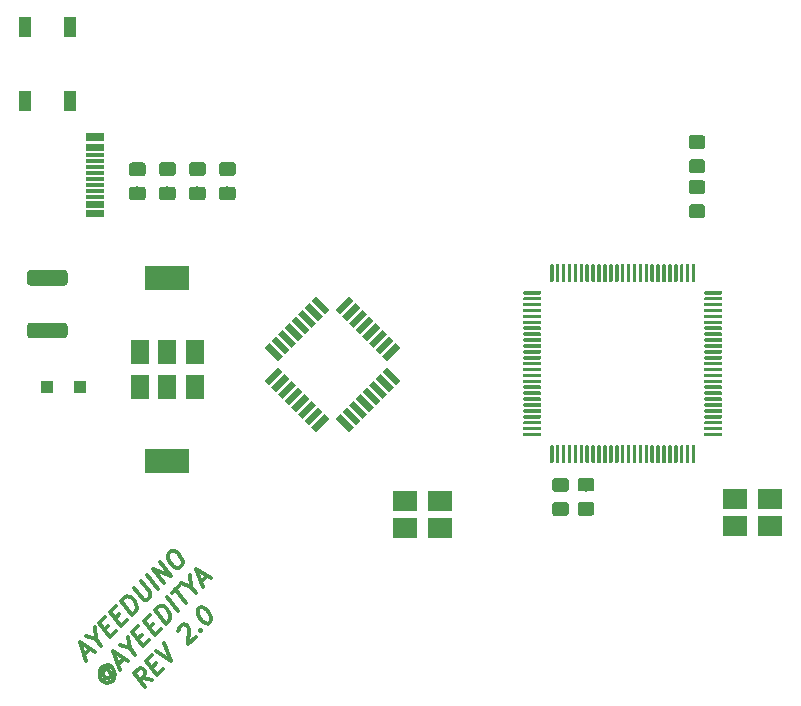
<source format=gbr>
G04 #@! TF.GenerationSoftware,KiCad,Pcbnew,(5.1.2-1)-1*
G04 #@! TF.CreationDate,2020-02-12T02:58:35-08:00*
G04 #@! TF.ProjectId,Mega,4d656761-2e6b-4696-9361-645f70636258,rev?*
G04 #@! TF.SameCoordinates,Original*
G04 #@! TF.FileFunction,Paste,Top*
G04 #@! TF.FilePolarity,Positive*
%FSLAX46Y46*%
G04 Gerber Fmt 4.6, Leading zero omitted, Abs format (unit mm)*
G04 Created by KiCad (PCBNEW (5.1.2-1)-1) date 2020-02-12 02:58:35*
%MOMM*%
%LPD*%
G04 APERTURE LIST*
%ADD10C,0.300000*%
%ADD11C,0.100000*%
%ADD12C,1.150000*%
%ADD13R,1.524000X0.299974*%
%ADD14R,1.500000X2.000000*%
%ADD15R,3.800000X2.000000*%
%ADD16R,2.100000X1.800000*%
%ADD17C,0.300000*%
%ADD18C,0.550000*%
%ADD19R,1.000000X1.700000*%
%ADD20C,1.300000*%
%ADD21R,1.100000X1.100000*%
G04 APERTURE END LIST*
D10*
X19648304Y-69110504D02*
X20153380Y-68605428D01*
X19812454Y-69552446D02*
X19237930Y-68005650D01*
X20519561Y-68845339D01*
X20633203Y-67721545D02*
X21075145Y-68289755D01*
X19793514Y-67450066D02*
X20633203Y-67721545D01*
X20500620Y-66742959D01*
X21296115Y-66957617D02*
X21649669Y-66604063D01*
X22287328Y-67077572D02*
X21782251Y-67582649D01*
X20854174Y-66389406D01*
X21359250Y-65884330D01*
X22255760Y-65997972D02*
X22609314Y-65644418D01*
X23246973Y-66117927D02*
X22741896Y-66623004D01*
X21813819Y-65429761D01*
X22318895Y-64924685D01*
X23701541Y-65663359D02*
X22773464Y-64470116D01*
X23026002Y-64217578D01*
X23221719Y-64122876D01*
X23411122Y-64135503D01*
X23550018Y-64198638D01*
X23777303Y-64375414D01*
X23909885Y-64545877D01*
X24036154Y-64823669D01*
X24074035Y-64987819D01*
X24061408Y-65202477D01*
X23954079Y-65410821D01*
X23701541Y-65663359D01*
X23834124Y-63409456D02*
X24585425Y-64375414D01*
X24724321Y-64438549D01*
X24819022Y-64444862D01*
X24964232Y-64400668D01*
X25166262Y-64198638D01*
X25223083Y-64040801D01*
X25229397Y-63933472D01*
X25191516Y-63769323D01*
X24440215Y-62803364D01*
X25873369Y-63491531D02*
X24945292Y-62298288D01*
X26378445Y-62986454D02*
X25450368Y-61793212D01*
X26984537Y-62380363D01*
X26056459Y-61187120D01*
X26763566Y-60480013D02*
X26965597Y-60277983D01*
X27110806Y-60233789D01*
X27300210Y-60246416D01*
X27527494Y-60423192D01*
X27836853Y-60820940D01*
X27963122Y-61098732D01*
X27950495Y-61313389D01*
X27893674Y-61471226D01*
X27691644Y-61673256D01*
X27546434Y-61717450D01*
X27357031Y-61704823D01*
X27129746Y-61528047D01*
X26820387Y-61130299D01*
X26694118Y-60852507D01*
X26706745Y-60637850D01*
X26763566Y-60480013D01*
X21653457Y-70307535D02*
X21558755Y-70301221D01*
X21413545Y-70345415D01*
X21312530Y-70446431D01*
X21255709Y-70604267D01*
X21249396Y-70711596D01*
X21287276Y-70875746D01*
X21375665Y-70989388D01*
X21514561Y-71052522D01*
X21609262Y-71058836D01*
X21754472Y-71014642D01*
X21855487Y-70913626D01*
X21912308Y-70755790D01*
X21918622Y-70648461D01*
X21565068Y-70193893D02*
X21918622Y-70648461D01*
X22013323Y-70654775D01*
X22063831Y-70604267D01*
X22120652Y-70446431D01*
X22082771Y-70282281D01*
X21861801Y-69998176D01*
X21628203Y-69928728D01*
X21388292Y-69966608D01*
X21142067Y-70111818D01*
X20984231Y-70370669D01*
X20921096Y-70635834D01*
X20952663Y-70907313D01*
X21078932Y-71185105D01*
X21306217Y-71361881D01*
X21539814Y-71431329D01*
X21779726Y-71393449D01*
X22025950Y-71248239D01*
X22183787Y-70989388D01*
X22246921Y-70724223D01*
X22486832Y-69878220D02*
X22991909Y-69373144D01*
X22650982Y-70320162D02*
X22076458Y-68773366D01*
X23358089Y-69613055D01*
X23471731Y-68489260D02*
X23913673Y-69057471D01*
X22632042Y-68217782D02*
X23471731Y-68489260D01*
X23339149Y-67510675D01*
X24134644Y-67725332D02*
X24488197Y-67371779D01*
X25125856Y-67845288D02*
X24620780Y-68350364D01*
X23692702Y-67157121D01*
X24197778Y-66652045D01*
X25094289Y-66765687D02*
X25447842Y-66412134D01*
X26085501Y-66885643D02*
X25580425Y-67390719D01*
X24652347Y-66197477D01*
X25157423Y-65692400D01*
X26540070Y-66431074D02*
X25611992Y-65237832D01*
X25864530Y-64985294D01*
X26060247Y-64890592D01*
X26249651Y-64903219D01*
X26388547Y-64966353D01*
X26615831Y-65143130D01*
X26748414Y-65313593D01*
X26874683Y-65591385D01*
X26912563Y-65755535D01*
X26899936Y-65970192D01*
X26792608Y-66178536D01*
X26540070Y-66431074D01*
X27600730Y-65370414D02*
X26672652Y-64177171D01*
X27026205Y-63823618D02*
X27632297Y-63217527D01*
X28257329Y-64713815D02*
X27329251Y-63520572D01*
X28674017Y-63286975D02*
X29115959Y-63855185D01*
X27834328Y-63015496D02*
X28674017Y-63286975D01*
X28541434Y-62308389D01*
X29507393Y-62857660D02*
X30012469Y-62352583D01*
X29671542Y-63299601D02*
X29097018Y-61752805D01*
X30378649Y-62592495D01*
X25363242Y-71214146D02*
X24567746Y-70999489D01*
X24757150Y-71820238D02*
X23829072Y-70626995D01*
X24233133Y-70222934D01*
X24378343Y-70178740D01*
X24473045Y-70185053D01*
X24611941Y-70248188D01*
X24744523Y-70418651D01*
X24782404Y-70582801D01*
X24776090Y-70690130D01*
X24719269Y-70847966D01*
X24315208Y-71252027D01*
X25331674Y-70134546D02*
X25685228Y-69780992D01*
X26322886Y-70254501D02*
X25817810Y-70759578D01*
X24889733Y-69566335D01*
X25394809Y-69061259D01*
X25697855Y-68758213D02*
X26979486Y-69597902D01*
X26404961Y-68051106D01*
X27604518Y-67053581D02*
X27610831Y-66946252D01*
X27667652Y-66788416D01*
X27920190Y-66535877D01*
X28065400Y-66491683D01*
X28160101Y-66497997D01*
X28298997Y-66561131D01*
X28387386Y-66674773D01*
X28469461Y-66895744D01*
X28393699Y-68183689D01*
X29050298Y-67527090D01*
X29416479Y-66958879D02*
X29511180Y-66965192D01*
X29504867Y-67072521D01*
X29410165Y-67066207D01*
X29416479Y-66958879D01*
X29504867Y-67072521D01*
X29283896Y-65172171D02*
X29384911Y-65071156D01*
X29530121Y-65026962D01*
X29624823Y-65033275D01*
X29763719Y-65096410D01*
X29991003Y-65273187D01*
X30211974Y-65557292D01*
X30338243Y-65835084D01*
X30376124Y-65999234D01*
X30369810Y-66106563D01*
X30312989Y-66264399D01*
X30211974Y-66365414D01*
X30066764Y-66409608D01*
X29972063Y-66403295D01*
X29833167Y-66340160D01*
X29605882Y-66163384D01*
X29384911Y-65879278D01*
X29258642Y-65601486D01*
X29220762Y-65437336D01*
X29227075Y-65330008D01*
X29283896Y-65172171D01*
D11*
G36*
X24599505Y-27376204D02*
G01*
X24623773Y-27379804D01*
X24647572Y-27385765D01*
X24670671Y-27394030D01*
X24692850Y-27404520D01*
X24713893Y-27417132D01*
X24733599Y-27431747D01*
X24751777Y-27448223D01*
X24768253Y-27466401D01*
X24782868Y-27486107D01*
X24795480Y-27507150D01*
X24805970Y-27529329D01*
X24814235Y-27552428D01*
X24820196Y-27576227D01*
X24823796Y-27600495D01*
X24825000Y-27624999D01*
X24825000Y-28275001D01*
X24823796Y-28299505D01*
X24820196Y-28323773D01*
X24814235Y-28347572D01*
X24805970Y-28370671D01*
X24795480Y-28392850D01*
X24782868Y-28413893D01*
X24768253Y-28433599D01*
X24751777Y-28451777D01*
X24733599Y-28468253D01*
X24713893Y-28482868D01*
X24692850Y-28495480D01*
X24670671Y-28505970D01*
X24647572Y-28514235D01*
X24623773Y-28520196D01*
X24599505Y-28523796D01*
X24575001Y-28525000D01*
X23674999Y-28525000D01*
X23650495Y-28523796D01*
X23626227Y-28520196D01*
X23602428Y-28514235D01*
X23579329Y-28505970D01*
X23557150Y-28495480D01*
X23536107Y-28482868D01*
X23516401Y-28468253D01*
X23498223Y-28451777D01*
X23481747Y-28433599D01*
X23467132Y-28413893D01*
X23454520Y-28392850D01*
X23444030Y-28370671D01*
X23435765Y-28347572D01*
X23429804Y-28323773D01*
X23426204Y-28299505D01*
X23425000Y-28275001D01*
X23425000Y-27624999D01*
X23426204Y-27600495D01*
X23429804Y-27576227D01*
X23435765Y-27552428D01*
X23444030Y-27529329D01*
X23454520Y-27507150D01*
X23467132Y-27486107D01*
X23481747Y-27466401D01*
X23498223Y-27448223D01*
X23516401Y-27431747D01*
X23536107Y-27417132D01*
X23557150Y-27404520D01*
X23579329Y-27394030D01*
X23602428Y-27385765D01*
X23626227Y-27379804D01*
X23650495Y-27376204D01*
X23674999Y-27375000D01*
X24575001Y-27375000D01*
X24599505Y-27376204D01*
X24599505Y-27376204D01*
G37*
D12*
X24125000Y-27950000D03*
D11*
G36*
X24599505Y-29426204D02*
G01*
X24623773Y-29429804D01*
X24647572Y-29435765D01*
X24670671Y-29444030D01*
X24692850Y-29454520D01*
X24713893Y-29467132D01*
X24733599Y-29481747D01*
X24751777Y-29498223D01*
X24768253Y-29516401D01*
X24782868Y-29536107D01*
X24795480Y-29557150D01*
X24805970Y-29579329D01*
X24814235Y-29602428D01*
X24820196Y-29626227D01*
X24823796Y-29650495D01*
X24825000Y-29674999D01*
X24825000Y-30325001D01*
X24823796Y-30349505D01*
X24820196Y-30373773D01*
X24814235Y-30397572D01*
X24805970Y-30420671D01*
X24795480Y-30442850D01*
X24782868Y-30463893D01*
X24768253Y-30483599D01*
X24751777Y-30501777D01*
X24733599Y-30518253D01*
X24713893Y-30532868D01*
X24692850Y-30545480D01*
X24670671Y-30555970D01*
X24647572Y-30564235D01*
X24623773Y-30570196D01*
X24599505Y-30573796D01*
X24575001Y-30575000D01*
X23674999Y-30575000D01*
X23650495Y-30573796D01*
X23626227Y-30570196D01*
X23602428Y-30564235D01*
X23579329Y-30555970D01*
X23557150Y-30545480D01*
X23536107Y-30532868D01*
X23516401Y-30518253D01*
X23498223Y-30501777D01*
X23481747Y-30483599D01*
X23467132Y-30463893D01*
X23454520Y-30442850D01*
X23444030Y-30420671D01*
X23435765Y-30397572D01*
X23429804Y-30373773D01*
X23426204Y-30349505D01*
X23425000Y-30325001D01*
X23425000Y-29674999D01*
X23426204Y-29650495D01*
X23429804Y-29626227D01*
X23435765Y-29602428D01*
X23444030Y-29579329D01*
X23454520Y-29557150D01*
X23467132Y-29536107D01*
X23481747Y-29516401D01*
X23498223Y-29498223D01*
X23516401Y-29481747D01*
X23536107Y-29467132D01*
X23557150Y-29454520D01*
X23579329Y-29444030D01*
X23602428Y-29435765D01*
X23626227Y-29429804D01*
X23650495Y-29426204D01*
X23674999Y-29425000D01*
X24575001Y-29425000D01*
X24599505Y-29426204D01*
X24599505Y-29426204D01*
G37*
D12*
X24125000Y-30000000D03*
D13*
X20574000Y-31813500D03*
X20574000Y-31559500D03*
X20574000Y-31051500D03*
X20574000Y-30797500D03*
X20574000Y-30289500D03*
X20574000Y-29781500D03*
X20574000Y-29273500D03*
X20574000Y-28765500D03*
X20574000Y-28257500D03*
X20574000Y-27749500D03*
X20574000Y-27241500D03*
X20574000Y-26733500D03*
X20574000Y-26225500D03*
X20574000Y-25971500D03*
X20574000Y-25380000D03*
X20574000Y-25082500D03*
D14*
X24370000Y-43420000D03*
X28970000Y-43420000D03*
X26670000Y-43420000D03*
D15*
X26670000Y-37120000D03*
D16*
X77650000Y-58180000D03*
X74750000Y-58180000D03*
X74750000Y-55880000D03*
X77650000Y-55880000D03*
X49710000Y-58300000D03*
X46810000Y-58300000D03*
X46810000Y-56000000D03*
X49710000Y-56000000D03*
D11*
G36*
X62577505Y-56131704D02*
G01*
X62601773Y-56135304D01*
X62625572Y-56141265D01*
X62648671Y-56149530D01*
X62670850Y-56160020D01*
X62691893Y-56172632D01*
X62711599Y-56187247D01*
X62729777Y-56203723D01*
X62746253Y-56221901D01*
X62760868Y-56241607D01*
X62773480Y-56262650D01*
X62783970Y-56284829D01*
X62792235Y-56307928D01*
X62798196Y-56331727D01*
X62801796Y-56355995D01*
X62803000Y-56380499D01*
X62803000Y-57030501D01*
X62801796Y-57055005D01*
X62798196Y-57079273D01*
X62792235Y-57103072D01*
X62783970Y-57126171D01*
X62773480Y-57148350D01*
X62760868Y-57169393D01*
X62746253Y-57189099D01*
X62729777Y-57207277D01*
X62711599Y-57223753D01*
X62691893Y-57238368D01*
X62670850Y-57250980D01*
X62648671Y-57261470D01*
X62625572Y-57269735D01*
X62601773Y-57275696D01*
X62577505Y-57279296D01*
X62553001Y-57280500D01*
X61652999Y-57280500D01*
X61628495Y-57279296D01*
X61604227Y-57275696D01*
X61580428Y-57269735D01*
X61557329Y-57261470D01*
X61535150Y-57250980D01*
X61514107Y-57238368D01*
X61494401Y-57223753D01*
X61476223Y-57207277D01*
X61459747Y-57189099D01*
X61445132Y-57169393D01*
X61432520Y-57148350D01*
X61422030Y-57126171D01*
X61413765Y-57103072D01*
X61407804Y-57079273D01*
X61404204Y-57055005D01*
X61403000Y-57030501D01*
X61403000Y-56380499D01*
X61404204Y-56355995D01*
X61407804Y-56331727D01*
X61413765Y-56307928D01*
X61422030Y-56284829D01*
X61432520Y-56262650D01*
X61445132Y-56241607D01*
X61459747Y-56221901D01*
X61476223Y-56203723D01*
X61494401Y-56187247D01*
X61514107Y-56172632D01*
X61535150Y-56160020D01*
X61557329Y-56149530D01*
X61580428Y-56141265D01*
X61604227Y-56135304D01*
X61628495Y-56131704D01*
X61652999Y-56130500D01*
X62553001Y-56130500D01*
X62577505Y-56131704D01*
X62577505Y-56131704D01*
G37*
D12*
X62103000Y-56705500D03*
D11*
G36*
X62577505Y-54081704D02*
G01*
X62601773Y-54085304D01*
X62625572Y-54091265D01*
X62648671Y-54099530D01*
X62670850Y-54110020D01*
X62691893Y-54122632D01*
X62711599Y-54137247D01*
X62729777Y-54153723D01*
X62746253Y-54171901D01*
X62760868Y-54191607D01*
X62773480Y-54212650D01*
X62783970Y-54234829D01*
X62792235Y-54257928D01*
X62798196Y-54281727D01*
X62801796Y-54305995D01*
X62803000Y-54330499D01*
X62803000Y-54980501D01*
X62801796Y-55005005D01*
X62798196Y-55029273D01*
X62792235Y-55053072D01*
X62783970Y-55076171D01*
X62773480Y-55098350D01*
X62760868Y-55119393D01*
X62746253Y-55139099D01*
X62729777Y-55157277D01*
X62711599Y-55173753D01*
X62691893Y-55188368D01*
X62670850Y-55200980D01*
X62648671Y-55211470D01*
X62625572Y-55219735D01*
X62601773Y-55225696D01*
X62577505Y-55229296D01*
X62553001Y-55230500D01*
X61652999Y-55230500D01*
X61628495Y-55229296D01*
X61604227Y-55225696D01*
X61580428Y-55219735D01*
X61557329Y-55211470D01*
X61535150Y-55200980D01*
X61514107Y-55188368D01*
X61494401Y-55173753D01*
X61476223Y-55157277D01*
X61459747Y-55139099D01*
X61445132Y-55119393D01*
X61432520Y-55098350D01*
X61422030Y-55076171D01*
X61413765Y-55053072D01*
X61407804Y-55029273D01*
X61404204Y-55005005D01*
X61403000Y-54980501D01*
X61403000Y-54330499D01*
X61404204Y-54305995D01*
X61407804Y-54281727D01*
X61413765Y-54257928D01*
X61422030Y-54234829D01*
X61432520Y-54212650D01*
X61445132Y-54191607D01*
X61459747Y-54171901D01*
X61476223Y-54153723D01*
X61494401Y-54137247D01*
X61514107Y-54122632D01*
X61535150Y-54110020D01*
X61557329Y-54099530D01*
X61580428Y-54091265D01*
X61604227Y-54085304D01*
X61628495Y-54081704D01*
X61652999Y-54080500D01*
X62553001Y-54080500D01*
X62577505Y-54081704D01*
X62577505Y-54081704D01*
G37*
D12*
X62103000Y-54655500D03*
D11*
G36*
X59296351Y-36007861D02*
G01*
X59303632Y-36008941D01*
X59310771Y-36010729D01*
X59317701Y-36013209D01*
X59324355Y-36016356D01*
X59330668Y-36020140D01*
X59336579Y-36024524D01*
X59342033Y-36029467D01*
X59346976Y-36034921D01*
X59351360Y-36040832D01*
X59355144Y-36047145D01*
X59358291Y-36053799D01*
X59360771Y-36060729D01*
X59362559Y-36067868D01*
X59363639Y-36075149D01*
X59364000Y-36082500D01*
X59364000Y-37407500D01*
X59363639Y-37414851D01*
X59362559Y-37422132D01*
X59360771Y-37429271D01*
X59358291Y-37436201D01*
X59355144Y-37442855D01*
X59351360Y-37449168D01*
X59346976Y-37455079D01*
X59342033Y-37460533D01*
X59336579Y-37465476D01*
X59330668Y-37469860D01*
X59324355Y-37473644D01*
X59317701Y-37476791D01*
X59310771Y-37479271D01*
X59303632Y-37481059D01*
X59296351Y-37482139D01*
X59289000Y-37482500D01*
X59139000Y-37482500D01*
X59131649Y-37482139D01*
X59124368Y-37481059D01*
X59117229Y-37479271D01*
X59110299Y-37476791D01*
X59103645Y-37473644D01*
X59097332Y-37469860D01*
X59091421Y-37465476D01*
X59085967Y-37460533D01*
X59081024Y-37455079D01*
X59076640Y-37449168D01*
X59072856Y-37442855D01*
X59069709Y-37436201D01*
X59067229Y-37429271D01*
X59065441Y-37422132D01*
X59064361Y-37414851D01*
X59064000Y-37407500D01*
X59064000Y-36082500D01*
X59064361Y-36075149D01*
X59065441Y-36067868D01*
X59067229Y-36060729D01*
X59069709Y-36053799D01*
X59072856Y-36047145D01*
X59076640Y-36040832D01*
X59081024Y-36034921D01*
X59085967Y-36029467D01*
X59091421Y-36024524D01*
X59097332Y-36020140D01*
X59103645Y-36016356D01*
X59110299Y-36013209D01*
X59117229Y-36010729D01*
X59124368Y-36008941D01*
X59131649Y-36007861D01*
X59139000Y-36007500D01*
X59289000Y-36007500D01*
X59296351Y-36007861D01*
X59296351Y-36007861D01*
G37*
D17*
X59214000Y-36745000D03*
D11*
G36*
X59796351Y-36007861D02*
G01*
X59803632Y-36008941D01*
X59810771Y-36010729D01*
X59817701Y-36013209D01*
X59824355Y-36016356D01*
X59830668Y-36020140D01*
X59836579Y-36024524D01*
X59842033Y-36029467D01*
X59846976Y-36034921D01*
X59851360Y-36040832D01*
X59855144Y-36047145D01*
X59858291Y-36053799D01*
X59860771Y-36060729D01*
X59862559Y-36067868D01*
X59863639Y-36075149D01*
X59864000Y-36082500D01*
X59864000Y-37407500D01*
X59863639Y-37414851D01*
X59862559Y-37422132D01*
X59860771Y-37429271D01*
X59858291Y-37436201D01*
X59855144Y-37442855D01*
X59851360Y-37449168D01*
X59846976Y-37455079D01*
X59842033Y-37460533D01*
X59836579Y-37465476D01*
X59830668Y-37469860D01*
X59824355Y-37473644D01*
X59817701Y-37476791D01*
X59810771Y-37479271D01*
X59803632Y-37481059D01*
X59796351Y-37482139D01*
X59789000Y-37482500D01*
X59639000Y-37482500D01*
X59631649Y-37482139D01*
X59624368Y-37481059D01*
X59617229Y-37479271D01*
X59610299Y-37476791D01*
X59603645Y-37473644D01*
X59597332Y-37469860D01*
X59591421Y-37465476D01*
X59585967Y-37460533D01*
X59581024Y-37455079D01*
X59576640Y-37449168D01*
X59572856Y-37442855D01*
X59569709Y-37436201D01*
X59567229Y-37429271D01*
X59565441Y-37422132D01*
X59564361Y-37414851D01*
X59564000Y-37407500D01*
X59564000Y-36082500D01*
X59564361Y-36075149D01*
X59565441Y-36067868D01*
X59567229Y-36060729D01*
X59569709Y-36053799D01*
X59572856Y-36047145D01*
X59576640Y-36040832D01*
X59581024Y-36034921D01*
X59585967Y-36029467D01*
X59591421Y-36024524D01*
X59597332Y-36020140D01*
X59603645Y-36016356D01*
X59610299Y-36013209D01*
X59617229Y-36010729D01*
X59624368Y-36008941D01*
X59631649Y-36007861D01*
X59639000Y-36007500D01*
X59789000Y-36007500D01*
X59796351Y-36007861D01*
X59796351Y-36007861D01*
G37*
D17*
X59714000Y-36745000D03*
D11*
G36*
X60296351Y-36007861D02*
G01*
X60303632Y-36008941D01*
X60310771Y-36010729D01*
X60317701Y-36013209D01*
X60324355Y-36016356D01*
X60330668Y-36020140D01*
X60336579Y-36024524D01*
X60342033Y-36029467D01*
X60346976Y-36034921D01*
X60351360Y-36040832D01*
X60355144Y-36047145D01*
X60358291Y-36053799D01*
X60360771Y-36060729D01*
X60362559Y-36067868D01*
X60363639Y-36075149D01*
X60364000Y-36082500D01*
X60364000Y-37407500D01*
X60363639Y-37414851D01*
X60362559Y-37422132D01*
X60360771Y-37429271D01*
X60358291Y-37436201D01*
X60355144Y-37442855D01*
X60351360Y-37449168D01*
X60346976Y-37455079D01*
X60342033Y-37460533D01*
X60336579Y-37465476D01*
X60330668Y-37469860D01*
X60324355Y-37473644D01*
X60317701Y-37476791D01*
X60310771Y-37479271D01*
X60303632Y-37481059D01*
X60296351Y-37482139D01*
X60289000Y-37482500D01*
X60139000Y-37482500D01*
X60131649Y-37482139D01*
X60124368Y-37481059D01*
X60117229Y-37479271D01*
X60110299Y-37476791D01*
X60103645Y-37473644D01*
X60097332Y-37469860D01*
X60091421Y-37465476D01*
X60085967Y-37460533D01*
X60081024Y-37455079D01*
X60076640Y-37449168D01*
X60072856Y-37442855D01*
X60069709Y-37436201D01*
X60067229Y-37429271D01*
X60065441Y-37422132D01*
X60064361Y-37414851D01*
X60064000Y-37407500D01*
X60064000Y-36082500D01*
X60064361Y-36075149D01*
X60065441Y-36067868D01*
X60067229Y-36060729D01*
X60069709Y-36053799D01*
X60072856Y-36047145D01*
X60076640Y-36040832D01*
X60081024Y-36034921D01*
X60085967Y-36029467D01*
X60091421Y-36024524D01*
X60097332Y-36020140D01*
X60103645Y-36016356D01*
X60110299Y-36013209D01*
X60117229Y-36010729D01*
X60124368Y-36008941D01*
X60131649Y-36007861D01*
X60139000Y-36007500D01*
X60289000Y-36007500D01*
X60296351Y-36007861D01*
X60296351Y-36007861D01*
G37*
D17*
X60214000Y-36745000D03*
D11*
G36*
X60796351Y-36007861D02*
G01*
X60803632Y-36008941D01*
X60810771Y-36010729D01*
X60817701Y-36013209D01*
X60824355Y-36016356D01*
X60830668Y-36020140D01*
X60836579Y-36024524D01*
X60842033Y-36029467D01*
X60846976Y-36034921D01*
X60851360Y-36040832D01*
X60855144Y-36047145D01*
X60858291Y-36053799D01*
X60860771Y-36060729D01*
X60862559Y-36067868D01*
X60863639Y-36075149D01*
X60864000Y-36082500D01*
X60864000Y-37407500D01*
X60863639Y-37414851D01*
X60862559Y-37422132D01*
X60860771Y-37429271D01*
X60858291Y-37436201D01*
X60855144Y-37442855D01*
X60851360Y-37449168D01*
X60846976Y-37455079D01*
X60842033Y-37460533D01*
X60836579Y-37465476D01*
X60830668Y-37469860D01*
X60824355Y-37473644D01*
X60817701Y-37476791D01*
X60810771Y-37479271D01*
X60803632Y-37481059D01*
X60796351Y-37482139D01*
X60789000Y-37482500D01*
X60639000Y-37482500D01*
X60631649Y-37482139D01*
X60624368Y-37481059D01*
X60617229Y-37479271D01*
X60610299Y-37476791D01*
X60603645Y-37473644D01*
X60597332Y-37469860D01*
X60591421Y-37465476D01*
X60585967Y-37460533D01*
X60581024Y-37455079D01*
X60576640Y-37449168D01*
X60572856Y-37442855D01*
X60569709Y-37436201D01*
X60567229Y-37429271D01*
X60565441Y-37422132D01*
X60564361Y-37414851D01*
X60564000Y-37407500D01*
X60564000Y-36082500D01*
X60564361Y-36075149D01*
X60565441Y-36067868D01*
X60567229Y-36060729D01*
X60569709Y-36053799D01*
X60572856Y-36047145D01*
X60576640Y-36040832D01*
X60581024Y-36034921D01*
X60585967Y-36029467D01*
X60591421Y-36024524D01*
X60597332Y-36020140D01*
X60603645Y-36016356D01*
X60610299Y-36013209D01*
X60617229Y-36010729D01*
X60624368Y-36008941D01*
X60631649Y-36007861D01*
X60639000Y-36007500D01*
X60789000Y-36007500D01*
X60796351Y-36007861D01*
X60796351Y-36007861D01*
G37*
D17*
X60714000Y-36745000D03*
D11*
G36*
X61296351Y-36007861D02*
G01*
X61303632Y-36008941D01*
X61310771Y-36010729D01*
X61317701Y-36013209D01*
X61324355Y-36016356D01*
X61330668Y-36020140D01*
X61336579Y-36024524D01*
X61342033Y-36029467D01*
X61346976Y-36034921D01*
X61351360Y-36040832D01*
X61355144Y-36047145D01*
X61358291Y-36053799D01*
X61360771Y-36060729D01*
X61362559Y-36067868D01*
X61363639Y-36075149D01*
X61364000Y-36082500D01*
X61364000Y-37407500D01*
X61363639Y-37414851D01*
X61362559Y-37422132D01*
X61360771Y-37429271D01*
X61358291Y-37436201D01*
X61355144Y-37442855D01*
X61351360Y-37449168D01*
X61346976Y-37455079D01*
X61342033Y-37460533D01*
X61336579Y-37465476D01*
X61330668Y-37469860D01*
X61324355Y-37473644D01*
X61317701Y-37476791D01*
X61310771Y-37479271D01*
X61303632Y-37481059D01*
X61296351Y-37482139D01*
X61289000Y-37482500D01*
X61139000Y-37482500D01*
X61131649Y-37482139D01*
X61124368Y-37481059D01*
X61117229Y-37479271D01*
X61110299Y-37476791D01*
X61103645Y-37473644D01*
X61097332Y-37469860D01*
X61091421Y-37465476D01*
X61085967Y-37460533D01*
X61081024Y-37455079D01*
X61076640Y-37449168D01*
X61072856Y-37442855D01*
X61069709Y-37436201D01*
X61067229Y-37429271D01*
X61065441Y-37422132D01*
X61064361Y-37414851D01*
X61064000Y-37407500D01*
X61064000Y-36082500D01*
X61064361Y-36075149D01*
X61065441Y-36067868D01*
X61067229Y-36060729D01*
X61069709Y-36053799D01*
X61072856Y-36047145D01*
X61076640Y-36040832D01*
X61081024Y-36034921D01*
X61085967Y-36029467D01*
X61091421Y-36024524D01*
X61097332Y-36020140D01*
X61103645Y-36016356D01*
X61110299Y-36013209D01*
X61117229Y-36010729D01*
X61124368Y-36008941D01*
X61131649Y-36007861D01*
X61139000Y-36007500D01*
X61289000Y-36007500D01*
X61296351Y-36007861D01*
X61296351Y-36007861D01*
G37*
D17*
X61214000Y-36745000D03*
D11*
G36*
X61796351Y-36007861D02*
G01*
X61803632Y-36008941D01*
X61810771Y-36010729D01*
X61817701Y-36013209D01*
X61824355Y-36016356D01*
X61830668Y-36020140D01*
X61836579Y-36024524D01*
X61842033Y-36029467D01*
X61846976Y-36034921D01*
X61851360Y-36040832D01*
X61855144Y-36047145D01*
X61858291Y-36053799D01*
X61860771Y-36060729D01*
X61862559Y-36067868D01*
X61863639Y-36075149D01*
X61864000Y-36082500D01*
X61864000Y-37407500D01*
X61863639Y-37414851D01*
X61862559Y-37422132D01*
X61860771Y-37429271D01*
X61858291Y-37436201D01*
X61855144Y-37442855D01*
X61851360Y-37449168D01*
X61846976Y-37455079D01*
X61842033Y-37460533D01*
X61836579Y-37465476D01*
X61830668Y-37469860D01*
X61824355Y-37473644D01*
X61817701Y-37476791D01*
X61810771Y-37479271D01*
X61803632Y-37481059D01*
X61796351Y-37482139D01*
X61789000Y-37482500D01*
X61639000Y-37482500D01*
X61631649Y-37482139D01*
X61624368Y-37481059D01*
X61617229Y-37479271D01*
X61610299Y-37476791D01*
X61603645Y-37473644D01*
X61597332Y-37469860D01*
X61591421Y-37465476D01*
X61585967Y-37460533D01*
X61581024Y-37455079D01*
X61576640Y-37449168D01*
X61572856Y-37442855D01*
X61569709Y-37436201D01*
X61567229Y-37429271D01*
X61565441Y-37422132D01*
X61564361Y-37414851D01*
X61564000Y-37407500D01*
X61564000Y-36082500D01*
X61564361Y-36075149D01*
X61565441Y-36067868D01*
X61567229Y-36060729D01*
X61569709Y-36053799D01*
X61572856Y-36047145D01*
X61576640Y-36040832D01*
X61581024Y-36034921D01*
X61585967Y-36029467D01*
X61591421Y-36024524D01*
X61597332Y-36020140D01*
X61603645Y-36016356D01*
X61610299Y-36013209D01*
X61617229Y-36010729D01*
X61624368Y-36008941D01*
X61631649Y-36007861D01*
X61639000Y-36007500D01*
X61789000Y-36007500D01*
X61796351Y-36007861D01*
X61796351Y-36007861D01*
G37*
D17*
X61714000Y-36745000D03*
D11*
G36*
X62296351Y-36007861D02*
G01*
X62303632Y-36008941D01*
X62310771Y-36010729D01*
X62317701Y-36013209D01*
X62324355Y-36016356D01*
X62330668Y-36020140D01*
X62336579Y-36024524D01*
X62342033Y-36029467D01*
X62346976Y-36034921D01*
X62351360Y-36040832D01*
X62355144Y-36047145D01*
X62358291Y-36053799D01*
X62360771Y-36060729D01*
X62362559Y-36067868D01*
X62363639Y-36075149D01*
X62364000Y-36082500D01*
X62364000Y-37407500D01*
X62363639Y-37414851D01*
X62362559Y-37422132D01*
X62360771Y-37429271D01*
X62358291Y-37436201D01*
X62355144Y-37442855D01*
X62351360Y-37449168D01*
X62346976Y-37455079D01*
X62342033Y-37460533D01*
X62336579Y-37465476D01*
X62330668Y-37469860D01*
X62324355Y-37473644D01*
X62317701Y-37476791D01*
X62310771Y-37479271D01*
X62303632Y-37481059D01*
X62296351Y-37482139D01*
X62289000Y-37482500D01*
X62139000Y-37482500D01*
X62131649Y-37482139D01*
X62124368Y-37481059D01*
X62117229Y-37479271D01*
X62110299Y-37476791D01*
X62103645Y-37473644D01*
X62097332Y-37469860D01*
X62091421Y-37465476D01*
X62085967Y-37460533D01*
X62081024Y-37455079D01*
X62076640Y-37449168D01*
X62072856Y-37442855D01*
X62069709Y-37436201D01*
X62067229Y-37429271D01*
X62065441Y-37422132D01*
X62064361Y-37414851D01*
X62064000Y-37407500D01*
X62064000Y-36082500D01*
X62064361Y-36075149D01*
X62065441Y-36067868D01*
X62067229Y-36060729D01*
X62069709Y-36053799D01*
X62072856Y-36047145D01*
X62076640Y-36040832D01*
X62081024Y-36034921D01*
X62085967Y-36029467D01*
X62091421Y-36024524D01*
X62097332Y-36020140D01*
X62103645Y-36016356D01*
X62110299Y-36013209D01*
X62117229Y-36010729D01*
X62124368Y-36008941D01*
X62131649Y-36007861D01*
X62139000Y-36007500D01*
X62289000Y-36007500D01*
X62296351Y-36007861D01*
X62296351Y-36007861D01*
G37*
D17*
X62214000Y-36745000D03*
D11*
G36*
X62796351Y-36007861D02*
G01*
X62803632Y-36008941D01*
X62810771Y-36010729D01*
X62817701Y-36013209D01*
X62824355Y-36016356D01*
X62830668Y-36020140D01*
X62836579Y-36024524D01*
X62842033Y-36029467D01*
X62846976Y-36034921D01*
X62851360Y-36040832D01*
X62855144Y-36047145D01*
X62858291Y-36053799D01*
X62860771Y-36060729D01*
X62862559Y-36067868D01*
X62863639Y-36075149D01*
X62864000Y-36082500D01*
X62864000Y-37407500D01*
X62863639Y-37414851D01*
X62862559Y-37422132D01*
X62860771Y-37429271D01*
X62858291Y-37436201D01*
X62855144Y-37442855D01*
X62851360Y-37449168D01*
X62846976Y-37455079D01*
X62842033Y-37460533D01*
X62836579Y-37465476D01*
X62830668Y-37469860D01*
X62824355Y-37473644D01*
X62817701Y-37476791D01*
X62810771Y-37479271D01*
X62803632Y-37481059D01*
X62796351Y-37482139D01*
X62789000Y-37482500D01*
X62639000Y-37482500D01*
X62631649Y-37482139D01*
X62624368Y-37481059D01*
X62617229Y-37479271D01*
X62610299Y-37476791D01*
X62603645Y-37473644D01*
X62597332Y-37469860D01*
X62591421Y-37465476D01*
X62585967Y-37460533D01*
X62581024Y-37455079D01*
X62576640Y-37449168D01*
X62572856Y-37442855D01*
X62569709Y-37436201D01*
X62567229Y-37429271D01*
X62565441Y-37422132D01*
X62564361Y-37414851D01*
X62564000Y-37407500D01*
X62564000Y-36082500D01*
X62564361Y-36075149D01*
X62565441Y-36067868D01*
X62567229Y-36060729D01*
X62569709Y-36053799D01*
X62572856Y-36047145D01*
X62576640Y-36040832D01*
X62581024Y-36034921D01*
X62585967Y-36029467D01*
X62591421Y-36024524D01*
X62597332Y-36020140D01*
X62603645Y-36016356D01*
X62610299Y-36013209D01*
X62617229Y-36010729D01*
X62624368Y-36008941D01*
X62631649Y-36007861D01*
X62639000Y-36007500D01*
X62789000Y-36007500D01*
X62796351Y-36007861D01*
X62796351Y-36007861D01*
G37*
D17*
X62714000Y-36745000D03*
D11*
G36*
X63296351Y-36007861D02*
G01*
X63303632Y-36008941D01*
X63310771Y-36010729D01*
X63317701Y-36013209D01*
X63324355Y-36016356D01*
X63330668Y-36020140D01*
X63336579Y-36024524D01*
X63342033Y-36029467D01*
X63346976Y-36034921D01*
X63351360Y-36040832D01*
X63355144Y-36047145D01*
X63358291Y-36053799D01*
X63360771Y-36060729D01*
X63362559Y-36067868D01*
X63363639Y-36075149D01*
X63364000Y-36082500D01*
X63364000Y-37407500D01*
X63363639Y-37414851D01*
X63362559Y-37422132D01*
X63360771Y-37429271D01*
X63358291Y-37436201D01*
X63355144Y-37442855D01*
X63351360Y-37449168D01*
X63346976Y-37455079D01*
X63342033Y-37460533D01*
X63336579Y-37465476D01*
X63330668Y-37469860D01*
X63324355Y-37473644D01*
X63317701Y-37476791D01*
X63310771Y-37479271D01*
X63303632Y-37481059D01*
X63296351Y-37482139D01*
X63289000Y-37482500D01*
X63139000Y-37482500D01*
X63131649Y-37482139D01*
X63124368Y-37481059D01*
X63117229Y-37479271D01*
X63110299Y-37476791D01*
X63103645Y-37473644D01*
X63097332Y-37469860D01*
X63091421Y-37465476D01*
X63085967Y-37460533D01*
X63081024Y-37455079D01*
X63076640Y-37449168D01*
X63072856Y-37442855D01*
X63069709Y-37436201D01*
X63067229Y-37429271D01*
X63065441Y-37422132D01*
X63064361Y-37414851D01*
X63064000Y-37407500D01*
X63064000Y-36082500D01*
X63064361Y-36075149D01*
X63065441Y-36067868D01*
X63067229Y-36060729D01*
X63069709Y-36053799D01*
X63072856Y-36047145D01*
X63076640Y-36040832D01*
X63081024Y-36034921D01*
X63085967Y-36029467D01*
X63091421Y-36024524D01*
X63097332Y-36020140D01*
X63103645Y-36016356D01*
X63110299Y-36013209D01*
X63117229Y-36010729D01*
X63124368Y-36008941D01*
X63131649Y-36007861D01*
X63139000Y-36007500D01*
X63289000Y-36007500D01*
X63296351Y-36007861D01*
X63296351Y-36007861D01*
G37*
D17*
X63214000Y-36745000D03*
D11*
G36*
X63796351Y-36007861D02*
G01*
X63803632Y-36008941D01*
X63810771Y-36010729D01*
X63817701Y-36013209D01*
X63824355Y-36016356D01*
X63830668Y-36020140D01*
X63836579Y-36024524D01*
X63842033Y-36029467D01*
X63846976Y-36034921D01*
X63851360Y-36040832D01*
X63855144Y-36047145D01*
X63858291Y-36053799D01*
X63860771Y-36060729D01*
X63862559Y-36067868D01*
X63863639Y-36075149D01*
X63864000Y-36082500D01*
X63864000Y-37407500D01*
X63863639Y-37414851D01*
X63862559Y-37422132D01*
X63860771Y-37429271D01*
X63858291Y-37436201D01*
X63855144Y-37442855D01*
X63851360Y-37449168D01*
X63846976Y-37455079D01*
X63842033Y-37460533D01*
X63836579Y-37465476D01*
X63830668Y-37469860D01*
X63824355Y-37473644D01*
X63817701Y-37476791D01*
X63810771Y-37479271D01*
X63803632Y-37481059D01*
X63796351Y-37482139D01*
X63789000Y-37482500D01*
X63639000Y-37482500D01*
X63631649Y-37482139D01*
X63624368Y-37481059D01*
X63617229Y-37479271D01*
X63610299Y-37476791D01*
X63603645Y-37473644D01*
X63597332Y-37469860D01*
X63591421Y-37465476D01*
X63585967Y-37460533D01*
X63581024Y-37455079D01*
X63576640Y-37449168D01*
X63572856Y-37442855D01*
X63569709Y-37436201D01*
X63567229Y-37429271D01*
X63565441Y-37422132D01*
X63564361Y-37414851D01*
X63564000Y-37407500D01*
X63564000Y-36082500D01*
X63564361Y-36075149D01*
X63565441Y-36067868D01*
X63567229Y-36060729D01*
X63569709Y-36053799D01*
X63572856Y-36047145D01*
X63576640Y-36040832D01*
X63581024Y-36034921D01*
X63585967Y-36029467D01*
X63591421Y-36024524D01*
X63597332Y-36020140D01*
X63603645Y-36016356D01*
X63610299Y-36013209D01*
X63617229Y-36010729D01*
X63624368Y-36008941D01*
X63631649Y-36007861D01*
X63639000Y-36007500D01*
X63789000Y-36007500D01*
X63796351Y-36007861D01*
X63796351Y-36007861D01*
G37*
D17*
X63714000Y-36745000D03*
D11*
G36*
X64296351Y-36007861D02*
G01*
X64303632Y-36008941D01*
X64310771Y-36010729D01*
X64317701Y-36013209D01*
X64324355Y-36016356D01*
X64330668Y-36020140D01*
X64336579Y-36024524D01*
X64342033Y-36029467D01*
X64346976Y-36034921D01*
X64351360Y-36040832D01*
X64355144Y-36047145D01*
X64358291Y-36053799D01*
X64360771Y-36060729D01*
X64362559Y-36067868D01*
X64363639Y-36075149D01*
X64364000Y-36082500D01*
X64364000Y-37407500D01*
X64363639Y-37414851D01*
X64362559Y-37422132D01*
X64360771Y-37429271D01*
X64358291Y-37436201D01*
X64355144Y-37442855D01*
X64351360Y-37449168D01*
X64346976Y-37455079D01*
X64342033Y-37460533D01*
X64336579Y-37465476D01*
X64330668Y-37469860D01*
X64324355Y-37473644D01*
X64317701Y-37476791D01*
X64310771Y-37479271D01*
X64303632Y-37481059D01*
X64296351Y-37482139D01*
X64289000Y-37482500D01*
X64139000Y-37482500D01*
X64131649Y-37482139D01*
X64124368Y-37481059D01*
X64117229Y-37479271D01*
X64110299Y-37476791D01*
X64103645Y-37473644D01*
X64097332Y-37469860D01*
X64091421Y-37465476D01*
X64085967Y-37460533D01*
X64081024Y-37455079D01*
X64076640Y-37449168D01*
X64072856Y-37442855D01*
X64069709Y-37436201D01*
X64067229Y-37429271D01*
X64065441Y-37422132D01*
X64064361Y-37414851D01*
X64064000Y-37407500D01*
X64064000Y-36082500D01*
X64064361Y-36075149D01*
X64065441Y-36067868D01*
X64067229Y-36060729D01*
X64069709Y-36053799D01*
X64072856Y-36047145D01*
X64076640Y-36040832D01*
X64081024Y-36034921D01*
X64085967Y-36029467D01*
X64091421Y-36024524D01*
X64097332Y-36020140D01*
X64103645Y-36016356D01*
X64110299Y-36013209D01*
X64117229Y-36010729D01*
X64124368Y-36008941D01*
X64131649Y-36007861D01*
X64139000Y-36007500D01*
X64289000Y-36007500D01*
X64296351Y-36007861D01*
X64296351Y-36007861D01*
G37*
D17*
X64214000Y-36745000D03*
D11*
G36*
X64796351Y-36007861D02*
G01*
X64803632Y-36008941D01*
X64810771Y-36010729D01*
X64817701Y-36013209D01*
X64824355Y-36016356D01*
X64830668Y-36020140D01*
X64836579Y-36024524D01*
X64842033Y-36029467D01*
X64846976Y-36034921D01*
X64851360Y-36040832D01*
X64855144Y-36047145D01*
X64858291Y-36053799D01*
X64860771Y-36060729D01*
X64862559Y-36067868D01*
X64863639Y-36075149D01*
X64864000Y-36082500D01*
X64864000Y-37407500D01*
X64863639Y-37414851D01*
X64862559Y-37422132D01*
X64860771Y-37429271D01*
X64858291Y-37436201D01*
X64855144Y-37442855D01*
X64851360Y-37449168D01*
X64846976Y-37455079D01*
X64842033Y-37460533D01*
X64836579Y-37465476D01*
X64830668Y-37469860D01*
X64824355Y-37473644D01*
X64817701Y-37476791D01*
X64810771Y-37479271D01*
X64803632Y-37481059D01*
X64796351Y-37482139D01*
X64789000Y-37482500D01*
X64639000Y-37482500D01*
X64631649Y-37482139D01*
X64624368Y-37481059D01*
X64617229Y-37479271D01*
X64610299Y-37476791D01*
X64603645Y-37473644D01*
X64597332Y-37469860D01*
X64591421Y-37465476D01*
X64585967Y-37460533D01*
X64581024Y-37455079D01*
X64576640Y-37449168D01*
X64572856Y-37442855D01*
X64569709Y-37436201D01*
X64567229Y-37429271D01*
X64565441Y-37422132D01*
X64564361Y-37414851D01*
X64564000Y-37407500D01*
X64564000Y-36082500D01*
X64564361Y-36075149D01*
X64565441Y-36067868D01*
X64567229Y-36060729D01*
X64569709Y-36053799D01*
X64572856Y-36047145D01*
X64576640Y-36040832D01*
X64581024Y-36034921D01*
X64585967Y-36029467D01*
X64591421Y-36024524D01*
X64597332Y-36020140D01*
X64603645Y-36016356D01*
X64610299Y-36013209D01*
X64617229Y-36010729D01*
X64624368Y-36008941D01*
X64631649Y-36007861D01*
X64639000Y-36007500D01*
X64789000Y-36007500D01*
X64796351Y-36007861D01*
X64796351Y-36007861D01*
G37*
D17*
X64714000Y-36745000D03*
D11*
G36*
X65296351Y-36007861D02*
G01*
X65303632Y-36008941D01*
X65310771Y-36010729D01*
X65317701Y-36013209D01*
X65324355Y-36016356D01*
X65330668Y-36020140D01*
X65336579Y-36024524D01*
X65342033Y-36029467D01*
X65346976Y-36034921D01*
X65351360Y-36040832D01*
X65355144Y-36047145D01*
X65358291Y-36053799D01*
X65360771Y-36060729D01*
X65362559Y-36067868D01*
X65363639Y-36075149D01*
X65364000Y-36082500D01*
X65364000Y-37407500D01*
X65363639Y-37414851D01*
X65362559Y-37422132D01*
X65360771Y-37429271D01*
X65358291Y-37436201D01*
X65355144Y-37442855D01*
X65351360Y-37449168D01*
X65346976Y-37455079D01*
X65342033Y-37460533D01*
X65336579Y-37465476D01*
X65330668Y-37469860D01*
X65324355Y-37473644D01*
X65317701Y-37476791D01*
X65310771Y-37479271D01*
X65303632Y-37481059D01*
X65296351Y-37482139D01*
X65289000Y-37482500D01*
X65139000Y-37482500D01*
X65131649Y-37482139D01*
X65124368Y-37481059D01*
X65117229Y-37479271D01*
X65110299Y-37476791D01*
X65103645Y-37473644D01*
X65097332Y-37469860D01*
X65091421Y-37465476D01*
X65085967Y-37460533D01*
X65081024Y-37455079D01*
X65076640Y-37449168D01*
X65072856Y-37442855D01*
X65069709Y-37436201D01*
X65067229Y-37429271D01*
X65065441Y-37422132D01*
X65064361Y-37414851D01*
X65064000Y-37407500D01*
X65064000Y-36082500D01*
X65064361Y-36075149D01*
X65065441Y-36067868D01*
X65067229Y-36060729D01*
X65069709Y-36053799D01*
X65072856Y-36047145D01*
X65076640Y-36040832D01*
X65081024Y-36034921D01*
X65085967Y-36029467D01*
X65091421Y-36024524D01*
X65097332Y-36020140D01*
X65103645Y-36016356D01*
X65110299Y-36013209D01*
X65117229Y-36010729D01*
X65124368Y-36008941D01*
X65131649Y-36007861D01*
X65139000Y-36007500D01*
X65289000Y-36007500D01*
X65296351Y-36007861D01*
X65296351Y-36007861D01*
G37*
D17*
X65214000Y-36745000D03*
D11*
G36*
X65796351Y-36007861D02*
G01*
X65803632Y-36008941D01*
X65810771Y-36010729D01*
X65817701Y-36013209D01*
X65824355Y-36016356D01*
X65830668Y-36020140D01*
X65836579Y-36024524D01*
X65842033Y-36029467D01*
X65846976Y-36034921D01*
X65851360Y-36040832D01*
X65855144Y-36047145D01*
X65858291Y-36053799D01*
X65860771Y-36060729D01*
X65862559Y-36067868D01*
X65863639Y-36075149D01*
X65864000Y-36082500D01*
X65864000Y-37407500D01*
X65863639Y-37414851D01*
X65862559Y-37422132D01*
X65860771Y-37429271D01*
X65858291Y-37436201D01*
X65855144Y-37442855D01*
X65851360Y-37449168D01*
X65846976Y-37455079D01*
X65842033Y-37460533D01*
X65836579Y-37465476D01*
X65830668Y-37469860D01*
X65824355Y-37473644D01*
X65817701Y-37476791D01*
X65810771Y-37479271D01*
X65803632Y-37481059D01*
X65796351Y-37482139D01*
X65789000Y-37482500D01*
X65639000Y-37482500D01*
X65631649Y-37482139D01*
X65624368Y-37481059D01*
X65617229Y-37479271D01*
X65610299Y-37476791D01*
X65603645Y-37473644D01*
X65597332Y-37469860D01*
X65591421Y-37465476D01*
X65585967Y-37460533D01*
X65581024Y-37455079D01*
X65576640Y-37449168D01*
X65572856Y-37442855D01*
X65569709Y-37436201D01*
X65567229Y-37429271D01*
X65565441Y-37422132D01*
X65564361Y-37414851D01*
X65564000Y-37407500D01*
X65564000Y-36082500D01*
X65564361Y-36075149D01*
X65565441Y-36067868D01*
X65567229Y-36060729D01*
X65569709Y-36053799D01*
X65572856Y-36047145D01*
X65576640Y-36040832D01*
X65581024Y-36034921D01*
X65585967Y-36029467D01*
X65591421Y-36024524D01*
X65597332Y-36020140D01*
X65603645Y-36016356D01*
X65610299Y-36013209D01*
X65617229Y-36010729D01*
X65624368Y-36008941D01*
X65631649Y-36007861D01*
X65639000Y-36007500D01*
X65789000Y-36007500D01*
X65796351Y-36007861D01*
X65796351Y-36007861D01*
G37*
D17*
X65714000Y-36745000D03*
D11*
G36*
X66296351Y-36007861D02*
G01*
X66303632Y-36008941D01*
X66310771Y-36010729D01*
X66317701Y-36013209D01*
X66324355Y-36016356D01*
X66330668Y-36020140D01*
X66336579Y-36024524D01*
X66342033Y-36029467D01*
X66346976Y-36034921D01*
X66351360Y-36040832D01*
X66355144Y-36047145D01*
X66358291Y-36053799D01*
X66360771Y-36060729D01*
X66362559Y-36067868D01*
X66363639Y-36075149D01*
X66364000Y-36082500D01*
X66364000Y-37407500D01*
X66363639Y-37414851D01*
X66362559Y-37422132D01*
X66360771Y-37429271D01*
X66358291Y-37436201D01*
X66355144Y-37442855D01*
X66351360Y-37449168D01*
X66346976Y-37455079D01*
X66342033Y-37460533D01*
X66336579Y-37465476D01*
X66330668Y-37469860D01*
X66324355Y-37473644D01*
X66317701Y-37476791D01*
X66310771Y-37479271D01*
X66303632Y-37481059D01*
X66296351Y-37482139D01*
X66289000Y-37482500D01*
X66139000Y-37482500D01*
X66131649Y-37482139D01*
X66124368Y-37481059D01*
X66117229Y-37479271D01*
X66110299Y-37476791D01*
X66103645Y-37473644D01*
X66097332Y-37469860D01*
X66091421Y-37465476D01*
X66085967Y-37460533D01*
X66081024Y-37455079D01*
X66076640Y-37449168D01*
X66072856Y-37442855D01*
X66069709Y-37436201D01*
X66067229Y-37429271D01*
X66065441Y-37422132D01*
X66064361Y-37414851D01*
X66064000Y-37407500D01*
X66064000Y-36082500D01*
X66064361Y-36075149D01*
X66065441Y-36067868D01*
X66067229Y-36060729D01*
X66069709Y-36053799D01*
X66072856Y-36047145D01*
X66076640Y-36040832D01*
X66081024Y-36034921D01*
X66085967Y-36029467D01*
X66091421Y-36024524D01*
X66097332Y-36020140D01*
X66103645Y-36016356D01*
X66110299Y-36013209D01*
X66117229Y-36010729D01*
X66124368Y-36008941D01*
X66131649Y-36007861D01*
X66139000Y-36007500D01*
X66289000Y-36007500D01*
X66296351Y-36007861D01*
X66296351Y-36007861D01*
G37*
D17*
X66214000Y-36745000D03*
D11*
G36*
X66796351Y-36007861D02*
G01*
X66803632Y-36008941D01*
X66810771Y-36010729D01*
X66817701Y-36013209D01*
X66824355Y-36016356D01*
X66830668Y-36020140D01*
X66836579Y-36024524D01*
X66842033Y-36029467D01*
X66846976Y-36034921D01*
X66851360Y-36040832D01*
X66855144Y-36047145D01*
X66858291Y-36053799D01*
X66860771Y-36060729D01*
X66862559Y-36067868D01*
X66863639Y-36075149D01*
X66864000Y-36082500D01*
X66864000Y-37407500D01*
X66863639Y-37414851D01*
X66862559Y-37422132D01*
X66860771Y-37429271D01*
X66858291Y-37436201D01*
X66855144Y-37442855D01*
X66851360Y-37449168D01*
X66846976Y-37455079D01*
X66842033Y-37460533D01*
X66836579Y-37465476D01*
X66830668Y-37469860D01*
X66824355Y-37473644D01*
X66817701Y-37476791D01*
X66810771Y-37479271D01*
X66803632Y-37481059D01*
X66796351Y-37482139D01*
X66789000Y-37482500D01*
X66639000Y-37482500D01*
X66631649Y-37482139D01*
X66624368Y-37481059D01*
X66617229Y-37479271D01*
X66610299Y-37476791D01*
X66603645Y-37473644D01*
X66597332Y-37469860D01*
X66591421Y-37465476D01*
X66585967Y-37460533D01*
X66581024Y-37455079D01*
X66576640Y-37449168D01*
X66572856Y-37442855D01*
X66569709Y-37436201D01*
X66567229Y-37429271D01*
X66565441Y-37422132D01*
X66564361Y-37414851D01*
X66564000Y-37407500D01*
X66564000Y-36082500D01*
X66564361Y-36075149D01*
X66565441Y-36067868D01*
X66567229Y-36060729D01*
X66569709Y-36053799D01*
X66572856Y-36047145D01*
X66576640Y-36040832D01*
X66581024Y-36034921D01*
X66585967Y-36029467D01*
X66591421Y-36024524D01*
X66597332Y-36020140D01*
X66603645Y-36016356D01*
X66610299Y-36013209D01*
X66617229Y-36010729D01*
X66624368Y-36008941D01*
X66631649Y-36007861D01*
X66639000Y-36007500D01*
X66789000Y-36007500D01*
X66796351Y-36007861D01*
X66796351Y-36007861D01*
G37*
D17*
X66714000Y-36745000D03*
D11*
G36*
X67296351Y-36007861D02*
G01*
X67303632Y-36008941D01*
X67310771Y-36010729D01*
X67317701Y-36013209D01*
X67324355Y-36016356D01*
X67330668Y-36020140D01*
X67336579Y-36024524D01*
X67342033Y-36029467D01*
X67346976Y-36034921D01*
X67351360Y-36040832D01*
X67355144Y-36047145D01*
X67358291Y-36053799D01*
X67360771Y-36060729D01*
X67362559Y-36067868D01*
X67363639Y-36075149D01*
X67364000Y-36082500D01*
X67364000Y-37407500D01*
X67363639Y-37414851D01*
X67362559Y-37422132D01*
X67360771Y-37429271D01*
X67358291Y-37436201D01*
X67355144Y-37442855D01*
X67351360Y-37449168D01*
X67346976Y-37455079D01*
X67342033Y-37460533D01*
X67336579Y-37465476D01*
X67330668Y-37469860D01*
X67324355Y-37473644D01*
X67317701Y-37476791D01*
X67310771Y-37479271D01*
X67303632Y-37481059D01*
X67296351Y-37482139D01*
X67289000Y-37482500D01*
X67139000Y-37482500D01*
X67131649Y-37482139D01*
X67124368Y-37481059D01*
X67117229Y-37479271D01*
X67110299Y-37476791D01*
X67103645Y-37473644D01*
X67097332Y-37469860D01*
X67091421Y-37465476D01*
X67085967Y-37460533D01*
X67081024Y-37455079D01*
X67076640Y-37449168D01*
X67072856Y-37442855D01*
X67069709Y-37436201D01*
X67067229Y-37429271D01*
X67065441Y-37422132D01*
X67064361Y-37414851D01*
X67064000Y-37407500D01*
X67064000Y-36082500D01*
X67064361Y-36075149D01*
X67065441Y-36067868D01*
X67067229Y-36060729D01*
X67069709Y-36053799D01*
X67072856Y-36047145D01*
X67076640Y-36040832D01*
X67081024Y-36034921D01*
X67085967Y-36029467D01*
X67091421Y-36024524D01*
X67097332Y-36020140D01*
X67103645Y-36016356D01*
X67110299Y-36013209D01*
X67117229Y-36010729D01*
X67124368Y-36008941D01*
X67131649Y-36007861D01*
X67139000Y-36007500D01*
X67289000Y-36007500D01*
X67296351Y-36007861D01*
X67296351Y-36007861D01*
G37*
D17*
X67214000Y-36745000D03*
D11*
G36*
X67796351Y-36007861D02*
G01*
X67803632Y-36008941D01*
X67810771Y-36010729D01*
X67817701Y-36013209D01*
X67824355Y-36016356D01*
X67830668Y-36020140D01*
X67836579Y-36024524D01*
X67842033Y-36029467D01*
X67846976Y-36034921D01*
X67851360Y-36040832D01*
X67855144Y-36047145D01*
X67858291Y-36053799D01*
X67860771Y-36060729D01*
X67862559Y-36067868D01*
X67863639Y-36075149D01*
X67864000Y-36082500D01*
X67864000Y-37407500D01*
X67863639Y-37414851D01*
X67862559Y-37422132D01*
X67860771Y-37429271D01*
X67858291Y-37436201D01*
X67855144Y-37442855D01*
X67851360Y-37449168D01*
X67846976Y-37455079D01*
X67842033Y-37460533D01*
X67836579Y-37465476D01*
X67830668Y-37469860D01*
X67824355Y-37473644D01*
X67817701Y-37476791D01*
X67810771Y-37479271D01*
X67803632Y-37481059D01*
X67796351Y-37482139D01*
X67789000Y-37482500D01*
X67639000Y-37482500D01*
X67631649Y-37482139D01*
X67624368Y-37481059D01*
X67617229Y-37479271D01*
X67610299Y-37476791D01*
X67603645Y-37473644D01*
X67597332Y-37469860D01*
X67591421Y-37465476D01*
X67585967Y-37460533D01*
X67581024Y-37455079D01*
X67576640Y-37449168D01*
X67572856Y-37442855D01*
X67569709Y-37436201D01*
X67567229Y-37429271D01*
X67565441Y-37422132D01*
X67564361Y-37414851D01*
X67564000Y-37407500D01*
X67564000Y-36082500D01*
X67564361Y-36075149D01*
X67565441Y-36067868D01*
X67567229Y-36060729D01*
X67569709Y-36053799D01*
X67572856Y-36047145D01*
X67576640Y-36040832D01*
X67581024Y-36034921D01*
X67585967Y-36029467D01*
X67591421Y-36024524D01*
X67597332Y-36020140D01*
X67603645Y-36016356D01*
X67610299Y-36013209D01*
X67617229Y-36010729D01*
X67624368Y-36008941D01*
X67631649Y-36007861D01*
X67639000Y-36007500D01*
X67789000Y-36007500D01*
X67796351Y-36007861D01*
X67796351Y-36007861D01*
G37*
D17*
X67714000Y-36745000D03*
D11*
G36*
X68296351Y-36007861D02*
G01*
X68303632Y-36008941D01*
X68310771Y-36010729D01*
X68317701Y-36013209D01*
X68324355Y-36016356D01*
X68330668Y-36020140D01*
X68336579Y-36024524D01*
X68342033Y-36029467D01*
X68346976Y-36034921D01*
X68351360Y-36040832D01*
X68355144Y-36047145D01*
X68358291Y-36053799D01*
X68360771Y-36060729D01*
X68362559Y-36067868D01*
X68363639Y-36075149D01*
X68364000Y-36082500D01*
X68364000Y-37407500D01*
X68363639Y-37414851D01*
X68362559Y-37422132D01*
X68360771Y-37429271D01*
X68358291Y-37436201D01*
X68355144Y-37442855D01*
X68351360Y-37449168D01*
X68346976Y-37455079D01*
X68342033Y-37460533D01*
X68336579Y-37465476D01*
X68330668Y-37469860D01*
X68324355Y-37473644D01*
X68317701Y-37476791D01*
X68310771Y-37479271D01*
X68303632Y-37481059D01*
X68296351Y-37482139D01*
X68289000Y-37482500D01*
X68139000Y-37482500D01*
X68131649Y-37482139D01*
X68124368Y-37481059D01*
X68117229Y-37479271D01*
X68110299Y-37476791D01*
X68103645Y-37473644D01*
X68097332Y-37469860D01*
X68091421Y-37465476D01*
X68085967Y-37460533D01*
X68081024Y-37455079D01*
X68076640Y-37449168D01*
X68072856Y-37442855D01*
X68069709Y-37436201D01*
X68067229Y-37429271D01*
X68065441Y-37422132D01*
X68064361Y-37414851D01*
X68064000Y-37407500D01*
X68064000Y-36082500D01*
X68064361Y-36075149D01*
X68065441Y-36067868D01*
X68067229Y-36060729D01*
X68069709Y-36053799D01*
X68072856Y-36047145D01*
X68076640Y-36040832D01*
X68081024Y-36034921D01*
X68085967Y-36029467D01*
X68091421Y-36024524D01*
X68097332Y-36020140D01*
X68103645Y-36016356D01*
X68110299Y-36013209D01*
X68117229Y-36010729D01*
X68124368Y-36008941D01*
X68131649Y-36007861D01*
X68139000Y-36007500D01*
X68289000Y-36007500D01*
X68296351Y-36007861D01*
X68296351Y-36007861D01*
G37*
D17*
X68214000Y-36745000D03*
D11*
G36*
X68796351Y-36007861D02*
G01*
X68803632Y-36008941D01*
X68810771Y-36010729D01*
X68817701Y-36013209D01*
X68824355Y-36016356D01*
X68830668Y-36020140D01*
X68836579Y-36024524D01*
X68842033Y-36029467D01*
X68846976Y-36034921D01*
X68851360Y-36040832D01*
X68855144Y-36047145D01*
X68858291Y-36053799D01*
X68860771Y-36060729D01*
X68862559Y-36067868D01*
X68863639Y-36075149D01*
X68864000Y-36082500D01*
X68864000Y-37407500D01*
X68863639Y-37414851D01*
X68862559Y-37422132D01*
X68860771Y-37429271D01*
X68858291Y-37436201D01*
X68855144Y-37442855D01*
X68851360Y-37449168D01*
X68846976Y-37455079D01*
X68842033Y-37460533D01*
X68836579Y-37465476D01*
X68830668Y-37469860D01*
X68824355Y-37473644D01*
X68817701Y-37476791D01*
X68810771Y-37479271D01*
X68803632Y-37481059D01*
X68796351Y-37482139D01*
X68789000Y-37482500D01*
X68639000Y-37482500D01*
X68631649Y-37482139D01*
X68624368Y-37481059D01*
X68617229Y-37479271D01*
X68610299Y-37476791D01*
X68603645Y-37473644D01*
X68597332Y-37469860D01*
X68591421Y-37465476D01*
X68585967Y-37460533D01*
X68581024Y-37455079D01*
X68576640Y-37449168D01*
X68572856Y-37442855D01*
X68569709Y-37436201D01*
X68567229Y-37429271D01*
X68565441Y-37422132D01*
X68564361Y-37414851D01*
X68564000Y-37407500D01*
X68564000Y-36082500D01*
X68564361Y-36075149D01*
X68565441Y-36067868D01*
X68567229Y-36060729D01*
X68569709Y-36053799D01*
X68572856Y-36047145D01*
X68576640Y-36040832D01*
X68581024Y-36034921D01*
X68585967Y-36029467D01*
X68591421Y-36024524D01*
X68597332Y-36020140D01*
X68603645Y-36016356D01*
X68610299Y-36013209D01*
X68617229Y-36010729D01*
X68624368Y-36008941D01*
X68631649Y-36007861D01*
X68639000Y-36007500D01*
X68789000Y-36007500D01*
X68796351Y-36007861D01*
X68796351Y-36007861D01*
G37*
D17*
X68714000Y-36745000D03*
D11*
G36*
X69296351Y-36007861D02*
G01*
X69303632Y-36008941D01*
X69310771Y-36010729D01*
X69317701Y-36013209D01*
X69324355Y-36016356D01*
X69330668Y-36020140D01*
X69336579Y-36024524D01*
X69342033Y-36029467D01*
X69346976Y-36034921D01*
X69351360Y-36040832D01*
X69355144Y-36047145D01*
X69358291Y-36053799D01*
X69360771Y-36060729D01*
X69362559Y-36067868D01*
X69363639Y-36075149D01*
X69364000Y-36082500D01*
X69364000Y-37407500D01*
X69363639Y-37414851D01*
X69362559Y-37422132D01*
X69360771Y-37429271D01*
X69358291Y-37436201D01*
X69355144Y-37442855D01*
X69351360Y-37449168D01*
X69346976Y-37455079D01*
X69342033Y-37460533D01*
X69336579Y-37465476D01*
X69330668Y-37469860D01*
X69324355Y-37473644D01*
X69317701Y-37476791D01*
X69310771Y-37479271D01*
X69303632Y-37481059D01*
X69296351Y-37482139D01*
X69289000Y-37482500D01*
X69139000Y-37482500D01*
X69131649Y-37482139D01*
X69124368Y-37481059D01*
X69117229Y-37479271D01*
X69110299Y-37476791D01*
X69103645Y-37473644D01*
X69097332Y-37469860D01*
X69091421Y-37465476D01*
X69085967Y-37460533D01*
X69081024Y-37455079D01*
X69076640Y-37449168D01*
X69072856Y-37442855D01*
X69069709Y-37436201D01*
X69067229Y-37429271D01*
X69065441Y-37422132D01*
X69064361Y-37414851D01*
X69064000Y-37407500D01*
X69064000Y-36082500D01*
X69064361Y-36075149D01*
X69065441Y-36067868D01*
X69067229Y-36060729D01*
X69069709Y-36053799D01*
X69072856Y-36047145D01*
X69076640Y-36040832D01*
X69081024Y-36034921D01*
X69085967Y-36029467D01*
X69091421Y-36024524D01*
X69097332Y-36020140D01*
X69103645Y-36016356D01*
X69110299Y-36013209D01*
X69117229Y-36010729D01*
X69124368Y-36008941D01*
X69131649Y-36007861D01*
X69139000Y-36007500D01*
X69289000Y-36007500D01*
X69296351Y-36007861D01*
X69296351Y-36007861D01*
G37*
D17*
X69214000Y-36745000D03*
D11*
G36*
X69796351Y-36007861D02*
G01*
X69803632Y-36008941D01*
X69810771Y-36010729D01*
X69817701Y-36013209D01*
X69824355Y-36016356D01*
X69830668Y-36020140D01*
X69836579Y-36024524D01*
X69842033Y-36029467D01*
X69846976Y-36034921D01*
X69851360Y-36040832D01*
X69855144Y-36047145D01*
X69858291Y-36053799D01*
X69860771Y-36060729D01*
X69862559Y-36067868D01*
X69863639Y-36075149D01*
X69864000Y-36082500D01*
X69864000Y-37407500D01*
X69863639Y-37414851D01*
X69862559Y-37422132D01*
X69860771Y-37429271D01*
X69858291Y-37436201D01*
X69855144Y-37442855D01*
X69851360Y-37449168D01*
X69846976Y-37455079D01*
X69842033Y-37460533D01*
X69836579Y-37465476D01*
X69830668Y-37469860D01*
X69824355Y-37473644D01*
X69817701Y-37476791D01*
X69810771Y-37479271D01*
X69803632Y-37481059D01*
X69796351Y-37482139D01*
X69789000Y-37482500D01*
X69639000Y-37482500D01*
X69631649Y-37482139D01*
X69624368Y-37481059D01*
X69617229Y-37479271D01*
X69610299Y-37476791D01*
X69603645Y-37473644D01*
X69597332Y-37469860D01*
X69591421Y-37465476D01*
X69585967Y-37460533D01*
X69581024Y-37455079D01*
X69576640Y-37449168D01*
X69572856Y-37442855D01*
X69569709Y-37436201D01*
X69567229Y-37429271D01*
X69565441Y-37422132D01*
X69564361Y-37414851D01*
X69564000Y-37407500D01*
X69564000Y-36082500D01*
X69564361Y-36075149D01*
X69565441Y-36067868D01*
X69567229Y-36060729D01*
X69569709Y-36053799D01*
X69572856Y-36047145D01*
X69576640Y-36040832D01*
X69581024Y-36034921D01*
X69585967Y-36029467D01*
X69591421Y-36024524D01*
X69597332Y-36020140D01*
X69603645Y-36016356D01*
X69610299Y-36013209D01*
X69617229Y-36010729D01*
X69624368Y-36008941D01*
X69631649Y-36007861D01*
X69639000Y-36007500D01*
X69789000Y-36007500D01*
X69796351Y-36007861D01*
X69796351Y-36007861D01*
G37*
D17*
X69714000Y-36745000D03*
D11*
G36*
X70296351Y-36007861D02*
G01*
X70303632Y-36008941D01*
X70310771Y-36010729D01*
X70317701Y-36013209D01*
X70324355Y-36016356D01*
X70330668Y-36020140D01*
X70336579Y-36024524D01*
X70342033Y-36029467D01*
X70346976Y-36034921D01*
X70351360Y-36040832D01*
X70355144Y-36047145D01*
X70358291Y-36053799D01*
X70360771Y-36060729D01*
X70362559Y-36067868D01*
X70363639Y-36075149D01*
X70364000Y-36082500D01*
X70364000Y-37407500D01*
X70363639Y-37414851D01*
X70362559Y-37422132D01*
X70360771Y-37429271D01*
X70358291Y-37436201D01*
X70355144Y-37442855D01*
X70351360Y-37449168D01*
X70346976Y-37455079D01*
X70342033Y-37460533D01*
X70336579Y-37465476D01*
X70330668Y-37469860D01*
X70324355Y-37473644D01*
X70317701Y-37476791D01*
X70310771Y-37479271D01*
X70303632Y-37481059D01*
X70296351Y-37482139D01*
X70289000Y-37482500D01*
X70139000Y-37482500D01*
X70131649Y-37482139D01*
X70124368Y-37481059D01*
X70117229Y-37479271D01*
X70110299Y-37476791D01*
X70103645Y-37473644D01*
X70097332Y-37469860D01*
X70091421Y-37465476D01*
X70085967Y-37460533D01*
X70081024Y-37455079D01*
X70076640Y-37449168D01*
X70072856Y-37442855D01*
X70069709Y-37436201D01*
X70067229Y-37429271D01*
X70065441Y-37422132D01*
X70064361Y-37414851D01*
X70064000Y-37407500D01*
X70064000Y-36082500D01*
X70064361Y-36075149D01*
X70065441Y-36067868D01*
X70067229Y-36060729D01*
X70069709Y-36053799D01*
X70072856Y-36047145D01*
X70076640Y-36040832D01*
X70081024Y-36034921D01*
X70085967Y-36029467D01*
X70091421Y-36024524D01*
X70097332Y-36020140D01*
X70103645Y-36016356D01*
X70110299Y-36013209D01*
X70117229Y-36010729D01*
X70124368Y-36008941D01*
X70131649Y-36007861D01*
X70139000Y-36007500D01*
X70289000Y-36007500D01*
X70296351Y-36007861D01*
X70296351Y-36007861D01*
G37*
D17*
X70214000Y-36745000D03*
D11*
G36*
X70796351Y-36007861D02*
G01*
X70803632Y-36008941D01*
X70810771Y-36010729D01*
X70817701Y-36013209D01*
X70824355Y-36016356D01*
X70830668Y-36020140D01*
X70836579Y-36024524D01*
X70842033Y-36029467D01*
X70846976Y-36034921D01*
X70851360Y-36040832D01*
X70855144Y-36047145D01*
X70858291Y-36053799D01*
X70860771Y-36060729D01*
X70862559Y-36067868D01*
X70863639Y-36075149D01*
X70864000Y-36082500D01*
X70864000Y-37407500D01*
X70863639Y-37414851D01*
X70862559Y-37422132D01*
X70860771Y-37429271D01*
X70858291Y-37436201D01*
X70855144Y-37442855D01*
X70851360Y-37449168D01*
X70846976Y-37455079D01*
X70842033Y-37460533D01*
X70836579Y-37465476D01*
X70830668Y-37469860D01*
X70824355Y-37473644D01*
X70817701Y-37476791D01*
X70810771Y-37479271D01*
X70803632Y-37481059D01*
X70796351Y-37482139D01*
X70789000Y-37482500D01*
X70639000Y-37482500D01*
X70631649Y-37482139D01*
X70624368Y-37481059D01*
X70617229Y-37479271D01*
X70610299Y-37476791D01*
X70603645Y-37473644D01*
X70597332Y-37469860D01*
X70591421Y-37465476D01*
X70585967Y-37460533D01*
X70581024Y-37455079D01*
X70576640Y-37449168D01*
X70572856Y-37442855D01*
X70569709Y-37436201D01*
X70567229Y-37429271D01*
X70565441Y-37422132D01*
X70564361Y-37414851D01*
X70564000Y-37407500D01*
X70564000Y-36082500D01*
X70564361Y-36075149D01*
X70565441Y-36067868D01*
X70567229Y-36060729D01*
X70569709Y-36053799D01*
X70572856Y-36047145D01*
X70576640Y-36040832D01*
X70581024Y-36034921D01*
X70585967Y-36029467D01*
X70591421Y-36024524D01*
X70597332Y-36020140D01*
X70603645Y-36016356D01*
X70610299Y-36013209D01*
X70617229Y-36010729D01*
X70624368Y-36008941D01*
X70631649Y-36007861D01*
X70639000Y-36007500D01*
X70789000Y-36007500D01*
X70796351Y-36007861D01*
X70796351Y-36007861D01*
G37*
D17*
X70714000Y-36745000D03*
D11*
G36*
X71296351Y-36007861D02*
G01*
X71303632Y-36008941D01*
X71310771Y-36010729D01*
X71317701Y-36013209D01*
X71324355Y-36016356D01*
X71330668Y-36020140D01*
X71336579Y-36024524D01*
X71342033Y-36029467D01*
X71346976Y-36034921D01*
X71351360Y-36040832D01*
X71355144Y-36047145D01*
X71358291Y-36053799D01*
X71360771Y-36060729D01*
X71362559Y-36067868D01*
X71363639Y-36075149D01*
X71364000Y-36082500D01*
X71364000Y-37407500D01*
X71363639Y-37414851D01*
X71362559Y-37422132D01*
X71360771Y-37429271D01*
X71358291Y-37436201D01*
X71355144Y-37442855D01*
X71351360Y-37449168D01*
X71346976Y-37455079D01*
X71342033Y-37460533D01*
X71336579Y-37465476D01*
X71330668Y-37469860D01*
X71324355Y-37473644D01*
X71317701Y-37476791D01*
X71310771Y-37479271D01*
X71303632Y-37481059D01*
X71296351Y-37482139D01*
X71289000Y-37482500D01*
X71139000Y-37482500D01*
X71131649Y-37482139D01*
X71124368Y-37481059D01*
X71117229Y-37479271D01*
X71110299Y-37476791D01*
X71103645Y-37473644D01*
X71097332Y-37469860D01*
X71091421Y-37465476D01*
X71085967Y-37460533D01*
X71081024Y-37455079D01*
X71076640Y-37449168D01*
X71072856Y-37442855D01*
X71069709Y-37436201D01*
X71067229Y-37429271D01*
X71065441Y-37422132D01*
X71064361Y-37414851D01*
X71064000Y-37407500D01*
X71064000Y-36082500D01*
X71064361Y-36075149D01*
X71065441Y-36067868D01*
X71067229Y-36060729D01*
X71069709Y-36053799D01*
X71072856Y-36047145D01*
X71076640Y-36040832D01*
X71081024Y-36034921D01*
X71085967Y-36029467D01*
X71091421Y-36024524D01*
X71097332Y-36020140D01*
X71103645Y-36016356D01*
X71110299Y-36013209D01*
X71117229Y-36010729D01*
X71124368Y-36008941D01*
X71131649Y-36007861D01*
X71139000Y-36007500D01*
X71289000Y-36007500D01*
X71296351Y-36007861D01*
X71296351Y-36007861D01*
G37*
D17*
X71214000Y-36745000D03*
D11*
G36*
X73546351Y-38257861D02*
G01*
X73553632Y-38258941D01*
X73560771Y-38260729D01*
X73567701Y-38263209D01*
X73574355Y-38266356D01*
X73580668Y-38270140D01*
X73586579Y-38274524D01*
X73592033Y-38279467D01*
X73596976Y-38284921D01*
X73601360Y-38290832D01*
X73605144Y-38297145D01*
X73608291Y-38303799D01*
X73610771Y-38310729D01*
X73612559Y-38317868D01*
X73613639Y-38325149D01*
X73614000Y-38332500D01*
X73614000Y-38482500D01*
X73613639Y-38489851D01*
X73612559Y-38497132D01*
X73610771Y-38504271D01*
X73608291Y-38511201D01*
X73605144Y-38517855D01*
X73601360Y-38524168D01*
X73596976Y-38530079D01*
X73592033Y-38535533D01*
X73586579Y-38540476D01*
X73580668Y-38544860D01*
X73574355Y-38548644D01*
X73567701Y-38551791D01*
X73560771Y-38554271D01*
X73553632Y-38556059D01*
X73546351Y-38557139D01*
X73539000Y-38557500D01*
X72214000Y-38557500D01*
X72206649Y-38557139D01*
X72199368Y-38556059D01*
X72192229Y-38554271D01*
X72185299Y-38551791D01*
X72178645Y-38548644D01*
X72172332Y-38544860D01*
X72166421Y-38540476D01*
X72160967Y-38535533D01*
X72156024Y-38530079D01*
X72151640Y-38524168D01*
X72147856Y-38517855D01*
X72144709Y-38511201D01*
X72142229Y-38504271D01*
X72140441Y-38497132D01*
X72139361Y-38489851D01*
X72139000Y-38482500D01*
X72139000Y-38332500D01*
X72139361Y-38325149D01*
X72140441Y-38317868D01*
X72142229Y-38310729D01*
X72144709Y-38303799D01*
X72147856Y-38297145D01*
X72151640Y-38290832D01*
X72156024Y-38284921D01*
X72160967Y-38279467D01*
X72166421Y-38274524D01*
X72172332Y-38270140D01*
X72178645Y-38266356D01*
X72185299Y-38263209D01*
X72192229Y-38260729D01*
X72199368Y-38258941D01*
X72206649Y-38257861D01*
X72214000Y-38257500D01*
X73539000Y-38257500D01*
X73546351Y-38257861D01*
X73546351Y-38257861D01*
G37*
D17*
X72876500Y-38407500D03*
D11*
G36*
X73546351Y-38757861D02*
G01*
X73553632Y-38758941D01*
X73560771Y-38760729D01*
X73567701Y-38763209D01*
X73574355Y-38766356D01*
X73580668Y-38770140D01*
X73586579Y-38774524D01*
X73592033Y-38779467D01*
X73596976Y-38784921D01*
X73601360Y-38790832D01*
X73605144Y-38797145D01*
X73608291Y-38803799D01*
X73610771Y-38810729D01*
X73612559Y-38817868D01*
X73613639Y-38825149D01*
X73614000Y-38832500D01*
X73614000Y-38982500D01*
X73613639Y-38989851D01*
X73612559Y-38997132D01*
X73610771Y-39004271D01*
X73608291Y-39011201D01*
X73605144Y-39017855D01*
X73601360Y-39024168D01*
X73596976Y-39030079D01*
X73592033Y-39035533D01*
X73586579Y-39040476D01*
X73580668Y-39044860D01*
X73574355Y-39048644D01*
X73567701Y-39051791D01*
X73560771Y-39054271D01*
X73553632Y-39056059D01*
X73546351Y-39057139D01*
X73539000Y-39057500D01*
X72214000Y-39057500D01*
X72206649Y-39057139D01*
X72199368Y-39056059D01*
X72192229Y-39054271D01*
X72185299Y-39051791D01*
X72178645Y-39048644D01*
X72172332Y-39044860D01*
X72166421Y-39040476D01*
X72160967Y-39035533D01*
X72156024Y-39030079D01*
X72151640Y-39024168D01*
X72147856Y-39017855D01*
X72144709Y-39011201D01*
X72142229Y-39004271D01*
X72140441Y-38997132D01*
X72139361Y-38989851D01*
X72139000Y-38982500D01*
X72139000Y-38832500D01*
X72139361Y-38825149D01*
X72140441Y-38817868D01*
X72142229Y-38810729D01*
X72144709Y-38803799D01*
X72147856Y-38797145D01*
X72151640Y-38790832D01*
X72156024Y-38784921D01*
X72160967Y-38779467D01*
X72166421Y-38774524D01*
X72172332Y-38770140D01*
X72178645Y-38766356D01*
X72185299Y-38763209D01*
X72192229Y-38760729D01*
X72199368Y-38758941D01*
X72206649Y-38757861D01*
X72214000Y-38757500D01*
X73539000Y-38757500D01*
X73546351Y-38757861D01*
X73546351Y-38757861D01*
G37*
D17*
X72876500Y-38907500D03*
D11*
G36*
X73546351Y-39257861D02*
G01*
X73553632Y-39258941D01*
X73560771Y-39260729D01*
X73567701Y-39263209D01*
X73574355Y-39266356D01*
X73580668Y-39270140D01*
X73586579Y-39274524D01*
X73592033Y-39279467D01*
X73596976Y-39284921D01*
X73601360Y-39290832D01*
X73605144Y-39297145D01*
X73608291Y-39303799D01*
X73610771Y-39310729D01*
X73612559Y-39317868D01*
X73613639Y-39325149D01*
X73614000Y-39332500D01*
X73614000Y-39482500D01*
X73613639Y-39489851D01*
X73612559Y-39497132D01*
X73610771Y-39504271D01*
X73608291Y-39511201D01*
X73605144Y-39517855D01*
X73601360Y-39524168D01*
X73596976Y-39530079D01*
X73592033Y-39535533D01*
X73586579Y-39540476D01*
X73580668Y-39544860D01*
X73574355Y-39548644D01*
X73567701Y-39551791D01*
X73560771Y-39554271D01*
X73553632Y-39556059D01*
X73546351Y-39557139D01*
X73539000Y-39557500D01*
X72214000Y-39557500D01*
X72206649Y-39557139D01*
X72199368Y-39556059D01*
X72192229Y-39554271D01*
X72185299Y-39551791D01*
X72178645Y-39548644D01*
X72172332Y-39544860D01*
X72166421Y-39540476D01*
X72160967Y-39535533D01*
X72156024Y-39530079D01*
X72151640Y-39524168D01*
X72147856Y-39517855D01*
X72144709Y-39511201D01*
X72142229Y-39504271D01*
X72140441Y-39497132D01*
X72139361Y-39489851D01*
X72139000Y-39482500D01*
X72139000Y-39332500D01*
X72139361Y-39325149D01*
X72140441Y-39317868D01*
X72142229Y-39310729D01*
X72144709Y-39303799D01*
X72147856Y-39297145D01*
X72151640Y-39290832D01*
X72156024Y-39284921D01*
X72160967Y-39279467D01*
X72166421Y-39274524D01*
X72172332Y-39270140D01*
X72178645Y-39266356D01*
X72185299Y-39263209D01*
X72192229Y-39260729D01*
X72199368Y-39258941D01*
X72206649Y-39257861D01*
X72214000Y-39257500D01*
X73539000Y-39257500D01*
X73546351Y-39257861D01*
X73546351Y-39257861D01*
G37*
D17*
X72876500Y-39407500D03*
D11*
G36*
X73546351Y-39757861D02*
G01*
X73553632Y-39758941D01*
X73560771Y-39760729D01*
X73567701Y-39763209D01*
X73574355Y-39766356D01*
X73580668Y-39770140D01*
X73586579Y-39774524D01*
X73592033Y-39779467D01*
X73596976Y-39784921D01*
X73601360Y-39790832D01*
X73605144Y-39797145D01*
X73608291Y-39803799D01*
X73610771Y-39810729D01*
X73612559Y-39817868D01*
X73613639Y-39825149D01*
X73614000Y-39832500D01*
X73614000Y-39982500D01*
X73613639Y-39989851D01*
X73612559Y-39997132D01*
X73610771Y-40004271D01*
X73608291Y-40011201D01*
X73605144Y-40017855D01*
X73601360Y-40024168D01*
X73596976Y-40030079D01*
X73592033Y-40035533D01*
X73586579Y-40040476D01*
X73580668Y-40044860D01*
X73574355Y-40048644D01*
X73567701Y-40051791D01*
X73560771Y-40054271D01*
X73553632Y-40056059D01*
X73546351Y-40057139D01*
X73539000Y-40057500D01*
X72214000Y-40057500D01*
X72206649Y-40057139D01*
X72199368Y-40056059D01*
X72192229Y-40054271D01*
X72185299Y-40051791D01*
X72178645Y-40048644D01*
X72172332Y-40044860D01*
X72166421Y-40040476D01*
X72160967Y-40035533D01*
X72156024Y-40030079D01*
X72151640Y-40024168D01*
X72147856Y-40017855D01*
X72144709Y-40011201D01*
X72142229Y-40004271D01*
X72140441Y-39997132D01*
X72139361Y-39989851D01*
X72139000Y-39982500D01*
X72139000Y-39832500D01*
X72139361Y-39825149D01*
X72140441Y-39817868D01*
X72142229Y-39810729D01*
X72144709Y-39803799D01*
X72147856Y-39797145D01*
X72151640Y-39790832D01*
X72156024Y-39784921D01*
X72160967Y-39779467D01*
X72166421Y-39774524D01*
X72172332Y-39770140D01*
X72178645Y-39766356D01*
X72185299Y-39763209D01*
X72192229Y-39760729D01*
X72199368Y-39758941D01*
X72206649Y-39757861D01*
X72214000Y-39757500D01*
X73539000Y-39757500D01*
X73546351Y-39757861D01*
X73546351Y-39757861D01*
G37*
D17*
X72876500Y-39907500D03*
D11*
G36*
X73546351Y-40257861D02*
G01*
X73553632Y-40258941D01*
X73560771Y-40260729D01*
X73567701Y-40263209D01*
X73574355Y-40266356D01*
X73580668Y-40270140D01*
X73586579Y-40274524D01*
X73592033Y-40279467D01*
X73596976Y-40284921D01*
X73601360Y-40290832D01*
X73605144Y-40297145D01*
X73608291Y-40303799D01*
X73610771Y-40310729D01*
X73612559Y-40317868D01*
X73613639Y-40325149D01*
X73614000Y-40332500D01*
X73614000Y-40482500D01*
X73613639Y-40489851D01*
X73612559Y-40497132D01*
X73610771Y-40504271D01*
X73608291Y-40511201D01*
X73605144Y-40517855D01*
X73601360Y-40524168D01*
X73596976Y-40530079D01*
X73592033Y-40535533D01*
X73586579Y-40540476D01*
X73580668Y-40544860D01*
X73574355Y-40548644D01*
X73567701Y-40551791D01*
X73560771Y-40554271D01*
X73553632Y-40556059D01*
X73546351Y-40557139D01*
X73539000Y-40557500D01*
X72214000Y-40557500D01*
X72206649Y-40557139D01*
X72199368Y-40556059D01*
X72192229Y-40554271D01*
X72185299Y-40551791D01*
X72178645Y-40548644D01*
X72172332Y-40544860D01*
X72166421Y-40540476D01*
X72160967Y-40535533D01*
X72156024Y-40530079D01*
X72151640Y-40524168D01*
X72147856Y-40517855D01*
X72144709Y-40511201D01*
X72142229Y-40504271D01*
X72140441Y-40497132D01*
X72139361Y-40489851D01*
X72139000Y-40482500D01*
X72139000Y-40332500D01*
X72139361Y-40325149D01*
X72140441Y-40317868D01*
X72142229Y-40310729D01*
X72144709Y-40303799D01*
X72147856Y-40297145D01*
X72151640Y-40290832D01*
X72156024Y-40284921D01*
X72160967Y-40279467D01*
X72166421Y-40274524D01*
X72172332Y-40270140D01*
X72178645Y-40266356D01*
X72185299Y-40263209D01*
X72192229Y-40260729D01*
X72199368Y-40258941D01*
X72206649Y-40257861D01*
X72214000Y-40257500D01*
X73539000Y-40257500D01*
X73546351Y-40257861D01*
X73546351Y-40257861D01*
G37*
D17*
X72876500Y-40407500D03*
D11*
G36*
X73546351Y-40757861D02*
G01*
X73553632Y-40758941D01*
X73560771Y-40760729D01*
X73567701Y-40763209D01*
X73574355Y-40766356D01*
X73580668Y-40770140D01*
X73586579Y-40774524D01*
X73592033Y-40779467D01*
X73596976Y-40784921D01*
X73601360Y-40790832D01*
X73605144Y-40797145D01*
X73608291Y-40803799D01*
X73610771Y-40810729D01*
X73612559Y-40817868D01*
X73613639Y-40825149D01*
X73614000Y-40832500D01*
X73614000Y-40982500D01*
X73613639Y-40989851D01*
X73612559Y-40997132D01*
X73610771Y-41004271D01*
X73608291Y-41011201D01*
X73605144Y-41017855D01*
X73601360Y-41024168D01*
X73596976Y-41030079D01*
X73592033Y-41035533D01*
X73586579Y-41040476D01*
X73580668Y-41044860D01*
X73574355Y-41048644D01*
X73567701Y-41051791D01*
X73560771Y-41054271D01*
X73553632Y-41056059D01*
X73546351Y-41057139D01*
X73539000Y-41057500D01*
X72214000Y-41057500D01*
X72206649Y-41057139D01*
X72199368Y-41056059D01*
X72192229Y-41054271D01*
X72185299Y-41051791D01*
X72178645Y-41048644D01*
X72172332Y-41044860D01*
X72166421Y-41040476D01*
X72160967Y-41035533D01*
X72156024Y-41030079D01*
X72151640Y-41024168D01*
X72147856Y-41017855D01*
X72144709Y-41011201D01*
X72142229Y-41004271D01*
X72140441Y-40997132D01*
X72139361Y-40989851D01*
X72139000Y-40982500D01*
X72139000Y-40832500D01*
X72139361Y-40825149D01*
X72140441Y-40817868D01*
X72142229Y-40810729D01*
X72144709Y-40803799D01*
X72147856Y-40797145D01*
X72151640Y-40790832D01*
X72156024Y-40784921D01*
X72160967Y-40779467D01*
X72166421Y-40774524D01*
X72172332Y-40770140D01*
X72178645Y-40766356D01*
X72185299Y-40763209D01*
X72192229Y-40760729D01*
X72199368Y-40758941D01*
X72206649Y-40757861D01*
X72214000Y-40757500D01*
X73539000Y-40757500D01*
X73546351Y-40757861D01*
X73546351Y-40757861D01*
G37*
D17*
X72876500Y-40907500D03*
D11*
G36*
X73546351Y-41257861D02*
G01*
X73553632Y-41258941D01*
X73560771Y-41260729D01*
X73567701Y-41263209D01*
X73574355Y-41266356D01*
X73580668Y-41270140D01*
X73586579Y-41274524D01*
X73592033Y-41279467D01*
X73596976Y-41284921D01*
X73601360Y-41290832D01*
X73605144Y-41297145D01*
X73608291Y-41303799D01*
X73610771Y-41310729D01*
X73612559Y-41317868D01*
X73613639Y-41325149D01*
X73614000Y-41332500D01*
X73614000Y-41482500D01*
X73613639Y-41489851D01*
X73612559Y-41497132D01*
X73610771Y-41504271D01*
X73608291Y-41511201D01*
X73605144Y-41517855D01*
X73601360Y-41524168D01*
X73596976Y-41530079D01*
X73592033Y-41535533D01*
X73586579Y-41540476D01*
X73580668Y-41544860D01*
X73574355Y-41548644D01*
X73567701Y-41551791D01*
X73560771Y-41554271D01*
X73553632Y-41556059D01*
X73546351Y-41557139D01*
X73539000Y-41557500D01*
X72214000Y-41557500D01*
X72206649Y-41557139D01*
X72199368Y-41556059D01*
X72192229Y-41554271D01*
X72185299Y-41551791D01*
X72178645Y-41548644D01*
X72172332Y-41544860D01*
X72166421Y-41540476D01*
X72160967Y-41535533D01*
X72156024Y-41530079D01*
X72151640Y-41524168D01*
X72147856Y-41517855D01*
X72144709Y-41511201D01*
X72142229Y-41504271D01*
X72140441Y-41497132D01*
X72139361Y-41489851D01*
X72139000Y-41482500D01*
X72139000Y-41332500D01*
X72139361Y-41325149D01*
X72140441Y-41317868D01*
X72142229Y-41310729D01*
X72144709Y-41303799D01*
X72147856Y-41297145D01*
X72151640Y-41290832D01*
X72156024Y-41284921D01*
X72160967Y-41279467D01*
X72166421Y-41274524D01*
X72172332Y-41270140D01*
X72178645Y-41266356D01*
X72185299Y-41263209D01*
X72192229Y-41260729D01*
X72199368Y-41258941D01*
X72206649Y-41257861D01*
X72214000Y-41257500D01*
X73539000Y-41257500D01*
X73546351Y-41257861D01*
X73546351Y-41257861D01*
G37*
D17*
X72876500Y-41407500D03*
D11*
G36*
X73546351Y-41757861D02*
G01*
X73553632Y-41758941D01*
X73560771Y-41760729D01*
X73567701Y-41763209D01*
X73574355Y-41766356D01*
X73580668Y-41770140D01*
X73586579Y-41774524D01*
X73592033Y-41779467D01*
X73596976Y-41784921D01*
X73601360Y-41790832D01*
X73605144Y-41797145D01*
X73608291Y-41803799D01*
X73610771Y-41810729D01*
X73612559Y-41817868D01*
X73613639Y-41825149D01*
X73614000Y-41832500D01*
X73614000Y-41982500D01*
X73613639Y-41989851D01*
X73612559Y-41997132D01*
X73610771Y-42004271D01*
X73608291Y-42011201D01*
X73605144Y-42017855D01*
X73601360Y-42024168D01*
X73596976Y-42030079D01*
X73592033Y-42035533D01*
X73586579Y-42040476D01*
X73580668Y-42044860D01*
X73574355Y-42048644D01*
X73567701Y-42051791D01*
X73560771Y-42054271D01*
X73553632Y-42056059D01*
X73546351Y-42057139D01*
X73539000Y-42057500D01*
X72214000Y-42057500D01*
X72206649Y-42057139D01*
X72199368Y-42056059D01*
X72192229Y-42054271D01*
X72185299Y-42051791D01*
X72178645Y-42048644D01*
X72172332Y-42044860D01*
X72166421Y-42040476D01*
X72160967Y-42035533D01*
X72156024Y-42030079D01*
X72151640Y-42024168D01*
X72147856Y-42017855D01*
X72144709Y-42011201D01*
X72142229Y-42004271D01*
X72140441Y-41997132D01*
X72139361Y-41989851D01*
X72139000Y-41982500D01*
X72139000Y-41832500D01*
X72139361Y-41825149D01*
X72140441Y-41817868D01*
X72142229Y-41810729D01*
X72144709Y-41803799D01*
X72147856Y-41797145D01*
X72151640Y-41790832D01*
X72156024Y-41784921D01*
X72160967Y-41779467D01*
X72166421Y-41774524D01*
X72172332Y-41770140D01*
X72178645Y-41766356D01*
X72185299Y-41763209D01*
X72192229Y-41760729D01*
X72199368Y-41758941D01*
X72206649Y-41757861D01*
X72214000Y-41757500D01*
X73539000Y-41757500D01*
X73546351Y-41757861D01*
X73546351Y-41757861D01*
G37*
D17*
X72876500Y-41907500D03*
D11*
G36*
X73546351Y-42257861D02*
G01*
X73553632Y-42258941D01*
X73560771Y-42260729D01*
X73567701Y-42263209D01*
X73574355Y-42266356D01*
X73580668Y-42270140D01*
X73586579Y-42274524D01*
X73592033Y-42279467D01*
X73596976Y-42284921D01*
X73601360Y-42290832D01*
X73605144Y-42297145D01*
X73608291Y-42303799D01*
X73610771Y-42310729D01*
X73612559Y-42317868D01*
X73613639Y-42325149D01*
X73614000Y-42332500D01*
X73614000Y-42482500D01*
X73613639Y-42489851D01*
X73612559Y-42497132D01*
X73610771Y-42504271D01*
X73608291Y-42511201D01*
X73605144Y-42517855D01*
X73601360Y-42524168D01*
X73596976Y-42530079D01*
X73592033Y-42535533D01*
X73586579Y-42540476D01*
X73580668Y-42544860D01*
X73574355Y-42548644D01*
X73567701Y-42551791D01*
X73560771Y-42554271D01*
X73553632Y-42556059D01*
X73546351Y-42557139D01*
X73539000Y-42557500D01*
X72214000Y-42557500D01*
X72206649Y-42557139D01*
X72199368Y-42556059D01*
X72192229Y-42554271D01*
X72185299Y-42551791D01*
X72178645Y-42548644D01*
X72172332Y-42544860D01*
X72166421Y-42540476D01*
X72160967Y-42535533D01*
X72156024Y-42530079D01*
X72151640Y-42524168D01*
X72147856Y-42517855D01*
X72144709Y-42511201D01*
X72142229Y-42504271D01*
X72140441Y-42497132D01*
X72139361Y-42489851D01*
X72139000Y-42482500D01*
X72139000Y-42332500D01*
X72139361Y-42325149D01*
X72140441Y-42317868D01*
X72142229Y-42310729D01*
X72144709Y-42303799D01*
X72147856Y-42297145D01*
X72151640Y-42290832D01*
X72156024Y-42284921D01*
X72160967Y-42279467D01*
X72166421Y-42274524D01*
X72172332Y-42270140D01*
X72178645Y-42266356D01*
X72185299Y-42263209D01*
X72192229Y-42260729D01*
X72199368Y-42258941D01*
X72206649Y-42257861D01*
X72214000Y-42257500D01*
X73539000Y-42257500D01*
X73546351Y-42257861D01*
X73546351Y-42257861D01*
G37*
D17*
X72876500Y-42407500D03*
D11*
G36*
X73546351Y-42757861D02*
G01*
X73553632Y-42758941D01*
X73560771Y-42760729D01*
X73567701Y-42763209D01*
X73574355Y-42766356D01*
X73580668Y-42770140D01*
X73586579Y-42774524D01*
X73592033Y-42779467D01*
X73596976Y-42784921D01*
X73601360Y-42790832D01*
X73605144Y-42797145D01*
X73608291Y-42803799D01*
X73610771Y-42810729D01*
X73612559Y-42817868D01*
X73613639Y-42825149D01*
X73614000Y-42832500D01*
X73614000Y-42982500D01*
X73613639Y-42989851D01*
X73612559Y-42997132D01*
X73610771Y-43004271D01*
X73608291Y-43011201D01*
X73605144Y-43017855D01*
X73601360Y-43024168D01*
X73596976Y-43030079D01*
X73592033Y-43035533D01*
X73586579Y-43040476D01*
X73580668Y-43044860D01*
X73574355Y-43048644D01*
X73567701Y-43051791D01*
X73560771Y-43054271D01*
X73553632Y-43056059D01*
X73546351Y-43057139D01*
X73539000Y-43057500D01*
X72214000Y-43057500D01*
X72206649Y-43057139D01*
X72199368Y-43056059D01*
X72192229Y-43054271D01*
X72185299Y-43051791D01*
X72178645Y-43048644D01*
X72172332Y-43044860D01*
X72166421Y-43040476D01*
X72160967Y-43035533D01*
X72156024Y-43030079D01*
X72151640Y-43024168D01*
X72147856Y-43017855D01*
X72144709Y-43011201D01*
X72142229Y-43004271D01*
X72140441Y-42997132D01*
X72139361Y-42989851D01*
X72139000Y-42982500D01*
X72139000Y-42832500D01*
X72139361Y-42825149D01*
X72140441Y-42817868D01*
X72142229Y-42810729D01*
X72144709Y-42803799D01*
X72147856Y-42797145D01*
X72151640Y-42790832D01*
X72156024Y-42784921D01*
X72160967Y-42779467D01*
X72166421Y-42774524D01*
X72172332Y-42770140D01*
X72178645Y-42766356D01*
X72185299Y-42763209D01*
X72192229Y-42760729D01*
X72199368Y-42758941D01*
X72206649Y-42757861D01*
X72214000Y-42757500D01*
X73539000Y-42757500D01*
X73546351Y-42757861D01*
X73546351Y-42757861D01*
G37*
D17*
X72876500Y-42907500D03*
D11*
G36*
X73546351Y-43257861D02*
G01*
X73553632Y-43258941D01*
X73560771Y-43260729D01*
X73567701Y-43263209D01*
X73574355Y-43266356D01*
X73580668Y-43270140D01*
X73586579Y-43274524D01*
X73592033Y-43279467D01*
X73596976Y-43284921D01*
X73601360Y-43290832D01*
X73605144Y-43297145D01*
X73608291Y-43303799D01*
X73610771Y-43310729D01*
X73612559Y-43317868D01*
X73613639Y-43325149D01*
X73614000Y-43332500D01*
X73614000Y-43482500D01*
X73613639Y-43489851D01*
X73612559Y-43497132D01*
X73610771Y-43504271D01*
X73608291Y-43511201D01*
X73605144Y-43517855D01*
X73601360Y-43524168D01*
X73596976Y-43530079D01*
X73592033Y-43535533D01*
X73586579Y-43540476D01*
X73580668Y-43544860D01*
X73574355Y-43548644D01*
X73567701Y-43551791D01*
X73560771Y-43554271D01*
X73553632Y-43556059D01*
X73546351Y-43557139D01*
X73539000Y-43557500D01*
X72214000Y-43557500D01*
X72206649Y-43557139D01*
X72199368Y-43556059D01*
X72192229Y-43554271D01*
X72185299Y-43551791D01*
X72178645Y-43548644D01*
X72172332Y-43544860D01*
X72166421Y-43540476D01*
X72160967Y-43535533D01*
X72156024Y-43530079D01*
X72151640Y-43524168D01*
X72147856Y-43517855D01*
X72144709Y-43511201D01*
X72142229Y-43504271D01*
X72140441Y-43497132D01*
X72139361Y-43489851D01*
X72139000Y-43482500D01*
X72139000Y-43332500D01*
X72139361Y-43325149D01*
X72140441Y-43317868D01*
X72142229Y-43310729D01*
X72144709Y-43303799D01*
X72147856Y-43297145D01*
X72151640Y-43290832D01*
X72156024Y-43284921D01*
X72160967Y-43279467D01*
X72166421Y-43274524D01*
X72172332Y-43270140D01*
X72178645Y-43266356D01*
X72185299Y-43263209D01*
X72192229Y-43260729D01*
X72199368Y-43258941D01*
X72206649Y-43257861D01*
X72214000Y-43257500D01*
X73539000Y-43257500D01*
X73546351Y-43257861D01*
X73546351Y-43257861D01*
G37*
D17*
X72876500Y-43407500D03*
D11*
G36*
X73546351Y-43757861D02*
G01*
X73553632Y-43758941D01*
X73560771Y-43760729D01*
X73567701Y-43763209D01*
X73574355Y-43766356D01*
X73580668Y-43770140D01*
X73586579Y-43774524D01*
X73592033Y-43779467D01*
X73596976Y-43784921D01*
X73601360Y-43790832D01*
X73605144Y-43797145D01*
X73608291Y-43803799D01*
X73610771Y-43810729D01*
X73612559Y-43817868D01*
X73613639Y-43825149D01*
X73614000Y-43832500D01*
X73614000Y-43982500D01*
X73613639Y-43989851D01*
X73612559Y-43997132D01*
X73610771Y-44004271D01*
X73608291Y-44011201D01*
X73605144Y-44017855D01*
X73601360Y-44024168D01*
X73596976Y-44030079D01*
X73592033Y-44035533D01*
X73586579Y-44040476D01*
X73580668Y-44044860D01*
X73574355Y-44048644D01*
X73567701Y-44051791D01*
X73560771Y-44054271D01*
X73553632Y-44056059D01*
X73546351Y-44057139D01*
X73539000Y-44057500D01*
X72214000Y-44057500D01*
X72206649Y-44057139D01*
X72199368Y-44056059D01*
X72192229Y-44054271D01*
X72185299Y-44051791D01*
X72178645Y-44048644D01*
X72172332Y-44044860D01*
X72166421Y-44040476D01*
X72160967Y-44035533D01*
X72156024Y-44030079D01*
X72151640Y-44024168D01*
X72147856Y-44017855D01*
X72144709Y-44011201D01*
X72142229Y-44004271D01*
X72140441Y-43997132D01*
X72139361Y-43989851D01*
X72139000Y-43982500D01*
X72139000Y-43832500D01*
X72139361Y-43825149D01*
X72140441Y-43817868D01*
X72142229Y-43810729D01*
X72144709Y-43803799D01*
X72147856Y-43797145D01*
X72151640Y-43790832D01*
X72156024Y-43784921D01*
X72160967Y-43779467D01*
X72166421Y-43774524D01*
X72172332Y-43770140D01*
X72178645Y-43766356D01*
X72185299Y-43763209D01*
X72192229Y-43760729D01*
X72199368Y-43758941D01*
X72206649Y-43757861D01*
X72214000Y-43757500D01*
X73539000Y-43757500D01*
X73546351Y-43757861D01*
X73546351Y-43757861D01*
G37*
D17*
X72876500Y-43907500D03*
D11*
G36*
X73546351Y-44257861D02*
G01*
X73553632Y-44258941D01*
X73560771Y-44260729D01*
X73567701Y-44263209D01*
X73574355Y-44266356D01*
X73580668Y-44270140D01*
X73586579Y-44274524D01*
X73592033Y-44279467D01*
X73596976Y-44284921D01*
X73601360Y-44290832D01*
X73605144Y-44297145D01*
X73608291Y-44303799D01*
X73610771Y-44310729D01*
X73612559Y-44317868D01*
X73613639Y-44325149D01*
X73614000Y-44332500D01*
X73614000Y-44482500D01*
X73613639Y-44489851D01*
X73612559Y-44497132D01*
X73610771Y-44504271D01*
X73608291Y-44511201D01*
X73605144Y-44517855D01*
X73601360Y-44524168D01*
X73596976Y-44530079D01*
X73592033Y-44535533D01*
X73586579Y-44540476D01*
X73580668Y-44544860D01*
X73574355Y-44548644D01*
X73567701Y-44551791D01*
X73560771Y-44554271D01*
X73553632Y-44556059D01*
X73546351Y-44557139D01*
X73539000Y-44557500D01*
X72214000Y-44557500D01*
X72206649Y-44557139D01*
X72199368Y-44556059D01*
X72192229Y-44554271D01*
X72185299Y-44551791D01*
X72178645Y-44548644D01*
X72172332Y-44544860D01*
X72166421Y-44540476D01*
X72160967Y-44535533D01*
X72156024Y-44530079D01*
X72151640Y-44524168D01*
X72147856Y-44517855D01*
X72144709Y-44511201D01*
X72142229Y-44504271D01*
X72140441Y-44497132D01*
X72139361Y-44489851D01*
X72139000Y-44482500D01*
X72139000Y-44332500D01*
X72139361Y-44325149D01*
X72140441Y-44317868D01*
X72142229Y-44310729D01*
X72144709Y-44303799D01*
X72147856Y-44297145D01*
X72151640Y-44290832D01*
X72156024Y-44284921D01*
X72160967Y-44279467D01*
X72166421Y-44274524D01*
X72172332Y-44270140D01*
X72178645Y-44266356D01*
X72185299Y-44263209D01*
X72192229Y-44260729D01*
X72199368Y-44258941D01*
X72206649Y-44257861D01*
X72214000Y-44257500D01*
X73539000Y-44257500D01*
X73546351Y-44257861D01*
X73546351Y-44257861D01*
G37*
D17*
X72876500Y-44407500D03*
D11*
G36*
X73546351Y-44757861D02*
G01*
X73553632Y-44758941D01*
X73560771Y-44760729D01*
X73567701Y-44763209D01*
X73574355Y-44766356D01*
X73580668Y-44770140D01*
X73586579Y-44774524D01*
X73592033Y-44779467D01*
X73596976Y-44784921D01*
X73601360Y-44790832D01*
X73605144Y-44797145D01*
X73608291Y-44803799D01*
X73610771Y-44810729D01*
X73612559Y-44817868D01*
X73613639Y-44825149D01*
X73614000Y-44832500D01*
X73614000Y-44982500D01*
X73613639Y-44989851D01*
X73612559Y-44997132D01*
X73610771Y-45004271D01*
X73608291Y-45011201D01*
X73605144Y-45017855D01*
X73601360Y-45024168D01*
X73596976Y-45030079D01*
X73592033Y-45035533D01*
X73586579Y-45040476D01*
X73580668Y-45044860D01*
X73574355Y-45048644D01*
X73567701Y-45051791D01*
X73560771Y-45054271D01*
X73553632Y-45056059D01*
X73546351Y-45057139D01*
X73539000Y-45057500D01*
X72214000Y-45057500D01*
X72206649Y-45057139D01*
X72199368Y-45056059D01*
X72192229Y-45054271D01*
X72185299Y-45051791D01*
X72178645Y-45048644D01*
X72172332Y-45044860D01*
X72166421Y-45040476D01*
X72160967Y-45035533D01*
X72156024Y-45030079D01*
X72151640Y-45024168D01*
X72147856Y-45017855D01*
X72144709Y-45011201D01*
X72142229Y-45004271D01*
X72140441Y-44997132D01*
X72139361Y-44989851D01*
X72139000Y-44982500D01*
X72139000Y-44832500D01*
X72139361Y-44825149D01*
X72140441Y-44817868D01*
X72142229Y-44810729D01*
X72144709Y-44803799D01*
X72147856Y-44797145D01*
X72151640Y-44790832D01*
X72156024Y-44784921D01*
X72160967Y-44779467D01*
X72166421Y-44774524D01*
X72172332Y-44770140D01*
X72178645Y-44766356D01*
X72185299Y-44763209D01*
X72192229Y-44760729D01*
X72199368Y-44758941D01*
X72206649Y-44757861D01*
X72214000Y-44757500D01*
X73539000Y-44757500D01*
X73546351Y-44757861D01*
X73546351Y-44757861D01*
G37*
D17*
X72876500Y-44907500D03*
D11*
G36*
X73546351Y-45257861D02*
G01*
X73553632Y-45258941D01*
X73560771Y-45260729D01*
X73567701Y-45263209D01*
X73574355Y-45266356D01*
X73580668Y-45270140D01*
X73586579Y-45274524D01*
X73592033Y-45279467D01*
X73596976Y-45284921D01*
X73601360Y-45290832D01*
X73605144Y-45297145D01*
X73608291Y-45303799D01*
X73610771Y-45310729D01*
X73612559Y-45317868D01*
X73613639Y-45325149D01*
X73614000Y-45332500D01*
X73614000Y-45482500D01*
X73613639Y-45489851D01*
X73612559Y-45497132D01*
X73610771Y-45504271D01*
X73608291Y-45511201D01*
X73605144Y-45517855D01*
X73601360Y-45524168D01*
X73596976Y-45530079D01*
X73592033Y-45535533D01*
X73586579Y-45540476D01*
X73580668Y-45544860D01*
X73574355Y-45548644D01*
X73567701Y-45551791D01*
X73560771Y-45554271D01*
X73553632Y-45556059D01*
X73546351Y-45557139D01*
X73539000Y-45557500D01*
X72214000Y-45557500D01*
X72206649Y-45557139D01*
X72199368Y-45556059D01*
X72192229Y-45554271D01*
X72185299Y-45551791D01*
X72178645Y-45548644D01*
X72172332Y-45544860D01*
X72166421Y-45540476D01*
X72160967Y-45535533D01*
X72156024Y-45530079D01*
X72151640Y-45524168D01*
X72147856Y-45517855D01*
X72144709Y-45511201D01*
X72142229Y-45504271D01*
X72140441Y-45497132D01*
X72139361Y-45489851D01*
X72139000Y-45482500D01*
X72139000Y-45332500D01*
X72139361Y-45325149D01*
X72140441Y-45317868D01*
X72142229Y-45310729D01*
X72144709Y-45303799D01*
X72147856Y-45297145D01*
X72151640Y-45290832D01*
X72156024Y-45284921D01*
X72160967Y-45279467D01*
X72166421Y-45274524D01*
X72172332Y-45270140D01*
X72178645Y-45266356D01*
X72185299Y-45263209D01*
X72192229Y-45260729D01*
X72199368Y-45258941D01*
X72206649Y-45257861D01*
X72214000Y-45257500D01*
X73539000Y-45257500D01*
X73546351Y-45257861D01*
X73546351Y-45257861D01*
G37*
D17*
X72876500Y-45407500D03*
D11*
G36*
X73546351Y-45757861D02*
G01*
X73553632Y-45758941D01*
X73560771Y-45760729D01*
X73567701Y-45763209D01*
X73574355Y-45766356D01*
X73580668Y-45770140D01*
X73586579Y-45774524D01*
X73592033Y-45779467D01*
X73596976Y-45784921D01*
X73601360Y-45790832D01*
X73605144Y-45797145D01*
X73608291Y-45803799D01*
X73610771Y-45810729D01*
X73612559Y-45817868D01*
X73613639Y-45825149D01*
X73614000Y-45832500D01*
X73614000Y-45982500D01*
X73613639Y-45989851D01*
X73612559Y-45997132D01*
X73610771Y-46004271D01*
X73608291Y-46011201D01*
X73605144Y-46017855D01*
X73601360Y-46024168D01*
X73596976Y-46030079D01*
X73592033Y-46035533D01*
X73586579Y-46040476D01*
X73580668Y-46044860D01*
X73574355Y-46048644D01*
X73567701Y-46051791D01*
X73560771Y-46054271D01*
X73553632Y-46056059D01*
X73546351Y-46057139D01*
X73539000Y-46057500D01*
X72214000Y-46057500D01*
X72206649Y-46057139D01*
X72199368Y-46056059D01*
X72192229Y-46054271D01*
X72185299Y-46051791D01*
X72178645Y-46048644D01*
X72172332Y-46044860D01*
X72166421Y-46040476D01*
X72160967Y-46035533D01*
X72156024Y-46030079D01*
X72151640Y-46024168D01*
X72147856Y-46017855D01*
X72144709Y-46011201D01*
X72142229Y-46004271D01*
X72140441Y-45997132D01*
X72139361Y-45989851D01*
X72139000Y-45982500D01*
X72139000Y-45832500D01*
X72139361Y-45825149D01*
X72140441Y-45817868D01*
X72142229Y-45810729D01*
X72144709Y-45803799D01*
X72147856Y-45797145D01*
X72151640Y-45790832D01*
X72156024Y-45784921D01*
X72160967Y-45779467D01*
X72166421Y-45774524D01*
X72172332Y-45770140D01*
X72178645Y-45766356D01*
X72185299Y-45763209D01*
X72192229Y-45760729D01*
X72199368Y-45758941D01*
X72206649Y-45757861D01*
X72214000Y-45757500D01*
X73539000Y-45757500D01*
X73546351Y-45757861D01*
X73546351Y-45757861D01*
G37*
D17*
X72876500Y-45907500D03*
D11*
G36*
X73546351Y-46257861D02*
G01*
X73553632Y-46258941D01*
X73560771Y-46260729D01*
X73567701Y-46263209D01*
X73574355Y-46266356D01*
X73580668Y-46270140D01*
X73586579Y-46274524D01*
X73592033Y-46279467D01*
X73596976Y-46284921D01*
X73601360Y-46290832D01*
X73605144Y-46297145D01*
X73608291Y-46303799D01*
X73610771Y-46310729D01*
X73612559Y-46317868D01*
X73613639Y-46325149D01*
X73614000Y-46332500D01*
X73614000Y-46482500D01*
X73613639Y-46489851D01*
X73612559Y-46497132D01*
X73610771Y-46504271D01*
X73608291Y-46511201D01*
X73605144Y-46517855D01*
X73601360Y-46524168D01*
X73596976Y-46530079D01*
X73592033Y-46535533D01*
X73586579Y-46540476D01*
X73580668Y-46544860D01*
X73574355Y-46548644D01*
X73567701Y-46551791D01*
X73560771Y-46554271D01*
X73553632Y-46556059D01*
X73546351Y-46557139D01*
X73539000Y-46557500D01*
X72214000Y-46557500D01*
X72206649Y-46557139D01*
X72199368Y-46556059D01*
X72192229Y-46554271D01*
X72185299Y-46551791D01*
X72178645Y-46548644D01*
X72172332Y-46544860D01*
X72166421Y-46540476D01*
X72160967Y-46535533D01*
X72156024Y-46530079D01*
X72151640Y-46524168D01*
X72147856Y-46517855D01*
X72144709Y-46511201D01*
X72142229Y-46504271D01*
X72140441Y-46497132D01*
X72139361Y-46489851D01*
X72139000Y-46482500D01*
X72139000Y-46332500D01*
X72139361Y-46325149D01*
X72140441Y-46317868D01*
X72142229Y-46310729D01*
X72144709Y-46303799D01*
X72147856Y-46297145D01*
X72151640Y-46290832D01*
X72156024Y-46284921D01*
X72160967Y-46279467D01*
X72166421Y-46274524D01*
X72172332Y-46270140D01*
X72178645Y-46266356D01*
X72185299Y-46263209D01*
X72192229Y-46260729D01*
X72199368Y-46258941D01*
X72206649Y-46257861D01*
X72214000Y-46257500D01*
X73539000Y-46257500D01*
X73546351Y-46257861D01*
X73546351Y-46257861D01*
G37*
D17*
X72876500Y-46407500D03*
D11*
G36*
X73546351Y-46757861D02*
G01*
X73553632Y-46758941D01*
X73560771Y-46760729D01*
X73567701Y-46763209D01*
X73574355Y-46766356D01*
X73580668Y-46770140D01*
X73586579Y-46774524D01*
X73592033Y-46779467D01*
X73596976Y-46784921D01*
X73601360Y-46790832D01*
X73605144Y-46797145D01*
X73608291Y-46803799D01*
X73610771Y-46810729D01*
X73612559Y-46817868D01*
X73613639Y-46825149D01*
X73614000Y-46832500D01*
X73614000Y-46982500D01*
X73613639Y-46989851D01*
X73612559Y-46997132D01*
X73610771Y-47004271D01*
X73608291Y-47011201D01*
X73605144Y-47017855D01*
X73601360Y-47024168D01*
X73596976Y-47030079D01*
X73592033Y-47035533D01*
X73586579Y-47040476D01*
X73580668Y-47044860D01*
X73574355Y-47048644D01*
X73567701Y-47051791D01*
X73560771Y-47054271D01*
X73553632Y-47056059D01*
X73546351Y-47057139D01*
X73539000Y-47057500D01*
X72214000Y-47057500D01*
X72206649Y-47057139D01*
X72199368Y-47056059D01*
X72192229Y-47054271D01*
X72185299Y-47051791D01*
X72178645Y-47048644D01*
X72172332Y-47044860D01*
X72166421Y-47040476D01*
X72160967Y-47035533D01*
X72156024Y-47030079D01*
X72151640Y-47024168D01*
X72147856Y-47017855D01*
X72144709Y-47011201D01*
X72142229Y-47004271D01*
X72140441Y-46997132D01*
X72139361Y-46989851D01*
X72139000Y-46982500D01*
X72139000Y-46832500D01*
X72139361Y-46825149D01*
X72140441Y-46817868D01*
X72142229Y-46810729D01*
X72144709Y-46803799D01*
X72147856Y-46797145D01*
X72151640Y-46790832D01*
X72156024Y-46784921D01*
X72160967Y-46779467D01*
X72166421Y-46774524D01*
X72172332Y-46770140D01*
X72178645Y-46766356D01*
X72185299Y-46763209D01*
X72192229Y-46760729D01*
X72199368Y-46758941D01*
X72206649Y-46757861D01*
X72214000Y-46757500D01*
X73539000Y-46757500D01*
X73546351Y-46757861D01*
X73546351Y-46757861D01*
G37*
D17*
X72876500Y-46907500D03*
D11*
G36*
X73546351Y-47257861D02*
G01*
X73553632Y-47258941D01*
X73560771Y-47260729D01*
X73567701Y-47263209D01*
X73574355Y-47266356D01*
X73580668Y-47270140D01*
X73586579Y-47274524D01*
X73592033Y-47279467D01*
X73596976Y-47284921D01*
X73601360Y-47290832D01*
X73605144Y-47297145D01*
X73608291Y-47303799D01*
X73610771Y-47310729D01*
X73612559Y-47317868D01*
X73613639Y-47325149D01*
X73614000Y-47332500D01*
X73614000Y-47482500D01*
X73613639Y-47489851D01*
X73612559Y-47497132D01*
X73610771Y-47504271D01*
X73608291Y-47511201D01*
X73605144Y-47517855D01*
X73601360Y-47524168D01*
X73596976Y-47530079D01*
X73592033Y-47535533D01*
X73586579Y-47540476D01*
X73580668Y-47544860D01*
X73574355Y-47548644D01*
X73567701Y-47551791D01*
X73560771Y-47554271D01*
X73553632Y-47556059D01*
X73546351Y-47557139D01*
X73539000Y-47557500D01*
X72214000Y-47557500D01*
X72206649Y-47557139D01*
X72199368Y-47556059D01*
X72192229Y-47554271D01*
X72185299Y-47551791D01*
X72178645Y-47548644D01*
X72172332Y-47544860D01*
X72166421Y-47540476D01*
X72160967Y-47535533D01*
X72156024Y-47530079D01*
X72151640Y-47524168D01*
X72147856Y-47517855D01*
X72144709Y-47511201D01*
X72142229Y-47504271D01*
X72140441Y-47497132D01*
X72139361Y-47489851D01*
X72139000Y-47482500D01*
X72139000Y-47332500D01*
X72139361Y-47325149D01*
X72140441Y-47317868D01*
X72142229Y-47310729D01*
X72144709Y-47303799D01*
X72147856Y-47297145D01*
X72151640Y-47290832D01*
X72156024Y-47284921D01*
X72160967Y-47279467D01*
X72166421Y-47274524D01*
X72172332Y-47270140D01*
X72178645Y-47266356D01*
X72185299Y-47263209D01*
X72192229Y-47260729D01*
X72199368Y-47258941D01*
X72206649Y-47257861D01*
X72214000Y-47257500D01*
X73539000Y-47257500D01*
X73546351Y-47257861D01*
X73546351Y-47257861D01*
G37*
D17*
X72876500Y-47407500D03*
D11*
G36*
X73546351Y-47757861D02*
G01*
X73553632Y-47758941D01*
X73560771Y-47760729D01*
X73567701Y-47763209D01*
X73574355Y-47766356D01*
X73580668Y-47770140D01*
X73586579Y-47774524D01*
X73592033Y-47779467D01*
X73596976Y-47784921D01*
X73601360Y-47790832D01*
X73605144Y-47797145D01*
X73608291Y-47803799D01*
X73610771Y-47810729D01*
X73612559Y-47817868D01*
X73613639Y-47825149D01*
X73614000Y-47832500D01*
X73614000Y-47982500D01*
X73613639Y-47989851D01*
X73612559Y-47997132D01*
X73610771Y-48004271D01*
X73608291Y-48011201D01*
X73605144Y-48017855D01*
X73601360Y-48024168D01*
X73596976Y-48030079D01*
X73592033Y-48035533D01*
X73586579Y-48040476D01*
X73580668Y-48044860D01*
X73574355Y-48048644D01*
X73567701Y-48051791D01*
X73560771Y-48054271D01*
X73553632Y-48056059D01*
X73546351Y-48057139D01*
X73539000Y-48057500D01*
X72214000Y-48057500D01*
X72206649Y-48057139D01*
X72199368Y-48056059D01*
X72192229Y-48054271D01*
X72185299Y-48051791D01*
X72178645Y-48048644D01*
X72172332Y-48044860D01*
X72166421Y-48040476D01*
X72160967Y-48035533D01*
X72156024Y-48030079D01*
X72151640Y-48024168D01*
X72147856Y-48017855D01*
X72144709Y-48011201D01*
X72142229Y-48004271D01*
X72140441Y-47997132D01*
X72139361Y-47989851D01*
X72139000Y-47982500D01*
X72139000Y-47832500D01*
X72139361Y-47825149D01*
X72140441Y-47817868D01*
X72142229Y-47810729D01*
X72144709Y-47803799D01*
X72147856Y-47797145D01*
X72151640Y-47790832D01*
X72156024Y-47784921D01*
X72160967Y-47779467D01*
X72166421Y-47774524D01*
X72172332Y-47770140D01*
X72178645Y-47766356D01*
X72185299Y-47763209D01*
X72192229Y-47760729D01*
X72199368Y-47758941D01*
X72206649Y-47757861D01*
X72214000Y-47757500D01*
X73539000Y-47757500D01*
X73546351Y-47757861D01*
X73546351Y-47757861D01*
G37*
D17*
X72876500Y-47907500D03*
D11*
G36*
X73546351Y-48257861D02*
G01*
X73553632Y-48258941D01*
X73560771Y-48260729D01*
X73567701Y-48263209D01*
X73574355Y-48266356D01*
X73580668Y-48270140D01*
X73586579Y-48274524D01*
X73592033Y-48279467D01*
X73596976Y-48284921D01*
X73601360Y-48290832D01*
X73605144Y-48297145D01*
X73608291Y-48303799D01*
X73610771Y-48310729D01*
X73612559Y-48317868D01*
X73613639Y-48325149D01*
X73614000Y-48332500D01*
X73614000Y-48482500D01*
X73613639Y-48489851D01*
X73612559Y-48497132D01*
X73610771Y-48504271D01*
X73608291Y-48511201D01*
X73605144Y-48517855D01*
X73601360Y-48524168D01*
X73596976Y-48530079D01*
X73592033Y-48535533D01*
X73586579Y-48540476D01*
X73580668Y-48544860D01*
X73574355Y-48548644D01*
X73567701Y-48551791D01*
X73560771Y-48554271D01*
X73553632Y-48556059D01*
X73546351Y-48557139D01*
X73539000Y-48557500D01*
X72214000Y-48557500D01*
X72206649Y-48557139D01*
X72199368Y-48556059D01*
X72192229Y-48554271D01*
X72185299Y-48551791D01*
X72178645Y-48548644D01*
X72172332Y-48544860D01*
X72166421Y-48540476D01*
X72160967Y-48535533D01*
X72156024Y-48530079D01*
X72151640Y-48524168D01*
X72147856Y-48517855D01*
X72144709Y-48511201D01*
X72142229Y-48504271D01*
X72140441Y-48497132D01*
X72139361Y-48489851D01*
X72139000Y-48482500D01*
X72139000Y-48332500D01*
X72139361Y-48325149D01*
X72140441Y-48317868D01*
X72142229Y-48310729D01*
X72144709Y-48303799D01*
X72147856Y-48297145D01*
X72151640Y-48290832D01*
X72156024Y-48284921D01*
X72160967Y-48279467D01*
X72166421Y-48274524D01*
X72172332Y-48270140D01*
X72178645Y-48266356D01*
X72185299Y-48263209D01*
X72192229Y-48260729D01*
X72199368Y-48258941D01*
X72206649Y-48257861D01*
X72214000Y-48257500D01*
X73539000Y-48257500D01*
X73546351Y-48257861D01*
X73546351Y-48257861D01*
G37*
D17*
X72876500Y-48407500D03*
D11*
G36*
X73546351Y-48757861D02*
G01*
X73553632Y-48758941D01*
X73560771Y-48760729D01*
X73567701Y-48763209D01*
X73574355Y-48766356D01*
X73580668Y-48770140D01*
X73586579Y-48774524D01*
X73592033Y-48779467D01*
X73596976Y-48784921D01*
X73601360Y-48790832D01*
X73605144Y-48797145D01*
X73608291Y-48803799D01*
X73610771Y-48810729D01*
X73612559Y-48817868D01*
X73613639Y-48825149D01*
X73614000Y-48832500D01*
X73614000Y-48982500D01*
X73613639Y-48989851D01*
X73612559Y-48997132D01*
X73610771Y-49004271D01*
X73608291Y-49011201D01*
X73605144Y-49017855D01*
X73601360Y-49024168D01*
X73596976Y-49030079D01*
X73592033Y-49035533D01*
X73586579Y-49040476D01*
X73580668Y-49044860D01*
X73574355Y-49048644D01*
X73567701Y-49051791D01*
X73560771Y-49054271D01*
X73553632Y-49056059D01*
X73546351Y-49057139D01*
X73539000Y-49057500D01*
X72214000Y-49057500D01*
X72206649Y-49057139D01*
X72199368Y-49056059D01*
X72192229Y-49054271D01*
X72185299Y-49051791D01*
X72178645Y-49048644D01*
X72172332Y-49044860D01*
X72166421Y-49040476D01*
X72160967Y-49035533D01*
X72156024Y-49030079D01*
X72151640Y-49024168D01*
X72147856Y-49017855D01*
X72144709Y-49011201D01*
X72142229Y-49004271D01*
X72140441Y-48997132D01*
X72139361Y-48989851D01*
X72139000Y-48982500D01*
X72139000Y-48832500D01*
X72139361Y-48825149D01*
X72140441Y-48817868D01*
X72142229Y-48810729D01*
X72144709Y-48803799D01*
X72147856Y-48797145D01*
X72151640Y-48790832D01*
X72156024Y-48784921D01*
X72160967Y-48779467D01*
X72166421Y-48774524D01*
X72172332Y-48770140D01*
X72178645Y-48766356D01*
X72185299Y-48763209D01*
X72192229Y-48760729D01*
X72199368Y-48758941D01*
X72206649Y-48757861D01*
X72214000Y-48757500D01*
X73539000Y-48757500D01*
X73546351Y-48757861D01*
X73546351Y-48757861D01*
G37*
D17*
X72876500Y-48907500D03*
D11*
G36*
X73546351Y-49257861D02*
G01*
X73553632Y-49258941D01*
X73560771Y-49260729D01*
X73567701Y-49263209D01*
X73574355Y-49266356D01*
X73580668Y-49270140D01*
X73586579Y-49274524D01*
X73592033Y-49279467D01*
X73596976Y-49284921D01*
X73601360Y-49290832D01*
X73605144Y-49297145D01*
X73608291Y-49303799D01*
X73610771Y-49310729D01*
X73612559Y-49317868D01*
X73613639Y-49325149D01*
X73614000Y-49332500D01*
X73614000Y-49482500D01*
X73613639Y-49489851D01*
X73612559Y-49497132D01*
X73610771Y-49504271D01*
X73608291Y-49511201D01*
X73605144Y-49517855D01*
X73601360Y-49524168D01*
X73596976Y-49530079D01*
X73592033Y-49535533D01*
X73586579Y-49540476D01*
X73580668Y-49544860D01*
X73574355Y-49548644D01*
X73567701Y-49551791D01*
X73560771Y-49554271D01*
X73553632Y-49556059D01*
X73546351Y-49557139D01*
X73539000Y-49557500D01*
X72214000Y-49557500D01*
X72206649Y-49557139D01*
X72199368Y-49556059D01*
X72192229Y-49554271D01*
X72185299Y-49551791D01*
X72178645Y-49548644D01*
X72172332Y-49544860D01*
X72166421Y-49540476D01*
X72160967Y-49535533D01*
X72156024Y-49530079D01*
X72151640Y-49524168D01*
X72147856Y-49517855D01*
X72144709Y-49511201D01*
X72142229Y-49504271D01*
X72140441Y-49497132D01*
X72139361Y-49489851D01*
X72139000Y-49482500D01*
X72139000Y-49332500D01*
X72139361Y-49325149D01*
X72140441Y-49317868D01*
X72142229Y-49310729D01*
X72144709Y-49303799D01*
X72147856Y-49297145D01*
X72151640Y-49290832D01*
X72156024Y-49284921D01*
X72160967Y-49279467D01*
X72166421Y-49274524D01*
X72172332Y-49270140D01*
X72178645Y-49266356D01*
X72185299Y-49263209D01*
X72192229Y-49260729D01*
X72199368Y-49258941D01*
X72206649Y-49257861D01*
X72214000Y-49257500D01*
X73539000Y-49257500D01*
X73546351Y-49257861D01*
X73546351Y-49257861D01*
G37*
D17*
X72876500Y-49407500D03*
D11*
G36*
X73546351Y-49757861D02*
G01*
X73553632Y-49758941D01*
X73560771Y-49760729D01*
X73567701Y-49763209D01*
X73574355Y-49766356D01*
X73580668Y-49770140D01*
X73586579Y-49774524D01*
X73592033Y-49779467D01*
X73596976Y-49784921D01*
X73601360Y-49790832D01*
X73605144Y-49797145D01*
X73608291Y-49803799D01*
X73610771Y-49810729D01*
X73612559Y-49817868D01*
X73613639Y-49825149D01*
X73614000Y-49832500D01*
X73614000Y-49982500D01*
X73613639Y-49989851D01*
X73612559Y-49997132D01*
X73610771Y-50004271D01*
X73608291Y-50011201D01*
X73605144Y-50017855D01*
X73601360Y-50024168D01*
X73596976Y-50030079D01*
X73592033Y-50035533D01*
X73586579Y-50040476D01*
X73580668Y-50044860D01*
X73574355Y-50048644D01*
X73567701Y-50051791D01*
X73560771Y-50054271D01*
X73553632Y-50056059D01*
X73546351Y-50057139D01*
X73539000Y-50057500D01*
X72214000Y-50057500D01*
X72206649Y-50057139D01*
X72199368Y-50056059D01*
X72192229Y-50054271D01*
X72185299Y-50051791D01*
X72178645Y-50048644D01*
X72172332Y-50044860D01*
X72166421Y-50040476D01*
X72160967Y-50035533D01*
X72156024Y-50030079D01*
X72151640Y-50024168D01*
X72147856Y-50017855D01*
X72144709Y-50011201D01*
X72142229Y-50004271D01*
X72140441Y-49997132D01*
X72139361Y-49989851D01*
X72139000Y-49982500D01*
X72139000Y-49832500D01*
X72139361Y-49825149D01*
X72140441Y-49817868D01*
X72142229Y-49810729D01*
X72144709Y-49803799D01*
X72147856Y-49797145D01*
X72151640Y-49790832D01*
X72156024Y-49784921D01*
X72160967Y-49779467D01*
X72166421Y-49774524D01*
X72172332Y-49770140D01*
X72178645Y-49766356D01*
X72185299Y-49763209D01*
X72192229Y-49760729D01*
X72199368Y-49758941D01*
X72206649Y-49757861D01*
X72214000Y-49757500D01*
X73539000Y-49757500D01*
X73546351Y-49757861D01*
X73546351Y-49757861D01*
G37*
D17*
X72876500Y-49907500D03*
D11*
G36*
X73546351Y-50257861D02*
G01*
X73553632Y-50258941D01*
X73560771Y-50260729D01*
X73567701Y-50263209D01*
X73574355Y-50266356D01*
X73580668Y-50270140D01*
X73586579Y-50274524D01*
X73592033Y-50279467D01*
X73596976Y-50284921D01*
X73601360Y-50290832D01*
X73605144Y-50297145D01*
X73608291Y-50303799D01*
X73610771Y-50310729D01*
X73612559Y-50317868D01*
X73613639Y-50325149D01*
X73614000Y-50332500D01*
X73614000Y-50482500D01*
X73613639Y-50489851D01*
X73612559Y-50497132D01*
X73610771Y-50504271D01*
X73608291Y-50511201D01*
X73605144Y-50517855D01*
X73601360Y-50524168D01*
X73596976Y-50530079D01*
X73592033Y-50535533D01*
X73586579Y-50540476D01*
X73580668Y-50544860D01*
X73574355Y-50548644D01*
X73567701Y-50551791D01*
X73560771Y-50554271D01*
X73553632Y-50556059D01*
X73546351Y-50557139D01*
X73539000Y-50557500D01*
X72214000Y-50557500D01*
X72206649Y-50557139D01*
X72199368Y-50556059D01*
X72192229Y-50554271D01*
X72185299Y-50551791D01*
X72178645Y-50548644D01*
X72172332Y-50544860D01*
X72166421Y-50540476D01*
X72160967Y-50535533D01*
X72156024Y-50530079D01*
X72151640Y-50524168D01*
X72147856Y-50517855D01*
X72144709Y-50511201D01*
X72142229Y-50504271D01*
X72140441Y-50497132D01*
X72139361Y-50489851D01*
X72139000Y-50482500D01*
X72139000Y-50332500D01*
X72139361Y-50325149D01*
X72140441Y-50317868D01*
X72142229Y-50310729D01*
X72144709Y-50303799D01*
X72147856Y-50297145D01*
X72151640Y-50290832D01*
X72156024Y-50284921D01*
X72160967Y-50279467D01*
X72166421Y-50274524D01*
X72172332Y-50270140D01*
X72178645Y-50266356D01*
X72185299Y-50263209D01*
X72192229Y-50260729D01*
X72199368Y-50258941D01*
X72206649Y-50257861D01*
X72214000Y-50257500D01*
X73539000Y-50257500D01*
X73546351Y-50257861D01*
X73546351Y-50257861D01*
G37*
D17*
X72876500Y-50407500D03*
D11*
G36*
X71296351Y-51332861D02*
G01*
X71303632Y-51333941D01*
X71310771Y-51335729D01*
X71317701Y-51338209D01*
X71324355Y-51341356D01*
X71330668Y-51345140D01*
X71336579Y-51349524D01*
X71342033Y-51354467D01*
X71346976Y-51359921D01*
X71351360Y-51365832D01*
X71355144Y-51372145D01*
X71358291Y-51378799D01*
X71360771Y-51385729D01*
X71362559Y-51392868D01*
X71363639Y-51400149D01*
X71364000Y-51407500D01*
X71364000Y-52732500D01*
X71363639Y-52739851D01*
X71362559Y-52747132D01*
X71360771Y-52754271D01*
X71358291Y-52761201D01*
X71355144Y-52767855D01*
X71351360Y-52774168D01*
X71346976Y-52780079D01*
X71342033Y-52785533D01*
X71336579Y-52790476D01*
X71330668Y-52794860D01*
X71324355Y-52798644D01*
X71317701Y-52801791D01*
X71310771Y-52804271D01*
X71303632Y-52806059D01*
X71296351Y-52807139D01*
X71289000Y-52807500D01*
X71139000Y-52807500D01*
X71131649Y-52807139D01*
X71124368Y-52806059D01*
X71117229Y-52804271D01*
X71110299Y-52801791D01*
X71103645Y-52798644D01*
X71097332Y-52794860D01*
X71091421Y-52790476D01*
X71085967Y-52785533D01*
X71081024Y-52780079D01*
X71076640Y-52774168D01*
X71072856Y-52767855D01*
X71069709Y-52761201D01*
X71067229Y-52754271D01*
X71065441Y-52747132D01*
X71064361Y-52739851D01*
X71064000Y-52732500D01*
X71064000Y-51407500D01*
X71064361Y-51400149D01*
X71065441Y-51392868D01*
X71067229Y-51385729D01*
X71069709Y-51378799D01*
X71072856Y-51372145D01*
X71076640Y-51365832D01*
X71081024Y-51359921D01*
X71085967Y-51354467D01*
X71091421Y-51349524D01*
X71097332Y-51345140D01*
X71103645Y-51341356D01*
X71110299Y-51338209D01*
X71117229Y-51335729D01*
X71124368Y-51333941D01*
X71131649Y-51332861D01*
X71139000Y-51332500D01*
X71289000Y-51332500D01*
X71296351Y-51332861D01*
X71296351Y-51332861D01*
G37*
D17*
X71214000Y-52070000D03*
D11*
G36*
X70796351Y-51332861D02*
G01*
X70803632Y-51333941D01*
X70810771Y-51335729D01*
X70817701Y-51338209D01*
X70824355Y-51341356D01*
X70830668Y-51345140D01*
X70836579Y-51349524D01*
X70842033Y-51354467D01*
X70846976Y-51359921D01*
X70851360Y-51365832D01*
X70855144Y-51372145D01*
X70858291Y-51378799D01*
X70860771Y-51385729D01*
X70862559Y-51392868D01*
X70863639Y-51400149D01*
X70864000Y-51407500D01*
X70864000Y-52732500D01*
X70863639Y-52739851D01*
X70862559Y-52747132D01*
X70860771Y-52754271D01*
X70858291Y-52761201D01*
X70855144Y-52767855D01*
X70851360Y-52774168D01*
X70846976Y-52780079D01*
X70842033Y-52785533D01*
X70836579Y-52790476D01*
X70830668Y-52794860D01*
X70824355Y-52798644D01*
X70817701Y-52801791D01*
X70810771Y-52804271D01*
X70803632Y-52806059D01*
X70796351Y-52807139D01*
X70789000Y-52807500D01*
X70639000Y-52807500D01*
X70631649Y-52807139D01*
X70624368Y-52806059D01*
X70617229Y-52804271D01*
X70610299Y-52801791D01*
X70603645Y-52798644D01*
X70597332Y-52794860D01*
X70591421Y-52790476D01*
X70585967Y-52785533D01*
X70581024Y-52780079D01*
X70576640Y-52774168D01*
X70572856Y-52767855D01*
X70569709Y-52761201D01*
X70567229Y-52754271D01*
X70565441Y-52747132D01*
X70564361Y-52739851D01*
X70564000Y-52732500D01*
X70564000Y-51407500D01*
X70564361Y-51400149D01*
X70565441Y-51392868D01*
X70567229Y-51385729D01*
X70569709Y-51378799D01*
X70572856Y-51372145D01*
X70576640Y-51365832D01*
X70581024Y-51359921D01*
X70585967Y-51354467D01*
X70591421Y-51349524D01*
X70597332Y-51345140D01*
X70603645Y-51341356D01*
X70610299Y-51338209D01*
X70617229Y-51335729D01*
X70624368Y-51333941D01*
X70631649Y-51332861D01*
X70639000Y-51332500D01*
X70789000Y-51332500D01*
X70796351Y-51332861D01*
X70796351Y-51332861D01*
G37*
D17*
X70714000Y-52070000D03*
D11*
G36*
X70296351Y-51332861D02*
G01*
X70303632Y-51333941D01*
X70310771Y-51335729D01*
X70317701Y-51338209D01*
X70324355Y-51341356D01*
X70330668Y-51345140D01*
X70336579Y-51349524D01*
X70342033Y-51354467D01*
X70346976Y-51359921D01*
X70351360Y-51365832D01*
X70355144Y-51372145D01*
X70358291Y-51378799D01*
X70360771Y-51385729D01*
X70362559Y-51392868D01*
X70363639Y-51400149D01*
X70364000Y-51407500D01*
X70364000Y-52732500D01*
X70363639Y-52739851D01*
X70362559Y-52747132D01*
X70360771Y-52754271D01*
X70358291Y-52761201D01*
X70355144Y-52767855D01*
X70351360Y-52774168D01*
X70346976Y-52780079D01*
X70342033Y-52785533D01*
X70336579Y-52790476D01*
X70330668Y-52794860D01*
X70324355Y-52798644D01*
X70317701Y-52801791D01*
X70310771Y-52804271D01*
X70303632Y-52806059D01*
X70296351Y-52807139D01*
X70289000Y-52807500D01*
X70139000Y-52807500D01*
X70131649Y-52807139D01*
X70124368Y-52806059D01*
X70117229Y-52804271D01*
X70110299Y-52801791D01*
X70103645Y-52798644D01*
X70097332Y-52794860D01*
X70091421Y-52790476D01*
X70085967Y-52785533D01*
X70081024Y-52780079D01*
X70076640Y-52774168D01*
X70072856Y-52767855D01*
X70069709Y-52761201D01*
X70067229Y-52754271D01*
X70065441Y-52747132D01*
X70064361Y-52739851D01*
X70064000Y-52732500D01*
X70064000Y-51407500D01*
X70064361Y-51400149D01*
X70065441Y-51392868D01*
X70067229Y-51385729D01*
X70069709Y-51378799D01*
X70072856Y-51372145D01*
X70076640Y-51365832D01*
X70081024Y-51359921D01*
X70085967Y-51354467D01*
X70091421Y-51349524D01*
X70097332Y-51345140D01*
X70103645Y-51341356D01*
X70110299Y-51338209D01*
X70117229Y-51335729D01*
X70124368Y-51333941D01*
X70131649Y-51332861D01*
X70139000Y-51332500D01*
X70289000Y-51332500D01*
X70296351Y-51332861D01*
X70296351Y-51332861D01*
G37*
D17*
X70214000Y-52070000D03*
D11*
G36*
X69796351Y-51332861D02*
G01*
X69803632Y-51333941D01*
X69810771Y-51335729D01*
X69817701Y-51338209D01*
X69824355Y-51341356D01*
X69830668Y-51345140D01*
X69836579Y-51349524D01*
X69842033Y-51354467D01*
X69846976Y-51359921D01*
X69851360Y-51365832D01*
X69855144Y-51372145D01*
X69858291Y-51378799D01*
X69860771Y-51385729D01*
X69862559Y-51392868D01*
X69863639Y-51400149D01*
X69864000Y-51407500D01*
X69864000Y-52732500D01*
X69863639Y-52739851D01*
X69862559Y-52747132D01*
X69860771Y-52754271D01*
X69858291Y-52761201D01*
X69855144Y-52767855D01*
X69851360Y-52774168D01*
X69846976Y-52780079D01*
X69842033Y-52785533D01*
X69836579Y-52790476D01*
X69830668Y-52794860D01*
X69824355Y-52798644D01*
X69817701Y-52801791D01*
X69810771Y-52804271D01*
X69803632Y-52806059D01*
X69796351Y-52807139D01*
X69789000Y-52807500D01*
X69639000Y-52807500D01*
X69631649Y-52807139D01*
X69624368Y-52806059D01*
X69617229Y-52804271D01*
X69610299Y-52801791D01*
X69603645Y-52798644D01*
X69597332Y-52794860D01*
X69591421Y-52790476D01*
X69585967Y-52785533D01*
X69581024Y-52780079D01*
X69576640Y-52774168D01*
X69572856Y-52767855D01*
X69569709Y-52761201D01*
X69567229Y-52754271D01*
X69565441Y-52747132D01*
X69564361Y-52739851D01*
X69564000Y-52732500D01*
X69564000Y-51407500D01*
X69564361Y-51400149D01*
X69565441Y-51392868D01*
X69567229Y-51385729D01*
X69569709Y-51378799D01*
X69572856Y-51372145D01*
X69576640Y-51365832D01*
X69581024Y-51359921D01*
X69585967Y-51354467D01*
X69591421Y-51349524D01*
X69597332Y-51345140D01*
X69603645Y-51341356D01*
X69610299Y-51338209D01*
X69617229Y-51335729D01*
X69624368Y-51333941D01*
X69631649Y-51332861D01*
X69639000Y-51332500D01*
X69789000Y-51332500D01*
X69796351Y-51332861D01*
X69796351Y-51332861D01*
G37*
D17*
X69714000Y-52070000D03*
D11*
G36*
X69296351Y-51332861D02*
G01*
X69303632Y-51333941D01*
X69310771Y-51335729D01*
X69317701Y-51338209D01*
X69324355Y-51341356D01*
X69330668Y-51345140D01*
X69336579Y-51349524D01*
X69342033Y-51354467D01*
X69346976Y-51359921D01*
X69351360Y-51365832D01*
X69355144Y-51372145D01*
X69358291Y-51378799D01*
X69360771Y-51385729D01*
X69362559Y-51392868D01*
X69363639Y-51400149D01*
X69364000Y-51407500D01*
X69364000Y-52732500D01*
X69363639Y-52739851D01*
X69362559Y-52747132D01*
X69360771Y-52754271D01*
X69358291Y-52761201D01*
X69355144Y-52767855D01*
X69351360Y-52774168D01*
X69346976Y-52780079D01*
X69342033Y-52785533D01*
X69336579Y-52790476D01*
X69330668Y-52794860D01*
X69324355Y-52798644D01*
X69317701Y-52801791D01*
X69310771Y-52804271D01*
X69303632Y-52806059D01*
X69296351Y-52807139D01*
X69289000Y-52807500D01*
X69139000Y-52807500D01*
X69131649Y-52807139D01*
X69124368Y-52806059D01*
X69117229Y-52804271D01*
X69110299Y-52801791D01*
X69103645Y-52798644D01*
X69097332Y-52794860D01*
X69091421Y-52790476D01*
X69085967Y-52785533D01*
X69081024Y-52780079D01*
X69076640Y-52774168D01*
X69072856Y-52767855D01*
X69069709Y-52761201D01*
X69067229Y-52754271D01*
X69065441Y-52747132D01*
X69064361Y-52739851D01*
X69064000Y-52732500D01*
X69064000Y-51407500D01*
X69064361Y-51400149D01*
X69065441Y-51392868D01*
X69067229Y-51385729D01*
X69069709Y-51378799D01*
X69072856Y-51372145D01*
X69076640Y-51365832D01*
X69081024Y-51359921D01*
X69085967Y-51354467D01*
X69091421Y-51349524D01*
X69097332Y-51345140D01*
X69103645Y-51341356D01*
X69110299Y-51338209D01*
X69117229Y-51335729D01*
X69124368Y-51333941D01*
X69131649Y-51332861D01*
X69139000Y-51332500D01*
X69289000Y-51332500D01*
X69296351Y-51332861D01*
X69296351Y-51332861D01*
G37*
D17*
X69214000Y-52070000D03*
D11*
G36*
X68796351Y-51332861D02*
G01*
X68803632Y-51333941D01*
X68810771Y-51335729D01*
X68817701Y-51338209D01*
X68824355Y-51341356D01*
X68830668Y-51345140D01*
X68836579Y-51349524D01*
X68842033Y-51354467D01*
X68846976Y-51359921D01*
X68851360Y-51365832D01*
X68855144Y-51372145D01*
X68858291Y-51378799D01*
X68860771Y-51385729D01*
X68862559Y-51392868D01*
X68863639Y-51400149D01*
X68864000Y-51407500D01*
X68864000Y-52732500D01*
X68863639Y-52739851D01*
X68862559Y-52747132D01*
X68860771Y-52754271D01*
X68858291Y-52761201D01*
X68855144Y-52767855D01*
X68851360Y-52774168D01*
X68846976Y-52780079D01*
X68842033Y-52785533D01*
X68836579Y-52790476D01*
X68830668Y-52794860D01*
X68824355Y-52798644D01*
X68817701Y-52801791D01*
X68810771Y-52804271D01*
X68803632Y-52806059D01*
X68796351Y-52807139D01*
X68789000Y-52807500D01*
X68639000Y-52807500D01*
X68631649Y-52807139D01*
X68624368Y-52806059D01*
X68617229Y-52804271D01*
X68610299Y-52801791D01*
X68603645Y-52798644D01*
X68597332Y-52794860D01*
X68591421Y-52790476D01*
X68585967Y-52785533D01*
X68581024Y-52780079D01*
X68576640Y-52774168D01*
X68572856Y-52767855D01*
X68569709Y-52761201D01*
X68567229Y-52754271D01*
X68565441Y-52747132D01*
X68564361Y-52739851D01*
X68564000Y-52732500D01*
X68564000Y-51407500D01*
X68564361Y-51400149D01*
X68565441Y-51392868D01*
X68567229Y-51385729D01*
X68569709Y-51378799D01*
X68572856Y-51372145D01*
X68576640Y-51365832D01*
X68581024Y-51359921D01*
X68585967Y-51354467D01*
X68591421Y-51349524D01*
X68597332Y-51345140D01*
X68603645Y-51341356D01*
X68610299Y-51338209D01*
X68617229Y-51335729D01*
X68624368Y-51333941D01*
X68631649Y-51332861D01*
X68639000Y-51332500D01*
X68789000Y-51332500D01*
X68796351Y-51332861D01*
X68796351Y-51332861D01*
G37*
D17*
X68714000Y-52070000D03*
D11*
G36*
X68296351Y-51332861D02*
G01*
X68303632Y-51333941D01*
X68310771Y-51335729D01*
X68317701Y-51338209D01*
X68324355Y-51341356D01*
X68330668Y-51345140D01*
X68336579Y-51349524D01*
X68342033Y-51354467D01*
X68346976Y-51359921D01*
X68351360Y-51365832D01*
X68355144Y-51372145D01*
X68358291Y-51378799D01*
X68360771Y-51385729D01*
X68362559Y-51392868D01*
X68363639Y-51400149D01*
X68364000Y-51407500D01*
X68364000Y-52732500D01*
X68363639Y-52739851D01*
X68362559Y-52747132D01*
X68360771Y-52754271D01*
X68358291Y-52761201D01*
X68355144Y-52767855D01*
X68351360Y-52774168D01*
X68346976Y-52780079D01*
X68342033Y-52785533D01*
X68336579Y-52790476D01*
X68330668Y-52794860D01*
X68324355Y-52798644D01*
X68317701Y-52801791D01*
X68310771Y-52804271D01*
X68303632Y-52806059D01*
X68296351Y-52807139D01*
X68289000Y-52807500D01*
X68139000Y-52807500D01*
X68131649Y-52807139D01*
X68124368Y-52806059D01*
X68117229Y-52804271D01*
X68110299Y-52801791D01*
X68103645Y-52798644D01*
X68097332Y-52794860D01*
X68091421Y-52790476D01*
X68085967Y-52785533D01*
X68081024Y-52780079D01*
X68076640Y-52774168D01*
X68072856Y-52767855D01*
X68069709Y-52761201D01*
X68067229Y-52754271D01*
X68065441Y-52747132D01*
X68064361Y-52739851D01*
X68064000Y-52732500D01*
X68064000Y-51407500D01*
X68064361Y-51400149D01*
X68065441Y-51392868D01*
X68067229Y-51385729D01*
X68069709Y-51378799D01*
X68072856Y-51372145D01*
X68076640Y-51365832D01*
X68081024Y-51359921D01*
X68085967Y-51354467D01*
X68091421Y-51349524D01*
X68097332Y-51345140D01*
X68103645Y-51341356D01*
X68110299Y-51338209D01*
X68117229Y-51335729D01*
X68124368Y-51333941D01*
X68131649Y-51332861D01*
X68139000Y-51332500D01*
X68289000Y-51332500D01*
X68296351Y-51332861D01*
X68296351Y-51332861D01*
G37*
D17*
X68214000Y-52070000D03*
D11*
G36*
X67796351Y-51332861D02*
G01*
X67803632Y-51333941D01*
X67810771Y-51335729D01*
X67817701Y-51338209D01*
X67824355Y-51341356D01*
X67830668Y-51345140D01*
X67836579Y-51349524D01*
X67842033Y-51354467D01*
X67846976Y-51359921D01*
X67851360Y-51365832D01*
X67855144Y-51372145D01*
X67858291Y-51378799D01*
X67860771Y-51385729D01*
X67862559Y-51392868D01*
X67863639Y-51400149D01*
X67864000Y-51407500D01*
X67864000Y-52732500D01*
X67863639Y-52739851D01*
X67862559Y-52747132D01*
X67860771Y-52754271D01*
X67858291Y-52761201D01*
X67855144Y-52767855D01*
X67851360Y-52774168D01*
X67846976Y-52780079D01*
X67842033Y-52785533D01*
X67836579Y-52790476D01*
X67830668Y-52794860D01*
X67824355Y-52798644D01*
X67817701Y-52801791D01*
X67810771Y-52804271D01*
X67803632Y-52806059D01*
X67796351Y-52807139D01*
X67789000Y-52807500D01*
X67639000Y-52807500D01*
X67631649Y-52807139D01*
X67624368Y-52806059D01*
X67617229Y-52804271D01*
X67610299Y-52801791D01*
X67603645Y-52798644D01*
X67597332Y-52794860D01*
X67591421Y-52790476D01*
X67585967Y-52785533D01*
X67581024Y-52780079D01*
X67576640Y-52774168D01*
X67572856Y-52767855D01*
X67569709Y-52761201D01*
X67567229Y-52754271D01*
X67565441Y-52747132D01*
X67564361Y-52739851D01*
X67564000Y-52732500D01*
X67564000Y-51407500D01*
X67564361Y-51400149D01*
X67565441Y-51392868D01*
X67567229Y-51385729D01*
X67569709Y-51378799D01*
X67572856Y-51372145D01*
X67576640Y-51365832D01*
X67581024Y-51359921D01*
X67585967Y-51354467D01*
X67591421Y-51349524D01*
X67597332Y-51345140D01*
X67603645Y-51341356D01*
X67610299Y-51338209D01*
X67617229Y-51335729D01*
X67624368Y-51333941D01*
X67631649Y-51332861D01*
X67639000Y-51332500D01*
X67789000Y-51332500D01*
X67796351Y-51332861D01*
X67796351Y-51332861D01*
G37*
D17*
X67714000Y-52070000D03*
D11*
G36*
X67296351Y-51332861D02*
G01*
X67303632Y-51333941D01*
X67310771Y-51335729D01*
X67317701Y-51338209D01*
X67324355Y-51341356D01*
X67330668Y-51345140D01*
X67336579Y-51349524D01*
X67342033Y-51354467D01*
X67346976Y-51359921D01*
X67351360Y-51365832D01*
X67355144Y-51372145D01*
X67358291Y-51378799D01*
X67360771Y-51385729D01*
X67362559Y-51392868D01*
X67363639Y-51400149D01*
X67364000Y-51407500D01*
X67364000Y-52732500D01*
X67363639Y-52739851D01*
X67362559Y-52747132D01*
X67360771Y-52754271D01*
X67358291Y-52761201D01*
X67355144Y-52767855D01*
X67351360Y-52774168D01*
X67346976Y-52780079D01*
X67342033Y-52785533D01*
X67336579Y-52790476D01*
X67330668Y-52794860D01*
X67324355Y-52798644D01*
X67317701Y-52801791D01*
X67310771Y-52804271D01*
X67303632Y-52806059D01*
X67296351Y-52807139D01*
X67289000Y-52807500D01*
X67139000Y-52807500D01*
X67131649Y-52807139D01*
X67124368Y-52806059D01*
X67117229Y-52804271D01*
X67110299Y-52801791D01*
X67103645Y-52798644D01*
X67097332Y-52794860D01*
X67091421Y-52790476D01*
X67085967Y-52785533D01*
X67081024Y-52780079D01*
X67076640Y-52774168D01*
X67072856Y-52767855D01*
X67069709Y-52761201D01*
X67067229Y-52754271D01*
X67065441Y-52747132D01*
X67064361Y-52739851D01*
X67064000Y-52732500D01*
X67064000Y-51407500D01*
X67064361Y-51400149D01*
X67065441Y-51392868D01*
X67067229Y-51385729D01*
X67069709Y-51378799D01*
X67072856Y-51372145D01*
X67076640Y-51365832D01*
X67081024Y-51359921D01*
X67085967Y-51354467D01*
X67091421Y-51349524D01*
X67097332Y-51345140D01*
X67103645Y-51341356D01*
X67110299Y-51338209D01*
X67117229Y-51335729D01*
X67124368Y-51333941D01*
X67131649Y-51332861D01*
X67139000Y-51332500D01*
X67289000Y-51332500D01*
X67296351Y-51332861D01*
X67296351Y-51332861D01*
G37*
D17*
X67214000Y-52070000D03*
D11*
G36*
X66796351Y-51332861D02*
G01*
X66803632Y-51333941D01*
X66810771Y-51335729D01*
X66817701Y-51338209D01*
X66824355Y-51341356D01*
X66830668Y-51345140D01*
X66836579Y-51349524D01*
X66842033Y-51354467D01*
X66846976Y-51359921D01*
X66851360Y-51365832D01*
X66855144Y-51372145D01*
X66858291Y-51378799D01*
X66860771Y-51385729D01*
X66862559Y-51392868D01*
X66863639Y-51400149D01*
X66864000Y-51407500D01*
X66864000Y-52732500D01*
X66863639Y-52739851D01*
X66862559Y-52747132D01*
X66860771Y-52754271D01*
X66858291Y-52761201D01*
X66855144Y-52767855D01*
X66851360Y-52774168D01*
X66846976Y-52780079D01*
X66842033Y-52785533D01*
X66836579Y-52790476D01*
X66830668Y-52794860D01*
X66824355Y-52798644D01*
X66817701Y-52801791D01*
X66810771Y-52804271D01*
X66803632Y-52806059D01*
X66796351Y-52807139D01*
X66789000Y-52807500D01*
X66639000Y-52807500D01*
X66631649Y-52807139D01*
X66624368Y-52806059D01*
X66617229Y-52804271D01*
X66610299Y-52801791D01*
X66603645Y-52798644D01*
X66597332Y-52794860D01*
X66591421Y-52790476D01*
X66585967Y-52785533D01*
X66581024Y-52780079D01*
X66576640Y-52774168D01*
X66572856Y-52767855D01*
X66569709Y-52761201D01*
X66567229Y-52754271D01*
X66565441Y-52747132D01*
X66564361Y-52739851D01*
X66564000Y-52732500D01*
X66564000Y-51407500D01*
X66564361Y-51400149D01*
X66565441Y-51392868D01*
X66567229Y-51385729D01*
X66569709Y-51378799D01*
X66572856Y-51372145D01*
X66576640Y-51365832D01*
X66581024Y-51359921D01*
X66585967Y-51354467D01*
X66591421Y-51349524D01*
X66597332Y-51345140D01*
X66603645Y-51341356D01*
X66610299Y-51338209D01*
X66617229Y-51335729D01*
X66624368Y-51333941D01*
X66631649Y-51332861D01*
X66639000Y-51332500D01*
X66789000Y-51332500D01*
X66796351Y-51332861D01*
X66796351Y-51332861D01*
G37*
D17*
X66714000Y-52070000D03*
D11*
G36*
X66296351Y-51332861D02*
G01*
X66303632Y-51333941D01*
X66310771Y-51335729D01*
X66317701Y-51338209D01*
X66324355Y-51341356D01*
X66330668Y-51345140D01*
X66336579Y-51349524D01*
X66342033Y-51354467D01*
X66346976Y-51359921D01*
X66351360Y-51365832D01*
X66355144Y-51372145D01*
X66358291Y-51378799D01*
X66360771Y-51385729D01*
X66362559Y-51392868D01*
X66363639Y-51400149D01*
X66364000Y-51407500D01*
X66364000Y-52732500D01*
X66363639Y-52739851D01*
X66362559Y-52747132D01*
X66360771Y-52754271D01*
X66358291Y-52761201D01*
X66355144Y-52767855D01*
X66351360Y-52774168D01*
X66346976Y-52780079D01*
X66342033Y-52785533D01*
X66336579Y-52790476D01*
X66330668Y-52794860D01*
X66324355Y-52798644D01*
X66317701Y-52801791D01*
X66310771Y-52804271D01*
X66303632Y-52806059D01*
X66296351Y-52807139D01*
X66289000Y-52807500D01*
X66139000Y-52807500D01*
X66131649Y-52807139D01*
X66124368Y-52806059D01*
X66117229Y-52804271D01*
X66110299Y-52801791D01*
X66103645Y-52798644D01*
X66097332Y-52794860D01*
X66091421Y-52790476D01*
X66085967Y-52785533D01*
X66081024Y-52780079D01*
X66076640Y-52774168D01*
X66072856Y-52767855D01*
X66069709Y-52761201D01*
X66067229Y-52754271D01*
X66065441Y-52747132D01*
X66064361Y-52739851D01*
X66064000Y-52732500D01*
X66064000Y-51407500D01*
X66064361Y-51400149D01*
X66065441Y-51392868D01*
X66067229Y-51385729D01*
X66069709Y-51378799D01*
X66072856Y-51372145D01*
X66076640Y-51365832D01*
X66081024Y-51359921D01*
X66085967Y-51354467D01*
X66091421Y-51349524D01*
X66097332Y-51345140D01*
X66103645Y-51341356D01*
X66110299Y-51338209D01*
X66117229Y-51335729D01*
X66124368Y-51333941D01*
X66131649Y-51332861D01*
X66139000Y-51332500D01*
X66289000Y-51332500D01*
X66296351Y-51332861D01*
X66296351Y-51332861D01*
G37*
D17*
X66214000Y-52070000D03*
D11*
G36*
X65796351Y-51332861D02*
G01*
X65803632Y-51333941D01*
X65810771Y-51335729D01*
X65817701Y-51338209D01*
X65824355Y-51341356D01*
X65830668Y-51345140D01*
X65836579Y-51349524D01*
X65842033Y-51354467D01*
X65846976Y-51359921D01*
X65851360Y-51365832D01*
X65855144Y-51372145D01*
X65858291Y-51378799D01*
X65860771Y-51385729D01*
X65862559Y-51392868D01*
X65863639Y-51400149D01*
X65864000Y-51407500D01*
X65864000Y-52732500D01*
X65863639Y-52739851D01*
X65862559Y-52747132D01*
X65860771Y-52754271D01*
X65858291Y-52761201D01*
X65855144Y-52767855D01*
X65851360Y-52774168D01*
X65846976Y-52780079D01*
X65842033Y-52785533D01*
X65836579Y-52790476D01*
X65830668Y-52794860D01*
X65824355Y-52798644D01*
X65817701Y-52801791D01*
X65810771Y-52804271D01*
X65803632Y-52806059D01*
X65796351Y-52807139D01*
X65789000Y-52807500D01*
X65639000Y-52807500D01*
X65631649Y-52807139D01*
X65624368Y-52806059D01*
X65617229Y-52804271D01*
X65610299Y-52801791D01*
X65603645Y-52798644D01*
X65597332Y-52794860D01*
X65591421Y-52790476D01*
X65585967Y-52785533D01*
X65581024Y-52780079D01*
X65576640Y-52774168D01*
X65572856Y-52767855D01*
X65569709Y-52761201D01*
X65567229Y-52754271D01*
X65565441Y-52747132D01*
X65564361Y-52739851D01*
X65564000Y-52732500D01*
X65564000Y-51407500D01*
X65564361Y-51400149D01*
X65565441Y-51392868D01*
X65567229Y-51385729D01*
X65569709Y-51378799D01*
X65572856Y-51372145D01*
X65576640Y-51365832D01*
X65581024Y-51359921D01*
X65585967Y-51354467D01*
X65591421Y-51349524D01*
X65597332Y-51345140D01*
X65603645Y-51341356D01*
X65610299Y-51338209D01*
X65617229Y-51335729D01*
X65624368Y-51333941D01*
X65631649Y-51332861D01*
X65639000Y-51332500D01*
X65789000Y-51332500D01*
X65796351Y-51332861D01*
X65796351Y-51332861D01*
G37*
D17*
X65714000Y-52070000D03*
D11*
G36*
X65296351Y-51332861D02*
G01*
X65303632Y-51333941D01*
X65310771Y-51335729D01*
X65317701Y-51338209D01*
X65324355Y-51341356D01*
X65330668Y-51345140D01*
X65336579Y-51349524D01*
X65342033Y-51354467D01*
X65346976Y-51359921D01*
X65351360Y-51365832D01*
X65355144Y-51372145D01*
X65358291Y-51378799D01*
X65360771Y-51385729D01*
X65362559Y-51392868D01*
X65363639Y-51400149D01*
X65364000Y-51407500D01*
X65364000Y-52732500D01*
X65363639Y-52739851D01*
X65362559Y-52747132D01*
X65360771Y-52754271D01*
X65358291Y-52761201D01*
X65355144Y-52767855D01*
X65351360Y-52774168D01*
X65346976Y-52780079D01*
X65342033Y-52785533D01*
X65336579Y-52790476D01*
X65330668Y-52794860D01*
X65324355Y-52798644D01*
X65317701Y-52801791D01*
X65310771Y-52804271D01*
X65303632Y-52806059D01*
X65296351Y-52807139D01*
X65289000Y-52807500D01*
X65139000Y-52807500D01*
X65131649Y-52807139D01*
X65124368Y-52806059D01*
X65117229Y-52804271D01*
X65110299Y-52801791D01*
X65103645Y-52798644D01*
X65097332Y-52794860D01*
X65091421Y-52790476D01*
X65085967Y-52785533D01*
X65081024Y-52780079D01*
X65076640Y-52774168D01*
X65072856Y-52767855D01*
X65069709Y-52761201D01*
X65067229Y-52754271D01*
X65065441Y-52747132D01*
X65064361Y-52739851D01*
X65064000Y-52732500D01*
X65064000Y-51407500D01*
X65064361Y-51400149D01*
X65065441Y-51392868D01*
X65067229Y-51385729D01*
X65069709Y-51378799D01*
X65072856Y-51372145D01*
X65076640Y-51365832D01*
X65081024Y-51359921D01*
X65085967Y-51354467D01*
X65091421Y-51349524D01*
X65097332Y-51345140D01*
X65103645Y-51341356D01*
X65110299Y-51338209D01*
X65117229Y-51335729D01*
X65124368Y-51333941D01*
X65131649Y-51332861D01*
X65139000Y-51332500D01*
X65289000Y-51332500D01*
X65296351Y-51332861D01*
X65296351Y-51332861D01*
G37*
D17*
X65214000Y-52070000D03*
D11*
G36*
X64796351Y-51332861D02*
G01*
X64803632Y-51333941D01*
X64810771Y-51335729D01*
X64817701Y-51338209D01*
X64824355Y-51341356D01*
X64830668Y-51345140D01*
X64836579Y-51349524D01*
X64842033Y-51354467D01*
X64846976Y-51359921D01*
X64851360Y-51365832D01*
X64855144Y-51372145D01*
X64858291Y-51378799D01*
X64860771Y-51385729D01*
X64862559Y-51392868D01*
X64863639Y-51400149D01*
X64864000Y-51407500D01*
X64864000Y-52732500D01*
X64863639Y-52739851D01*
X64862559Y-52747132D01*
X64860771Y-52754271D01*
X64858291Y-52761201D01*
X64855144Y-52767855D01*
X64851360Y-52774168D01*
X64846976Y-52780079D01*
X64842033Y-52785533D01*
X64836579Y-52790476D01*
X64830668Y-52794860D01*
X64824355Y-52798644D01*
X64817701Y-52801791D01*
X64810771Y-52804271D01*
X64803632Y-52806059D01*
X64796351Y-52807139D01*
X64789000Y-52807500D01*
X64639000Y-52807500D01*
X64631649Y-52807139D01*
X64624368Y-52806059D01*
X64617229Y-52804271D01*
X64610299Y-52801791D01*
X64603645Y-52798644D01*
X64597332Y-52794860D01*
X64591421Y-52790476D01*
X64585967Y-52785533D01*
X64581024Y-52780079D01*
X64576640Y-52774168D01*
X64572856Y-52767855D01*
X64569709Y-52761201D01*
X64567229Y-52754271D01*
X64565441Y-52747132D01*
X64564361Y-52739851D01*
X64564000Y-52732500D01*
X64564000Y-51407500D01*
X64564361Y-51400149D01*
X64565441Y-51392868D01*
X64567229Y-51385729D01*
X64569709Y-51378799D01*
X64572856Y-51372145D01*
X64576640Y-51365832D01*
X64581024Y-51359921D01*
X64585967Y-51354467D01*
X64591421Y-51349524D01*
X64597332Y-51345140D01*
X64603645Y-51341356D01*
X64610299Y-51338209D01*
X64617229Y-51335729D01*
X64624368Y-51333941D01*
X64631649Y-51332861D01*
X64639000Y-51332500D01*
X64789000Y-51332500D01*
X64796351Y-51332861D01*
X64796351Y-51332861D01*
G37*
D17*
X64714000Y-52070000D03*
D11*
G36*
X64296351Y-51332861D02*
G01*
X64303632Y-51333941D01*
X64310771Y-51335729D01*
X64317701Y-51338209D01*
X64324355Y-51341356D01*
X64330668Y-51345140D01*
X64336579Y-51349524D01*
X64342033Y-51354467D01*
X64346976Y-51359921D01*
X64351360Y-51365832D01*
X64355144Y-51372145D01*
X64358291Y-51378799D01*
X64360771Y-51385729D01*
X64362559Y-51392868D01*
X64363639Y-51400149D01*
X64364000Y-51407500D01*
X64364000Y-52732500D01*
X64363639Y-52739851D01*
X64362559Y-52747132D01*
X64360771Y-52754271D01*
X64358291Y-52761201D01*
X64355144Y-52767855D01*
X64351360Y-52774168D01*
X64346976Y-52780079D01*
X64342033Y-52785533D01*
X64336579Y-52790476D01*
X64330668Y-52794860D01*
X64324355Y-52798644D01*
X64317701Y-52801791D01*
X64310771Y-52804271D01*
X64303632Y-52806059D01*
X64296351Y-52807139D01*
X64289000Y-52807500D01*
X64139000Y-52807500D01*
X64131649Y-52807139D01*
X64124368Y-52806059D01*
X64117229Y-52804271D01*
X64110299Y-52801791D01*
X64103645Y-52798644D01*
X64097332Y-52794860D01*
X64091421Y-52790476D01*
X64085967Y-52785533D01*
X64081024Y-52780079D01*
X64076640Y-52774168D01*
X64072856Y-52767855D01*
X64069709Y-52761201D01*
X64067229Y-52754271D01*
X64065441Y-52747132D01*
X64064361Y-52739851D01*
X64064000Y-52732500D01*
X64064000Y-51407500D01*
X64064361Y-51400149D01*
X64065441Y-51392868D01*
X64067229Y-51385729D01*
X64069709Y-51378799D01*
X64072856Y-51372145D01*
X64076640Y-51365832D01*
X64081024Y-51359921D01*
X64085967Y-51354467D01*
X64091421Y-51349524D01*
X64097332Y-51345140D01*
X64103645Y-51341356D01*
X64110299Y-51338209D01*
X64117229Y-51335729D01*
X64124368Y-51333941D01*
X64131649Y-51332861D01*
X64139000Y-51332500D01*
X64289000Y-51332500D01*
X64296351Y-51332861D01*
X64296351Y-51332861D01*
G37*
D17*
X64214000Y-52070000D03*
D11*
G36*
X63796351Y-51332861D02*
G01*
X63803632Y-51333941D01*
X63810771Y-51335729D01*
X63817701Y-51338209D01*
X63824355Y-51341356D01*
X63830668Y-51345140D01*
X63836579Y-51349524D01*
X63842033Y-51354467D01*
X63846976Y-51359921D01*
X63851360Y-51365832D01*
X63855144Y-51372145D01*
X63858291Y-51378799D01*
X63860771Y-51385729D01*
X63862559Y-51392868D01*
X63863639Y-51400149D01*
X63864000Y-51407500D01*
X63864000Y-52732500D01*
X63863639Y-52739851D01*
X63862559Y-52747132D01*
X63860771Y-52754271D01*
X63858291Y-52761201D01*
X63855144Y-52767855D01*
X63851360Y-52774168D01*
X63846976Y-52780079D01*
X63842033Y-52785533D01*
X63836579Y-52790476D01*
X63830668Y-52794860D01*
X63824355Y-52798644D01*
X63817701Y-52801791D01*
X63810771Y-52804271D01*
X63803632Y-52806059D01*
X63796351Y-52807139D01*
X63789000Y-52807500D01*
X63639000Y-52807500D01*
X63631649Y-52807139D01*
X63624368Y-52806059D01*
X63617229Y-52804271D01*
X63610299Y-52801791D01*
X63603645Y-52798644D01*
X63597332Y-52794860D01*
X63591421Y-52790476D01*
X63585967Y-52785533D01*
X63581024Y-52780079D01*
X63576640Y-52774168D01*
X63572856Y-52767855D01*
X63569709Y-52761201D01*
X63567229Y-52754271D01*
X63565441Y-52747132D01*
X63564361Y-52739851D01*
X63564000Y-52732500D01*
X63564000Y-51407500D01*
X63564361Y-51400149D01*
X63565441Y-51392868D01*
X63567229Y-51385729D01*
X63569709Y-51378799D01*
X63572856Y-51372145D01*
X63576640Y-51365832D01*
X63581024Y-51359921D01*
X63585967Y-51354467D01*
X63591421Y-51349524D01*
X63597332Y-51345140D01*
X63603645Y-51341356D01*
X63610299Y-51338209D01*
X63617229Y-51335729D01*
X63624368Y-51333941D01*
X63631649Y-51332861D01*
X63639000Y-51332500D01*
X63789000Y-51332500D01*
X63796351Y-51332861D01*
X63796351Y-51332861D01*
G37*
D17*
X63714000Y-52070000D03*
D11*
G36*
X63296351Y-51332861D02*
G01*
X63303632Y-51333941D01*
X63310771Y-51335729D01*
X63317701Y-51338209D01*
X63324355Y-51341356D01*
X63330668Y-51345140D01*
X63336579Y-51349524D01*
X63342033Y-51354467D01*
X63346976Y-51359921D01*
X63351360Y-51365832D01*
X63355144Y-51372145D01*
X63358291Y-51378799D01*
X63360771Y-51385729D01*
X63362559Y-51392868D01*
X63363639Y-51400149D01*
X63364000Y-51407500D01*
X63364000Y-52732500D01*
X63363639Y-52739851D01*
X63362559Y-52747132D01*
X63360771Y-52754271D01*
X63358291Y-52761201D01*
X63355144Y-52767855D01*
X63351360Y-52774168D01*
X63346976Y-52780079D01*
X63342033Y-52785533D01*
X63336579Y-52790476D01*
X63330668Y-52794860D01*
X63324355Y-52798644D01*
X63317701Y-52801791D01*
X63310771Y-52804271D01*
X63303632Y-52806059D01*
X63296351Y-52807139D01*
X63289000Y-52807500D01*
X63139000Y-52807500D01*
X63131649Y-52807139D01*
X63124368Y-52806059D01*
X63117229Y-52804271D01*
X63110299Y-52801791D01*
X63103645Y-52798644D01*
X63097332Y-52794860D01*
X63091421Y-52790476D01*
X63085967Y-52785533D01*
X63081024Y-52780079D01*
X63076640Y-52774168D01*
X63072856Y-52767855D01*
X63069709Y-52761201D01*
X63067229Y-52754271D01*
X63065441Y-52747132D01*
X63064361Y-52739851D01*
X63064000Y-52732500D01*
X63064000Y-51407500D01*
X63064361Y-51400149D01*
X63065441Y-51392868D01*
X63067229Y-51385729D01*
X63069709Y-51378799D01*
X63072856Y-51372145D01*
X63076640Y-51365832D01*
X63081024Y-51359921D01*
X63085967Y-51354467D01*
X63091421Y-51349524D01*
X63097332Y-51345140D01*
X63103645Y-51341356D01*
X63110299Y-51338209D01*
X63117229Y-51335729D01*
X63124368Y-51333941D01*
X63131649Y-51332861D01*
X63139000Y-51332500D01*
X63289000Y-51332500D01*
X63296351Y-51332861D01*
X63296351Y-51332861D01*
G37*
D17*
X63214000Y-52070000D03*
D11*
G36*
X62796351Y-51332861D02*
G01*
X62803632Y-51333941D01*
X62810771Y-51335729D01*
X62817701Y-51338209D01*
X62824355Y-51341356D01*
X62830668Y-51345140D01*
X62836579Y-51349524D01*
X62842033Y-51354467D01*
X62846976Y-51359921D01*
X62851360Y-51365832D01*
X62855144Y-51372145D01*
X62858291Y-51378799D01*
X62860771Y-51385729D01*
X62862559Y-51392868D01*
X62863639Y-51400149D01*
X62864000Y-51407500D01*
X62864000Y-52732500D01*
X62863639Y-52739851D01*
X62862559Y-52747132D01*
X62860771Y-52754271D01*
X62858291Y-52761201D01*
X62855144Y-52767855D01*
X62851360Y-52774168D01*
X62846976Y-52780079D01*
X62842033Y-52785533D01*
X62836579Y-52790476D01*
X62830668Y-52794860D01*
X62824355Y-52798644D01*
X62817701Y-52801791D01*
X62810771Y-52804271D01*
X62803632Y-52806059D01*
X62796351Y-52807139D01*
X62789000Y-52807500D01*
X62639000Y-52807500D01*
X62631649Y-52807139D01*
X62624368Y-52806059D01*
X62617229Y-52804271D01*
X62610299Y-52801791D01*
X62603645Y-52798644D01*
X62597332Y-52794860D01*
X62591421Y-52790476D01*
X62585967Y-52785533D01*
X62581024Y-52780079D01*
X62576640Y-52774168D01*
X62572856Y-52767855D01*
X62569709Y-52761201D01*
X62567229Y-52754271D01*
X62565441Y-52747132D01*
X62564361Y-52739851D01*
X62564000Y-52732500D01*
X62564000Y-51407500D01*
X62564361Y-51400149D01*
X62565441Y-51392868D01*
X62567229Y-51385729D01*
X62569709Y-51378799D01*
X62572856Y-51372145D01*
X62576640Y-51365832D01*
X62581024Y-51359921D01*
X62585967Y-51354467D01*
X62591421Y-51349524D01*
X62597332Y-51345140D01*
X62603645Y-51341356D01*
X62610299Y-51338209D01*
X62617229Y-51335729D01*
X62624368Y-51333941D01*
X62631649Y-51332861D01*
X62639000Y-51332500D01*
X62789000Y-51332500D01*
X62796351Y-51332861D01*
X62796351Y-51332861D01*
G37*
D17*
X62714000Y-52070000D03*
D11*
G36*
X62296351Y-51332861D02*
G01*
X62303632Y-51333941D01*
X62310771Y-51335729D01*
X62317701Y-51338209D01*
X62324355Y-51341356D01*
X62330668Y-51345140D01*
X62336579Y-51349524D01*
X62342033Y-51354467D01*
X62346976Y-51359921D01*
X62351360Y-51365832D01*
X62355144Y-51372145D01*
X62358291Y-51378799D01*
X62360771Y-51385729D01*
X62362559Y-51392868D01*
X62363639Y-51400149D01*
X62364000Y-51407500D01*
X62364000Y-52732500D01*
X62363639Y-52739851D01*
X62362559Y-52747132D01*
X62360771Y-52754271D01*
X62358291Y-52761201D01*
X62355144Y-52767855D01*
X62351360Y-52774168D01*
X62346976Y-52780079D01*
X62342033Y-52785533D01*
X62336579Y-52790476D01*
X62330668Y-52794860D01*
X62324355Y-52798644D01*
X62317701Y-52801791D01*
X62310771Y-52804271D01*
X62303632Y-52806059D01*
X62296351Y-52807139D01*
X62289000Y-52807500D01*
X62139000Y-52807500D01*
X62131649Y-52807139D01*
X62124368Y-52806059D01*
X62117229Y-52804271D01*
X62110299Y-52801791D01*
X62103645Y-52798644D01*
X62097332Y-52794860D01*
X62091421Y-52790476D01*
X62085967Y-52785533D01*
X62081024Y-52780079D01*
X62076640Y-52774168D01*
X62072856Y-52767855D01*
X62069709Y-52761201D01*
X62067229Y-52754271D01*
X62065441Y-52747132D01*
X62064361Y-52739851D01*
X62064000Y-52732500D01*
X62064000Y-51407500D01*
X62064361Y-51400149D01*
X62065441Y-51392868D01*
X62067229Y-51385729D01*
X62069709Y-51378799D01*
X62072856Y-51372145D01*
X62076640Y-51365832D01*
X62081024Y-51359921D01*
X62085967Y-51354467D01*
X62091421Y-51349524D01*
X62097332Y-51345140D01*
X62103645Y-51341356D01*
X62110299Y-51338209D01*
X62117229Y-51335729D01*
X62124368Y-51333941D01*
X62131649Y-51332861D01*
X62139000Y-51332500D01*
X62289000Y-51332500D01*
X62296351Y-51332861D01*
X62296351Y-51332861D01*
G37*
D17*
X62214000Y-52070000D03*
D11*
G36*
X61796351Y-51332861D02*
G01*
X61803632Y-51333941D01*
X61810771Y-51335729D01*
X61817701Y-51338209D01*
X61824355Y-51341356D01*
X61830668Y-51345140D01*
X61836579Y-51349524D01*
X61842033Y-51354467D01*
X61846976Y-51359921D01*
X61851360Y-51365832D01*
X61855144Y-51372145D01*
X61858291Y-51378799D01*
X61860771Y-51385729D01*
X61862559Y-51392868D01*
X61863639Y-51400149D01*
X61864000Y-51407500D01*
X61864000Y-52732500D01*
X61863639Y-52739851D01*
X61862559Y-52747132D01*
X61860771Y-52754271D01*
X61858291Y-52761201D01*
X61855144Y-52767855D01*
X61851360Y-52774168D01*
X61846976Y-52780079D01*
X61842033Y-52785533D01*
X61836579Y-52790476D01*
X61830668Y-52794860D01*
X61824355Y-52798644D01*
X61817701Y-52801791D01*
X61810771Y-52804271D01*
X61803632Y-52806059D01*
X61796351Y-52807139D01*
X61789000Y-52807500D01*
X61639000Y-52807500D01*
X61631649Y-52807139D01*
X61624368Y-52806059D01*
X61617229Y-52804271D01*
X61610299Y-52801791D01*
X61603645Y-52798644D01*
X61597332Y-52794860D01*
X61591421Y-52790476D01*
X61585967Y-52785533D01*
X61581024Y-52780079D01*
X61576640Y-52774168D01*
X61572856Y-52767855D01*
X61569709Y-52761201D01*
X61567229Y-52754271D01*
X61565441Y-52747132D01*
X61564361Y-52739851D01*
X61564000Y-52732500D01*
X61564000Y-51407500D01*
X61564361Y-51400149D01*
X61565441Y-51392868D01*
X61567229Y-51385729D01*
X61569709Y-51378799D01*
X61572856Y-51372145D01*
X61576640Y-51365832D01*
X61581024Y-51359921D01*
X61585967Y-51354467D01*
X61591421Y-51349524D01*
X61597332Y-51345140D01*
X61603645Y-51341356D01*
X61610299Y-51338209D01*
X61617229Y-51335729D01*
X61624368Y-51333941D01*
X61631649Y-51332861D01*
X61639000Y-51332500D01*
X61789000Y-51332500D01*
X61796351Y-51332861D01*
X61796351Y-51332861D01*
G37*
D17*
X61714000Y-52070000D03*
D11*
G36*
X61296351Y-51332861D02*
G01*
X61303632Y-51333941D01*
X61310771Y-51335729D01*
X61317701Y-51338209D01*
X61324355Y-51341356D01*
X61330668Y-51345140D01*
X61336579Y-51349524D01*
X61342033Y-51354467D01*
X61346976Y-51359921D01*
X61351360Y-51365832D01*
X61355144Y-51372145D01*
X61358291Y-51378799D01*
X61360771Y-51385729D01*
X61362559Y-51392868D01*
X61363639Y-51400149D01*
X61364000Y-51407500D01*
X61364000Y-52732500D01*
X61363639Y-52739851D01*
X61362559Y-52747132D01*
X61360771Y-52754271D01*
X61358291Y-52761201D01*
X61355144Y-52767855D01*
X61351360Y-52774168D01*
X61346976Y-52780079D01*
X61342033Y-52785533D01*
X61336579Y-52790476D01*
X61330668Y-52794860D01*
X61324355Y-52798644D01*
X61317701Y-52801791D01*
X61310771Y-52804271D01*
X61303632Y-52806059D01*
X61296351Y-52807139D01*
X61289000Y-52807500D01*
X61139000Y-52807500D01*
X61131649Y-52807139D01*
X61124368Y-52806059D01*
X61117229Y-52804271D01*
X61110299Y-52801791D01*
X61103645Y-52798644D01*
X61097332Y-52794860D01*
X61091421Y-52790476D01*
X61085967Y-52785533D01*
X61081024Y-52780079D01*
X61076640Y-52774168D01*
X61072856Y-52767855D01*
X61069709Y-52761201D01*
X61067229Y-52754271D01*
X61065441Y-52747132D01*
X61064361Y-52739851D01*
X61064000Y-52732500D01*
X61064000Y-51407500D01*
X61064361Y-51400149D01*
X61065441Y-51392868D01*
X61067229Y-51385729D01*
X61069709Y-51378799D01*
X61072856Y-51372145D01*
X61076640Y-51365832D01*
X61081024Y-51359921D01*
X61085967Y-51354467D01*
X61091421Y-51349524D01*
X61097332Y-51345140D01*
X61103645Y-51341356D01*
X61110299Y-51338209D01*
X61117229Y-51335729D01*
X61124368Y-51333941D01*
X61131649Y-51332861D01*
X61139000Y-51332500D01*
X61289000Y-51332500D01*
X61296351Y-51332861D01*
X61296351Y-51332861D01*
G37*
D17*
X61214000Y-52070000D03*
D11*
G36*
X60796351Y-51332861D02*
G01*
X60803632Y-51333941D01*
X60810771Y-51335729D01*
X60817701Y-51338209D01*
X60824355Y-51341356D01*
X60830668Y-51345140D01*
X60836579Y-51349524D01*
X60842033Y-51354467D01*
X60846976Y-51359921D01*
X60851360Y-51365832D01*
X60855144Y-51372145D01*
X60858291Y-51378799D01*
X60860771Y-51385729D01*
X60862559Y-51392868D01*
X60863639Y-51400149D01*
X60864000Y-51407500D01*
X60864000Y-52732500D01*
X60863639Y-52739851D01*
X60862559Y-52747132D01*
X60860771Y-52754271D01*
X60858291Y-52761201D01*
X60855144Y-52767855D01*
X60851360Y-52774168D01*
X60846976Y-52780079D01*
X60842033Y-52785533D01*
X60836579Y-52790476D01*
X60830668Y-52794860D01*
X60824355Y-52798644D01*
X60817701Y-52801791D01*
X60810771Y-52804271D01*
X60803632Y-52806059D01*
X60796351Y-52807139D01*
X60789000Y-52807500D01*
X60639000Y-52807500D01*
X60631649Y-52807139D01*
X60624368Y-52806059D01*
X60617229Y-52804271D01*
X60610299Y-52801791D01*
X60603645Y-52798644D01*
X60597332Y-52794860D01*
X60591421Y-52790476D01*
X60585967Y-52785533D01*
X60581024Y-52780079D01*
X60576640Y-52774168D01*
X60572856Y-52767855D01*
X60569709Y-52761201D01*
X60567229Y-52754271D01*
X60565441Y-52747132D01*
X60564361Y-52739851D01*
X60564000Y-52732500D01*
X60564000Y-51407500D01*
X60564361Y-51400149D01*
X60565441Y-51392868D01*
X60567229Y-51385729D01*
X60569709Y-51378799D01*
X60572856Y-51372145D01*
X60576640Y-51365832D01*
X60581024Y-51359921D01*
X60585967Y-51354467D01*
X60591421Y-51349524D01*
X60597332Y-51345140D01*
X60603645Y-51341356D01*
X60610299Y-51338209D01*
X60617229Y-51335729D01*
X60624368Y-51333941D01*
X60631649Y-51332861D01*
X60639000Y-51332500D01*
X60789000Y-51332500D01*
X60796351Y-51332861D01*
X60796351Y-51332861D01*
G37*
D17*
X60714000Y-52070000D03*
D11*
G36*
X60296351Y-51332861D02*
G01*
X60303632Y-51333941D01*
X60310771Y-51335729D01*
X60317701Y-51338209D01*
X60324355Y-51341356D01*
X60330668Y-51345140D01*
X60336579Y-51349524D01*
X60342033Y-51354467D01*
X60346976Y-51359921D01*
X60351360Y-51365832D01*
X60355144Y-51372145D01*
X60358291Y-51378799D01*
X60360771Y-51385729D01*
X60362559Y-51392868D01*
X60363639Y-51400149D01*
X60364000Y-51407500D01*
X60364000Y-52732500D01*
X60363639Y-52739851D01*
X60362559Y-52747132D01*
X60360771Y-52754271D01*
X60358291Y-52761201D01*
X60355144Y-52767855D01*
X60351360Y-52774168D01*
X60346976Y-52780079D01*
X60342033Y-52785533D01*
X60336579Y-52790476D01*
X60330668Y-52794860D01*
X60324355Y-52798644D01*
X60317701Y-52801791D01*
X60310771Y-52804271D01*
X60303632Y-52806059D01*
X60296351Y-52807139D01*
X60289000Y-52807500D01*
X60139000Y-52807500D01*
X60131649Y-52807139D01*
X60124368Y-52806059D01*
X60117229Y-52804271D01*
X60110299Y-52801791D01*
X60103645Y-52798644D01*
X60097332Y-52794860D01*
X60091421Y-52790476D01*
X60085967Y-52785533D01*
X60081024Y-52780079D01*
X60076640Y-52774168D01*
X60072856Y-52767855D01*
X60069709Y-52761201D01*
X60067229Y-52754271D01*
X60065441Y-52747132D01*
X60064361Y-52739851D01*
X60064000Y-52732500D01*
X60064000Y-51407500D01*
X60064361Y-51400149D01*
X60065441Y-51392868D01*
X60067229Y-51385729D01*
X60069709Y-51378799D01*
X60072856Y-51372145D01*
X60076640Y-51365832D01*
X60081024Y-51359921D01*
X60085967Y-51354467D01*
X60091421Y-51349524D01*
X60097332Y-51345140D01*
X60103645Y-51341356D01*
X60110299Y-51338209D01*
X60117229Y-51335729D01*
X60124368Y-51333941D01*
X60131649Y-51332861D01*
X60139000Y-51332500D01*
X60289000Y-51332500D01*
X60296351Y-51332861D01*
X60296351Y-51332861D01*
G37*
D17*
X60214000Y-52070000D03*
D11*
G36*
X59796351Y-51332861D02*
G01*
X59803632Y-51333941D01*
X59810771Y-51335729D01*
X59817701Y-51338209D01*
X59824355Y-51341356D01*
X59830668Y-51345140D01*
X59836579Y-51349524D01*
X59842033Y-51354467D01*
X59846976Y-51359921D01*
X59851360Y-51365832D01*
X59855144Y-51372145D01*
X59858291Y-51378799D01*
X59860771Y-51385729D01*
X59862559Y-51392868D01*
X59863639Y-51400149D01*
X59864000Y-51407500D01*
X59864000Y-52732500D01*
X59863639Y-52739851D01*
X59862559Y-52747132D01*
X59860771Y-52754271D01*
X59858291Y-52761201D01*
X59855144Y-52767855D01*
X59851360Y-52774168D01*
X59846976Y-52780079D01*
X59842033Y-52785533D01*
X59836579Y-52790476D01*
X59830668Y-52794860D01*
X59824355Y-52798644D01*
X59817701Y-52801791D01*
X59810771Y-52804271D01*
X59803632Y-52806059D01*
X59796351Y-52807139D01*
X59789000Y-52807500D01*
X59639000Y-52807500D01*
X59631649Y-52807139D01*
X59624368Y-52806059D01*
X59617229Y-52804271D01*
X59610299Y-52801791D01*
X59603645Y-52798644D01*
X59597332Y-52794860D01*
X59591421Y-52790476D01*
X59585967Y-52785533D01*
X59581024Y-52780079D01*
X59576640Y-52774168D01*
X59572856Y-52767855D01*
X59569709Y-52761201D01*
X59567229Y-52754271D01*
X59565441Y-52747132D01*
X59564361Y-52739851D01*
X59564000Y-52732500D01*
X59564000Y-51407500D01*
X59564361Y-51400149D01*
X59565441Y-51392868D01*
X59567229Y-51385729D01*
X59569709Y-51378799D01*
X59572856Y-51372145D01*
X59576640Y-51365832D01*
X59581024Y-51359921D01*
X59585967Y-51354467D01*
X59591421Y-51349524D01*
X59597332Y-51345140D01*
X59603645Y-51341356D01*
X59610299Y-51338209D01*
X59617229Y-51335729D01*
X59624368Y-51333941D01*
X59631649Y-51332861D01*
X59639000Y-51332500D01*
X59789000Y-51332500D01*
X59796351Y-51332861D01*
X59796351Y-51332861D01*
G37*
D17*
X59714000Y-52070000D03*
D11*
G36*
X59296351Y-51332861D02*
G01*
X59303632Y-51333941D01*
X59310771Y-51335729D01*
X59317701Y-51338209D01*
X59324355Y-51341356D01*
X59330668Y-51345140D01*
X59336579Y-51349524D01*
X59342033Y-51354467D01*
X59346976Y-51359921D01*
X59351360Y-51365832D01*
X59355144Y-51372145D01*
X59358291Y-51378799D01*
X59360771Y-51385729D01*
X59362559Y-51392868D01*
X59363639Y-51400149D01*
X59364000Y-51407500D01*
X59364000Y-52732500D01*
X59363639Y-52739851D01*
X59362559Y-52747132D01*
X59360771Y-52754271D01*
X59358291Y-52761201D01*
X59355144Y-52767855D01*
X59351360Y-52774168D01*
X59346976Y-52780079D01*
X59342033Y-52785533D01*
X59336579Y-52790476D01*
X59330668Y-52794860D01*
X59324355Y-52798644D01*
X59317701Y-52801791D01*
X59310771Y-52804271D01*
X59303632Y-52806059D01*
X59296351Y-52807139D01*
X59289000Y-52807500D01*
X59139000Y-52807500D01*
X59131649Y-52807139D01*
X59124368Y-52806059D01*
X59117229Y-52804271D01*
X59110299Y-52801791D01*
X59103645Y-52798644D01*
X59097332Y-52794860D01*
X59091421Y-52790476D01*
X59085967Y-52785533D01*
X59081024Y-52780079D01*
X59076640Y-52774168D01*
X59072856Y-52767855D01*
X59069709Y-52761201D01*
X59067229Y-52754271D01*
X59065441Y-52747132D01*
X59064361Y-52739851D01*
X59064000Y-52732500D01*
X59064000Y-51407500D01*
X59064361Y-51400149D01*
X59065441Y-51392868D01*
X59067229Y-51385729D01*
X59069709Y-51378799D01*
X59072856Y-51372145D01*
X59076640Y-51365832D01*
X59081024Y-51359921D01*
X59085967Y-51354467D01*
X59091421Y-51349524D01*
X59097332Y-51345140D01*
X59103645Y-51341356D01*
X59110299Y-51338209D01*
X59117229Y-51335729D01*
X59124368Y-51333941D01*
X59131649Y-51332861D01*
X59139000Y-51332500D01*
X59289000Y-51332500D01*
X59296351Y-51332861D01*
X59296351Y-51332861D01*
G37*
D17*
X59214000Y-52070000D03*
D11*
G36*
X58221351Y-50257861D02*
G01*
X58228632Y-50258941D01*
X58235771Y-50260729D01*
X58242701Y-50263209D01*
X58249355Y-50266356D01*
X58255668Y-50270140D01*
X58261579Y-50274524D01*
X58267033Y-50279467D01*
X58271976Y-50284921D01*
X58276360Y-50290832D01*
X58280144Y-50297145D01*
X58283291Y-50303799D01*
X58285771Y-50310729D01*
X58287559Y-50317868D01*
X58288639Y-50325149D01*
X58289000Y-50332500D01*
X58289000Y-50482500D01*
X58288639Y-50489851D01*
X58287559Y-50497132D01*
X58285771Y-50504271D01*
X58283291Y-50511201D01*
X58280144Y-50517855D01*
X58276360Y-50524168D01*
X58271976Y-50530079D01*
X58267033Y-50535533D01*
X58261579Y-50540476D01*
X58255668Y-50544860D01*
X58249355Y-50548644D01*
X58242701Y-50551791D01*
X58235771Y-50554271D01*
X58228632Y-50556059D01*
X58221351Y-50557139D01*
X58214000Y-50557500D01*
X56889000Y-50557500D01*
X56881649Y-50557139D01*
X56874368Y-50556059D01*
X56867229Y-50554271D01*
X56860299Y-50551791D01*
X56853645Y-50548644D01*
X56847332Y-50544860D01*
X56841421Y-50540476D01*
X56835967Y-50535533D01*
X56831024Y-50530079D01*
X56826640Y-50524168D01*
X56822856Y-50517855D01*
X56819709Y-50511201D01*
X56817229Y-50504271D01*
X56815441Y-50497132D01*
X56814361Y-50489851D01*
X56814000Y-50482500D01*
X56814000Y-50332500D01*
X56814361Y-50325149D01*
X56815441Y-50317868D01*
X56817229Y-50310729D01*
X56819709Y-50303799D01*
X56822856Y-50297145D01*
X56826640Y-50290832D01*
X56831024Y-50284921D01*
X56835967Y-50279467D01*
X56841421Y-50274524D01*
X56847332Y-50270140D01*
X56853645Y-50266356D01*
X56860299Y-50263209D01*
X56867229Y-50260729D01*
X56874368Y-50258941D01*
X56881649Y-50257861D01*
X56889000Y-50257500D01*
X58214000Y-50257500D01*
X58221351Y-50257861D01*
X58221351Y-50257861D01*
G37*
D17*
X57551500Y-50407500D03*
D11*
G36*
X58221351Y-49757861D02*
G01*
X58228632Y-49758941D01*
X58235771Y-49760729D01*
X58242701Y-49763209D01*
X58249355Y-49766356D01*
X58255668Y-49770140D01*
X58261579Y-49774524D01*
X58267033Y-49779467D01*
X58271976Y-49784921D01*
X58276360Y-49790832D01*
X58280144Y-49797145D01*
X58283291Y-49803799D01*
X58285771Y-49810729D01*
X58287559Y-49817868D01*
X58288639Y-49825149D01*
X58289000Y-49832500D01*
X58289000Y-49982500D01*
X58288639Y-49989851D01*
X58287559Y-49997132D01*
X58285771Y-50004271D01*
X58283291Y-50011201D01*
X58280144Y-50017855D01*
X58276360Y-50024168D01*
X58271976Y-50030079D01*
X58267033Y-50035533D01*
X58261579Y-50040476D01*
X58255668Y-50044860D01*
X58249355Y-50048644D01*
X58242701Y-50051791D01*
X58235771Y-50054271D01*
X58228632Y-50056059D01*
X58221351Y-50057139D01*
X58214000Y-50057500D01*
X56889000Y-50057500D01*
X56881649Y-50057139D01*
X56874368Y-50056059D01*
X56867229Y-50054271D01*
X56860299Y-50051791D01*
X56853645Y-50048644D01*
X56847332Y-50044860D01*
X56841421Y-50040476D01*
X56835967Y-50035533D01*
X56831024Y-50030079D01*
X56826640Y-50024168D01*
X56822856Y-50017855D01*
X56819709Y-50011201D01*
X56817229Y-50004271D01*
X56815441Y-49997132D01*
X56814361Y-49989851D01*
X56814000Y-49982500D01*
X56814000Y-49832500D01*
X56814361Y-49825149D01*
X56815441Y-49817868D01*
X56817229Y-49810729D01*
X56819709Y-49803799D01*
X56822856Y-49797145D01*
X56826640Y-49790832D01*
X56831024Y-49784921D01*
X56835967Y-49779467D01*
X56841421Y-49774524D01*
X56847332Y-49770140D01*
X56853645Y-49766356D01*
X56860299Y-49763209D01*
X56867229Y-49760729D01*
X56874368Y-49758941D01*
X56881649Y-49757861D01*
X56889000Y-49757500D01*
X58214000Y-49757500D01*
X58221351Y-49757861D01*
X58221351Y-49757861D01*
G37*
D17*
X57551500Y-49907500D03*
D11*
G36*
X58221351Y-49257861D02*
G01*
X58228632Y-49258941D01*
X58235771Y-49260729D01*
X58242701Y-49263209D01*
X58249355Y-49266356D01*
X58255668Y-49270140D01*
X58261579Y-49274524D01*
X58267033Y-49279467D01*
X58271976Y-49284921D01*
X58276360Y-49290832D01*
X58280144Y-49297145D01*
X58283291Y-49303799D01*
X58285771Y-49310729D01*
X58287559Y-49317868D01*
X58288639Y-49325149D01*
X58289000Y-49332500D01*
X58289000Y-49482500D01*
X58288639Y-49489851D01*
X58287559Y-49497132D01*
X58285771Y-49504271D01*
X58283291Y-49511201D01*
X58280144Y-49517855D01*
X58276360Y-49524168D01*
X58271976Y-49530079D01*
X58267033Y-49535533D01*
X58261579Y-49540476D01*
X58255668Y-49544860D01*
X58249355Y-49548644D01*
X58242701Y-49551791D01*
X58235771Y-49554271D01*
X58228632Y-49556059D01*
X58221351Y-49557139D01*
X58214000Y-49557500D01*
X56889000Y-49557500D01*
X56881649Y-49557139D01*
X56874368Y-49556059D01*
X56867229Y-49554271D01*
X56860299Y-49551791D01*
X56853645Y-49548644D01*
X56847332Y-49544860D01*
X56841421Y-49540476D01*
X56835967Y-49535533D01*
X56831024Y-49530079D01*
X56826640Y-49524168D01*
X56822856Y-49517855D01*
X56819709Y-49511201D01*
X56817229Y-49504271D01*
X56815441Y-49497132D01*
X56814361Y-49489851D01*
X56814000Y-49482500D01*
X56814000Y-49332500D01*
X56814361Y-49325149D01*
X56815441Y-49317868D01*
X56817229Y-49310729D01*
X56819709Y-49303799D01*
X56822856Y-49297145D01*
X56826640Y-49290832D01*
X56831024Y-49284921D01*
X56835967Y-49279467D01*
X56841421Y-49274524D01*
X56847332Y-49270140D01*
X56853645Y-49266356D01*
X56860299Y-49263209D01*
X56867229Y-49260729D01*
X56874368Y-49258941D01*
X56881649Y-49257861D01*
X56889000Y-49257500D01*
X58214000Y-49257500D01*
X58221351Y-49257861D01*
X58221351Y-49257861D01*
G37*
D17*
X57551500Y-49407500D03*
D11*
G36*
X58221351Y-48757861D02*
G01*
X58228632Y-48758941D01*
X58235771Y-48760729D01*
X58242701Y-48763209D01*
X58249355Y-48766356D01*
X58255668Y-48770140D01*
X58261579Y-48774524D01*
X58267033Y-48779467D01*
X58271976Y-48784921D01*
X58276360Y-48790832D01*
X58280144Y-48797145D01*
X58283291Y-48803799D01*
X58285771Y-48810729D01*
X58287559Y-48817868D01*
X58288639Y-48825149D01*
X58289000Y-48832500D01*
X58289000Y-48982500D01*
X58288639Y-48989851D01*
X58287559Y-48997132D01*
X58285771Y-49004271D01*
X58283291Y-49011201D01*
X58280144Y-49017855D01*
X58276360Y-49024168D01*
X58271976Y-49030079D01*
X58267033Y-49035533D01*
X58261579Y-49040476D01*
X58255668Y-49044860D01*
X58249355Y-49048644D01*
X58242701Y-49051791D01*
X58235771Y-49054271D01*
X58228632Y-49056059D01*
X58221351Y-49057139D01*
X58214000Y-49057500D01*
X56889000Y-49057500D01*
X56881649Y-49057139D01*
X56874368Y-49056059D01*
X56867229Y-49054271D01*
X56860299Y-49051791D01*
X56853645Y-49048644D01*
X56847332Y-49044860D01*
X56841421Y-49040476D01*
X56835967Y-49035533D01*
X56831024Y-49030079D01*
X56826640Y-49024168D01*
X56822856Y-49017855D01*
X56819709Y-49011201D01*
X56817229Y-49004271D01*
X56815441Y-48997132D01*
X56814361Y-48989851D01*
X56814000Y-48982500D01*
X56814000Y-48832500D01*
X56814361Y-48825149D01*
X56815441Y-48817868D01*
X56817229Y-48810729D01*
X56819709Y-48803799D01*
X56822856Y-48797145D01*
X56826640Y-48790832D01*
X56831024Y-48784921D01*
X56835967Y-48779467D01*
X56841421Y-48774524D01*
X56847332Y-48770140D01*
X56853645Y-48766356D01*
X56860299Y-48763209D01*
X56867229Y-48760729D01*
X56874368Y-48758941D01*
X56881649Y-48757861D01*
X56889000Y-48757500D01*
X58214000Y-48757500D01*
X58221351Y-48757861D01*
X58221351Y-48757861D01*
G37*
D17*
X57551500Y-48907500D03*
D11*
G36*
X58221351Y-48257861D02*
G01*
X58228632Y-48258941D01*
X58235771Y-48260729D01*
X58242701Y-48263209D01*
X58249355Y-48266356D01*
X58255668Y-48270140D01*
X58261579Y-48274524D01*
X58267033Y-48279467D01*
X58271976Y-48284921D01*
X58276360Y-48290832D01*
X58280144Y-48297145D01*
X58283291Y-48303799D01*
X58285771Y-48310729D01*
X58287559Y-48317868D01*
X58288639Y-48325149D01*
X58289000Y-48332500D01*
X58289000Y-48482500D01*
X58288639Y-48489851D01*
X58287559Y-48497132D01*
X58285771Y-48504271D01*
X58283291Y-48511201D01*
X58280144Y-48517855D01*
X58276360Y-48524168D01*
X58271976Y-48530079D01*
X58267033Y-48535533D01*
X58261579Y-48540476D01*
X58255668Y-48544860D01*
X58249355Y-48548644D01*
X58242701Y-48551791D01*
X58235771Y-48554271D01*
X58228632Y-48556059D01*
X58221351Y-48557139D01*
X58214000Y-48557500D01*
X56889000Y-48557500D01*
X56881649Y-48557139D01*
X56874368Y-48556059D01*
X56867229Y-48554271D01*
X56860299Y-48551791D01*
X56853645Y-48548644D01*
X56847332Y-48544860D01*
X56841421Y-48540476D01*
X56835967Y-48535533D01*
X56831024Y-48530079D01*
X56826640Y-48524168D01*
X56822856Y-48517855D01*
X56819709Y-48511201D01*
X56817229Y-48504271D01*
X56815441Y-48497132D01*
X56814361Y-48489851D01*
X56814000Y-48482500D01*
X56814000Y-48332500D01*
X56814361Y-48325149D01*
X56815441Y-48317868D01*
X56817229Y-48310729D01*
X56819709Y-48303799D01*
X56822856Y-48297145D01*
X56826640Y-48290832D01*
X56831024Y-48284921D01*
X56835967Y-48279467D01*
X56841421Y-48274524D01*
X56847332Y-48270140D01*
X56853645Y-48266356D01*
X56860299Y-48263209D01*
X56867229Y-48260729D01*
X56874368Y-48258941D01*
X56881649Y-48257861D01*
X56889000Y-48257500D01*
X58214000Y-48257500D01*
X58221351Y-48257861D01*
X58221351Y-48257861D01*
G37*
D17*
X57551500Y-48407500D03*
D11*
G36*
X58221351Y-47757861D02*
G01*
X58228632Y-47758941D01*
X58235771Y-47760729D01*
X58242701Y-47763209D01*
X58249355Y-47766356D01*
X58255668Y-47770140D01*
X58261579Y-47774524D01*
X58267033Y-47779467D01*
X58271976Y-47784921D01*
X58276360Y-47790832D01*
X58280144Y-47797145D01*
X58283291Y-47803799D01*
X58285771Y-47810729D01*
X58287559Y-47817868D01*
X58288639Y-47825149D01*
X58289000Y-47832500D01*
X58289000Y-47982500D01*
X58288639Y-47989851D01*
X58287559Y-47997132D01*
X58285771Y-48004271D01*
X58283291Y-48011201D01*
X58280144Y-48017855D01*
X58276360Y-48024168D01*
X58271976Y-48030079D01*
X58267033Y-48035533D01*
X58261579Y-48040476D01*
X58255668Y-48044860D01*
X58249355Y-48048644D01*
X58242701Y-48051791D01*
X58235771Y-48054271D01*
X58228632Y-48056059D01*
X58221351Y-48057139D01*
X58214000Y-48057500D01*
X56889000Y-48057500D01*
X56881649Y-48057139D01*
X56874368Y-48056059D01*
X56867229Y-48054271D01*
X56860299Y-48051791D01*
X56853645Y-48048644D01*
X56847332Y-48044860D01*
X56841421Y-48040476D01*
X56835967Y-48035533D01*
X56831024Y-48030079D01*
X56826640Y-48024168D01*
X56822856Y-48017855D01*
X56819709Y-48011201D01*
X56817229Y-48004271D01*
X56815441Y-47997132D01*
X56814361Y-47989851D01*
X56814000Y-47982500D01*
X56814000Y-47832500D01*
X56814361Y-47825149D01*
X56815441Y-47817868D01*
X56817229Y-47810729D01*
X56819709Y-47803799D01*
X56822856Y-47797145D01*
X56826640Y-47790832D01*
X56831024Y-47784921D01*
X56835967Y-47779467D01*
X56841421Y-47774524D01*
X56847332Y-47770140D01*
X56853645Y-47766356D01*
X56860299Y-47763209D01*
X56867229Y-47760729D01*
X56874368Y-47758941D01*
X56881649Y-47757861D01*
X56889000Y-47757500D01*
X58214000Y-47757500D01*
X58221351Y-47757861D01*
X58221351Y-47757861D01*
G37*
D17*
X57551500Y-47907500D03*
D11*
G36*
X58221351Y-47257861D02*
G01*
X58228632Y-47258941D01*
X58235771Y-47260729D01*
X58242701Y-47263209D01*
X58249355Y-47266356D01*
X58255668Y-47270140D01*
X58261579Y-47274524D01*
X58267033Y-47279467D01*
X58271976Y-47284921D01*
X58276360Y-47290832D01*
X58280144Y-47297145D01*
X58283291Y-47303799D01*
X58285771Y-47310729D01*
X58287559Y-47317868D01*
X58288639Y-47325149D01*
X58289000Y-47332500D01*
X58289000Y-47482500D01*
X58288639Y-47489851D01*
X58287559Y-47497132D01*
X58285771Y-47504271D01*
X58283291Y-47511201D01*
X58280144Y-47517855D01*
X58276360Y-47524168D01*
X58271976Y-47530079D01*
X58267033Y-47535533D01*
X58261579Y-47540476D01*
X58255668Y-47544860D01*
X58249355Y-47548644D01*
X58242701Y-47551791D01*
X58235771Y-47554271D01*
X58228632Y-47556059D01*
X58221351Y-47557139D01*
X58214000Y-47557500D01*
X56889000Y-47557500D01*
X56881649Y-47557139D01*
X56874368Y-47556059D01*
X56867229Y-47554271D01*
X56860299Y-47551791D01*
X56853645Y-47548644D01*
X56847332Y-47544860D01*
X56841421Y-47540476D01*
X56835967Y-47535533D01*
X56831024Y-47530079D01*
X56826640Y-47524168D01*
X56822856Y-47517855D01*
X56819709Y-47511201D01*
X56817229Y-47504271D01*
X56815441Y-47497132D01*
X56814361Y-47489851D01*
X56814000Y-47482500D01*
X56814000Y-47332500D01*
X56814361Y-47325149D01*
X56815441Y-47317868D01*
X56817229Y-47310729D01*
X56819709Y-47303799D01*
X56822856Y-47297145D01*
X56826640Y-47290832D01*
X56831024Y-47284921D01*
X56835967Y-47279467D01*
X56841421Y-47274524D01*
X56847332Y-47270140D01*
X56853645Y-47266356D01*
X56860299Y-47263209D01*
X56867229Y-47260729D01*
X56874368Y-47258941D01*
X56881649Y-47257861D01*
X56889000Y-47257500D01*
X58214000Y-47257500D01*
X58221351Y-47257861D01*
X58221351Y-47257861D01*
G37*
D17*
X57551500Y-47407500D03*
D11*
G36*
X58221351Y-46757861D02*
G01*
X58228632Y-46758941D01*
X58235771Y-46760729D01*
X58242701Y-46763209D01*
X58249355Y-46766356D01*
X58255668Y-46770140D01*
X58261579Y-46774524D01*
X58267033Y-46779467D01*
X58271976Y-46784921D01*
X58276360Y-46790832D01*
X58280144Y-46797145D01*
X58283291Y-46803799D01*
X58285771Y-46810729D01*
X58287559Y-46817868D01*
X58288639Y-46825149D01*
X58289000Y-46832500D01*
X58289000Y-46982500D01*
X58288639Y-46989851D01*
X58287559Y-46997132D01*
X58285771Y-47004271D01*
X58283291Y-47011201D01*
X58280144Y-47017855D01*
X58276360Y-47024168D01*
X58271976Y-47030079D01*
X58267033Y-47035533D01*
X58261579Y-47040476D01*
X58255668Y-47044860D01*
X58249355Y-47048644D01*
X58242701Y-47051791D01*
X58235771Y-47054271D01*
X58228632Y-47056059D01*
X58221351Y-47057139D01*
X58214000Y-47057500D01*
X56889000Y-47057500D01*
X56881649Y-47057139D01*
X56874368Y-47056059D01*
X56867229Y-47054271D01*
X56860299Y-47051791D01*
X56853645Y-47048644D01*
X56847332Y-47044860D01*
X56841421Y-47040476D01*
X56835967Y-47035533D01*
X56831024Y-47030079D01*
X56826640Y-47024168D01*
X56822856Y-47017855D01*
X56819709Y-47011201D01*
X56817229Y-47004271D01*
X56815441Y-46997132D01*
X56814361Y-46989851D01*
X56814000Y-46982500D01*
X56814000Y-46832500D01*
X56814361Y-46825149D01*
X56815441Y-46817868D01*
X56817229Y-46810729D01*
X56819709Y-46803799D01*
X56822856Y-46797145D01*
X56826640Y-46790832D01*
X56831024Y-46784921D01*
X56835967Y-46779467D01*
X56841421Y-46774524D01*
X56847332Y-46770140D01*
X56853645Y-46766356D01*
X56860299Y-46763209D01*
X56867229Y-46760729D01*
X56874368Y-46758941D01*
X56881649Y-46757861D01*
X56889000Y-46757500D01*
X58214000Y-46757500D01*
X58221351Y-46757861D01*
X58221351Y-46757861D01*
G37*
D17*
X57551500Y-46907500D03*
D11*
G36*
X58221351Y-46257861D02*
G01*
X58228632Y-46258941D01*
X58235771Y-46260729D01*
X58242701Y-46263209D01*
X58249355Y-46266356D01*
X58255668Y-46270140D01*
X58261579Y-46274524D01*
X58267033Y-46279467D01*
X58271976Y-46284921D01*
X58276360Y-46290832D01*
X58280144Y-46297145D01*
X58283291Y-46303799D01*
X58285771Y-46310729D01*
X58287559Y-46317868D01*
X58288639Y-46325149D01*
X58289000Y-46332500D01*
X58289000Y-46482500D01*
X58288639Y-46489851D01*
X58287559Y-46497132D01*
X58285771Y-46504271D01*
X58283291Y-46511201D01*
X58280144Y-46517855D01*
X58276360Y-46524168D01*
X58271976Y-46530079D01*
X58267033Y-46535533D01*
X58261579Y-46540476D01*
X58255668Y-46544860D01*
X58249355Y-46548644D01*
X58242701Y-46551791D01*
X58235771Y-46554271D01*
X58228632Y-46556059D01*
X58221351Y-46557139D01*
X58214000Y-46557500D01*
X56889000Y-46557500D01*
X56881649Y-46557139D01*
X56874368Y-46556059D01*
X56867229Y-46554271D01*
X56860299Y-46551791D01*
X56853645Y-46548644D01*
X56847332Y-46544860D01*
X56841421Y-46540476D01*
X56835967Y-46535533D01*
X56831024Y-46530079D01*
X56826640Y-46524168D01*
X56822856Y-46517855D01*
X56819709Y-46511201D01*
X56817229Y-46504271D01*
X56815441Y-46497132D01*
X56814361Y-46489851D01*
X56814000Y-46482500D01*
X56814000Y-46332500D01*
X56814361Y-46325149D01*
X56815441Y-46317868D01*
X56817229Y-46310729D01*
X56819709Y-46303799D01*
X56822856Y-46297145D01*
X56826640Y-46290832D01*
X56831024Y-46284921D01*
X56835967Y-46279467D01*
X56841421Y-46274524D01*
X56847332Y-46270140D01*
X56853645Y-46266356D01*
X56860299Y-46263209D01*
X56867229Y-46260729D01*
X56874368Y-46258941D01*
X56881649Y-46257861D01*
X56889000Y-46257500D01*
X58214000Y-46257500D01*
X58221351Y-46257861D01*
X58221351Y-46257861D01*
G37*
D17*
X57551500Y-46407500D03*
D11*
G36*
X58221351Y-45757861D02*
G01*
X58228632Y-45758941D01*
X58235771Y-45760729D01*
X58242701Y-45763209D01*
X58249355Y-45766356D01*
X58255668Y-45770140D01*
X58261579Y-45774524D01*
X58267033Y-45779467D01*
X58271976Y-45784921D01*
X58276360Y-45790832D01*
X58280144Y-45797145D01*
X58283291Y-45803799D01*
X58285771Y-45810729D01*
X58287559Y-45817868D01*
X58288639Y-45825149D01*
X58289000Y-45832500D01*
X58289000Y-45982500D01*
X58288639Y-45989851D01*
X58287559Y-45997132D01*
X58285771Y-46004271D01*
X58283291Y-46011201D01*
X58280144Y-46017855D01*
X58276360Y-46024168D01*
X58271976Y-46030079D01*
X58267033Y-46035533D01*
X58261579Y-46040476D01*
X58255668Y-46044860D01*
X58249355Y-46048644D01*
X58242701Y-46051791D01*
X58235771Y-46054271D01*
X58228632Y-46056059D01*
X58221351Y-46057139D01*
X58214000Y-46057500D01*
X56889000Y-46057500D01*
X56881649Y-46057139D01*
X56874368Y-46056059D01*
X56867229Y-46054271D01*
X56860299Y-46051791D01*
X56853645Y-46048644D01*
X56847332Y-46044860D01*
X56841421Y-46040476D01*
X56835967Y-46035533D01*
X56831024Y-46030079D01*
X56826640Y-46024168D01*
X56822856Y-46017855D01*
X56819709Y-46011201D01*
X56817229Y-46004271D01*
X56815441Y-45997132D01*
X56814361Y-45989851D01*
X56814000Y-45982500D01*
X56814000Y-45832500D01*
X56814361Y-45825149D01*
X56815441Y-45817868D01*
X56817229Y-45810729D01*
X56819709Y-45803799D01*
X56822856Y-45797145D01*
X56826640Y-45790832D01*
X56831024Y-45784921D01*
X56835967Y-45779467D01*
X56841421Y-45774524D01*
X56847332Y-45770140D01*
X56853645Y-45766356D01*
X56860299Y-45763209D01*
X56867229Y-45760729D01*
X56874368Y-45758941D01*
X56881649Y-45757861D01*
X56889000Y-45757500D01*
X58214000Y-45757500D01*
X58221351Y-45757861D01*
X58221351Y-45757861D01*
G37*
D17*
X57551500Y-45907500D03*
D11*
G36*
X58221351Y-45257861D02*
G01*
X58228632Y-45258941D01*
X58235771Y-45260729D01*
X58242701Y-45263209D01*
X58249355Y-45266356D01*
X58255668Y-45270140D01*
X58261579Y-45274524D01*
X58267033Y-45279467D01*
X58271976Y-45284921D01*
X58276360Y-45290832D01*
X58280144Y-45297145D01*
X58283291Y-45303799D01*
X58285771Y-45310729D01*
X58287559Y-45317868D01*
X58288639Y-45325149D01*
X58289000Y-45332500D01*
X58289000Y-45482500D01*
X58288639Y-45489851D01*
X58287559Y-45497132D01*
X58285771Y-45504271D01*
X58283291Y-45511201D01*
X58280144Y-45517855D01*
X58276360Y-45524168D01*
X58271976Y-45530079D01*
X58267033Y-45535533D01*
X58261579Y-45540476D01*
X58255668Y-45544860D01*
X58249355Y-45548644D01*
X58242701Y-45551791D01*
X58235771Y-45554271D01*
X58228632Y-45556059D01*
X58221351Y-45557139D01*
X58214000Y-45557500D01*
X56889000Y-45557500D01*
X56881649Y-45557139D01*
X56874368Y-45556059D01*
X56867229Y-45554271D01*
X56860299Y-45551791D01*
X56853645Y-45548644D01*
X56847332Y-45544860D01*
X56841421Y-45540476D01*
X56835967Y-45535533D01*
X56831024Y-45530079D01*
X56826640Y-45524168D01*
X56822856Y-45517855D01*
X56819709Y-45511201D01*
X56817229Y-45504271D01*
X56815441Y-45497132D01*
X56814361Y-45489851D01*
X56814000Y-45482500D01*
X56814000Y-45332500D01*
X56814361Y-45325149D01*
X56815441Y-45317868D01*
X56817229Y-45310729D01*
X56819709Y-45303799D01*
X56822856Y-45297145D01*
X56826640Y-45290832D01*
X56831024Y-45284921D01*
X56835967Y-45279467D01*
X56841421Y-45274524D01*
X56847332Y-45270140D01*
X56853645Y-45266356D01*
X56860299Y-45263209D01*
X56867229Y-45260729D01*
X56874368Y-45258941D01*
X56881649Y-45257861D01*
X56889000Y-45257500D01*
X58214000Y-45257500D01*
X58221351Y-45257861D01*
X58221351Y-45257861D01*
G37*
D17*
X57551500Y-45407500D03*
D11*
G36*
X58221351Y-44757861D02*
G01*
X58228632Y-44758941D01*
X58235771Y-44760729D01*
X58242701Y-44763209D01*
X58249355Y-44766356D01*
X58255668Y-44770140D01*
X58261579Y-44774524D01*
X58267033Y-44779467D01*
X58271976Y-44784921D01*
X58276360Y-44790832D01*
X58280144Y-44797145D01*
X58283291Y-44803799D01*
X58285771Y-44810729D01*
X58287559Y-44817868D01*
X58288639Y-44825149D01*
X58289000Y-44832500D01*
X58289000Y-44982500D01*
X58288639Y-44989851D01*
X58287559Y-44997132D01*
X58285771Y-45004271D01*
X58283291Y-45011201D01*
X58280144Y-45017855D01*
X58276360Y-45024168D01*
X58271976Y-45030079D01*
X58267033Y-45035533D01*
X58261579Y-45040476D01*
X58255668Y-45044860D01*
X58249355Y-45048644D01*
X58242701Y-45051791D01*
X58235771Y-45054271D01*
X58228632Y-45056059D01*
X58221351Y-45057139D01*
X58214000Y-45057500D01*
X56889000Y-45057500D01*
X56881649Y-45057139D01*
X56874368Y-45056059D01*
X56867229Y-45054271D01*
X56860299Y-45051791D01*
X56853645Y-45048644D01*
X56847332Y-45044860D01*
X56841421Y-45040476D01*
X56835967Y-45035533D01*
X56831024Y-45030079D01*
X56826640Y-45024168D01*
X56822856Y-45017855D01*
X56819709Y-45011201D01*
X56817229Y-45004271D01*
X56815441Y-44997132D01*
X56814361Y-44989851D01*
X56814000Y-44982500D01*
X56814000Y-44832500D01*
X56814361Y-44825149D01*
X56815441Y-44817868D01*
X56817229Y-44810729D01*
X56819709Y-44803799D01*
X56822856Y-44797145D01*
X56826640Y-44790832D01*
X56831024Y-44784921D01*
X56835967Y-44779467D01*
X56841421Y-44774524D01*
X56847332Y-44770140D01*
X56853645Y-44766356D01*
X56860299Y-44763209D01*
X56867229Y-44760729D01*
X56874368Y-44758941D01*
X56881649Y-44757861D01*
X56889000Y-44757500D01*
X58214000Y-44757500D01*
X58221351Y-44757861D01*
X58221351Y-44757861D01*
G37*
D17*
X57551500Y-44907500D03*
D11*
G36*
X58221351Y-44257861D02*
G01*
X58228632Y-44258941D01*
X58235771Y-44260729D01*
X58242701Y-44263209D01*
X58249355Y-44266356D01*
X58255668Y-44270140D01*
X58261579Y-44274524D01*
X58267033Y-44279467D01*
X58271976Y-44284921D01*
X58276360Y-44290832D01*
X58280144Y-44297145D01*
X58283291Y-44303799D01*
X58285771Y-44310729D01*
X58287559Y-44317868D01*
X58288639Y-44325149D01*
X58289000Y-44332500D01*
X58289000Y-44482500D01*
X58288639Y-44489851D01*
X58287559Y-44497132D01*
X58285771Y-44504271D01*
X58283291Y-44511201D01*
X58280144Y-44517855D01*
X58276360Y-44524168D01*
X58271976Y-44530079D01*
X58267033Y-44535533D01*
X58261579Y-44540476D01*
X58255668Y-44544860D01*
X58249355Y-44548644D01*
X58242701Y-44551791D01*
X58235771Y-44554271D01*
X58228632Y-44556059D01*
X58221351Y-44557139D01*
X58214000Y-44557500D01*
X56889000Y-44557500D01*
X56881649Y-44557139D01*
X56874368Y-44556059D01*
X56867229Y-44554271D01*
X56860299Y-44551791D01*
X56853645Y-44548644D01*
X56847332Y-44544860D01*
X56841421Y-44540476D01*
X56835967Y-44535533D01*
X56831024Y-44530079D01*
X56826640Y-44524168D01*
X56822856Y-44517855D01*
X56819709Y-44511201D01*
X56817229Y-44504271D01*
X56815441Y-44497132D01*
X56814361Y-44489851D01*
X56814000Y-44482500D01*
X56814000Y-44332500D01*
X56814361Y-44325149D01*
X56815441Y-44317868D01*
X56817229Y-44310729D01*
X56819709Y-44303799D01*
X56822856Y-44297145D01*
X56826640Y-44290832D01*
X56831024Y-44284921D01*
X56835967Y-44279467D01*
X56841421Y-44274524D01*
X56847332Y-44270140D01*
X56853645Y-44266356D01*
X56860299Y-44263209D01*
X56867229Y-44260729D01*
X56874368Y-44258941D01*
X56881649Y-44257861D01*
X56889000Y-44257500D01*
X58214000Y-44257500D01*
X58221351Y-44257861D01*
X58221351Y-44257861D01*
G37*
D17*
X57551500Y-44407500D03*
D11*
G36*
X58221351Y-43757861D02*
G01*
X58228632Y-43758941D01*
X58235771Y-43760729D01*
X58242701Y-43763209D01*
X58249355Y-43766356D01*
X58255668Y-43770140D01*
X58261579Y-43774524D01*
X58267033Y-43779467D01*
X58271976Y-43784921D01*
X58276360Y-43790832D01*
X58280144Y-43797145D01*
X58283291Y-43803799D01*
X58285771Y-43810729D01*
X58287559Y-43817868D01*
X58288639Y-43825149D01*
X58289000Y-43832500D01*
X58289000Y-43982500D01*
X58288639Y-43989851D01*
X58287559Y-43997132D01*
X58285771Y-44004271D01*
X58283291Y-44011201D01*
X58280144Y-44017855D01*
X58276360Y-44024168D01*
X58271976Y-44030079D01*
X58267033Y-44035533D01*
X58261579Y-44040476D01*
X58255668Y-44044860D01*
X58249355Y-44048644D01*
X58242701Y-44051791D01*
X58235771Y-44054271D01*
X58228632Y-44056059D01*
X58221351Y-44057139D01*
X58214000Y-44057500D01*
X56889000Y-44057500D01*
X56881649Y-44057139D01*
X56874368Y-44056059D01*
X56867229Y-44054271D01*
X56860299Y-44051791D01*
X56853645Y-44048644D01*
X56847332Y-44044860D01*
X56841421Y-44040476D01*
X56835967Y-44035533D01*
X56831024Y-44030079D01*
X56826640Y-44024168D01*
X56822856Y-44017855D01*
X56819709Y-44011201D01*
X56817229Y-44004271D01*
X56815441Y-43997132D01*
X56814361Y-43989851D01*
X56814000Y-43982500D01*
X56814000Y-43832500D01*
X56814361Y-43825149D01*
X56815441Y-43817868D01*
X56817229Y-43810729D01*
X56819709Y-43803799D01*
X56822856Y-43797145D01*
X56826640Y-43790832D01*
X56831024Y-43784921D01*
X56835967Y-43779467D01*
X56841421Y-43774524D01*
X56847332Y-43770140D01*
X56853645Y-43766356D01*
X56860299Y-43763209D01*
X56867229Y-43760729D01*
X56874368Y-43758941D01*
X56881649Y-43757861D01*
X56889000Y-43757500D01*
X58214000Y-43757500D01*
X58221351Y-43757861D01*
X58221351Y-43757861D01*
G37*
D17*
X57551500Y-43907500D03*
D11*
G36*
X58221351Y-43257861D02*
G01*
X58228632Y-43258941D01*
X58235771Y-43260729D01*
X58242701Y-43263209D01*
X58249355Y-43266356D01*
X58255668Y-43270140D01*
X58261579Y-43274524D01*
X58267033Y-43279467D01*
X58271976Y-43284921D01*
X58276360Y-43290832D01*
X58280144Y-43297145D01*
X58283291Y-43303799D01*
X58285771Y-43310729D01*
X58287559Y-43317868D01*
X58288639Y-43325149D01*
X58289000Y-43332500D01*
X58289000Y-43482500D01*
X58288639Y-43489851D01*
X58287559Y-43497132D01*
X58285771Y-43504271D01*
X58283291Y-43511201D01*
X58280144Y-43517855D01*
X58276360Y-43524168D01*
X58271976Y-43530079D01*
X58267033Y-43535533D01*
X58261579Y-43540476D01*
X58255668Y-43544860D01*
X58249355Y-43548644D01*
X58242701Y-43551791D01*
X58235771Y-43554271D01*
X58228632Y-43556059D01*
X58221351Y-43557139D01*
X58214000Y-43557500D01*
X56889000Y-43557500D01*
X56881649Y-43557139D01*
X56874368Y-43556059D01*
X56867229Y-43554271D01*
X56860299Y-43551791D01*
X56853645Y-43548644D01*
X56847332Y-43544860D01*
X56841421Y-43540476D01*
X56835967Y-43535533D01*
X56831024Y-43530079D01*
X56826640Y-43524168D01*
X56822856Y-43517855D01*
X56819709Y-43511201D01*
X56817229Y-43504271D01*
X56815441Y-43497132D01*
X56814361Y-43489851D01*
X56814000Y-43482500D01*
X56814000Y-43332500D01*
X56814361Y-43325149D01*
X56815441Y-43317868D01*
X56817229Y-43310729D01*
X56819709Y-43303799D01*
X56822856Y-43297145D01*
X56826640Y-43290832D01*
X56831024Y-43284921D01*
X56835967Y-43279467D01*
X56841421Y-43274524D01*
X56847332Y-43270140D01*
X56853645Y-43266356D01*
X56860299Y-43263209D01*
X56867229Y-43260729D01*
X56874368Y-43258941D01*
X56881649Y-43257861D01*
X56889000Y-43257500D01*
X58214000Y-43257500D01*
X58221351Y-43257861D01*
X58221351Y-43257861D01*
G37*
D17*
X57551500Y-43407500D03*
D11*
G36*
X58221351Y-42757861D02*
G01*
X58228632Y-42758941D01*
X58235771Y-42760729D01*
X58242701Y-42763209D01*
X58249355Y-42766356D01*
X58255668Y-42770140D01*
X58261579Y-42774524D01*
X58267033Y-42779467D01*
X58271976Y-42784921D01*
X58276360Y-42790832D01*
X58280144Y-42797145D01*
X58283291Y-42803799D01*
X58285771Y-42810729D01*
X58287559Y-42817868D01*
X58288639Y-42825149D01*
X58289000Y-42832500D01*
X58289000Y-42982500D01*
X58288639Y-42989851D01*
X58287559Y-42997132D01*
X58285771Y-43004271D01*
X58283291Y-43011201D01*
X58280144Y-43017855D01*
X58276360Y-43024168D01*
X58271976Y-43030079D01*
X58267033Y-43035533D01*
X58261579Y-43040476D01*
X58255668Y-43044860D01*
X58249355Y-43048644D01*
X58242701Y-43051791D01*
X58235771Y-43054271D01*
X58228632Y-43056059D01*
X58221351Y-43057139D01*
X58214000Y-43057500D01*
X56889000Y-43057500D01*
X56881649Y-43057139D01*
X56874368Y-43056059D01*
X56867229Y-43054271D01*
X56860299Y-43051791D01*
X56853645Y-43048644D01*
X56847332Y-43044860D01*
X56841421Y-43040476D01*
X56835967Y-43035533D01*
X56831024Y-43030079D01*
X56826640Y-43024168D01*
X56822856Y-43017855D01*
X56819709Y-43011201D01*
X56817229Y-43004271D01*
X56815441Y-42997132D01*
X56814361Y-42989851D01*
X56814000Y-42982500D01*
X56814000Y-42832500D01*
X56814361Y-42825149D01*
X56815441Y-42817868D01*
X56817229Y-42810729D01*
X56819709Y-42803799D01*
X56822856Y-42797145D01*
X56826640Y-42790832D01*
X56831024Y-42784921D01*
X56835967Y-42779467D01*
X56841421Y-42774524D01*
X56847332Y-42770140D01*
X56853645Y-42766356D01*
X56860299Y-42763209D01*
X56867229Y-42760729D01*
X56874368Y-42758941D01*
X56881649Y-42757861D01*
X56889000Y-42757500D01*
X58214000Y-42757500D01*
X58221351Y-42757861D01*
X58221351Y-42757861D01*
G37*
D17*
X57551500Y-42907500D03*
D11*
G36*
X58221351Y-42257861D02*
G01*
X58228632Y-42258941D01*
X58235771Y-42260729D01*
X58242701Y-42263209D01*
X58249355Y-42266356D01*
X58255668Y-42270140D01*
X58261579Y-42274524D01*
X58267033Y-42279467D01*
X58271976Y-42284921D01*
X58276360Y-42290832D01*
X58280144Y-42297145D01*
X58283291Y-42303799D01*
X58285771Y-42310729D01*
X58287559Y-42317868D01*
X58288639Y-42325149D01*
X58289000Y-42332500D01*
X58289000Y-42482500D01*
X58288639Y-42489851D01*
X58287559Y-42497132D01*
X58285771Y-42504271D01*
X58283291Y-42511201D01*
X58280144Y-42517855D01*
X58276360Y-42524168D01*
X58271976Y-42530079D01*
X58267033Y-42535533D01*
X58261579Y-42540476D01*
X58255668Y-42544860D01*
X58249355Y-42548644D01*
X58242701Y-42551791D01*
X58235771Y-42554271D01*
X58228632Y-42556059D01*
X58221351Y-42557139D01*
X58214000Y-42557500D01*
X56889000Y-42557500D01*
X56881649Y-42557139D01*
X56874368Y-42556059D01*
X56867229Y-42554271D01*
X56860299Y-42551791D01*
X56853645Y-42548644D01*
X56847332Y-42544860D01*
X56841421Y-42540476D01*
X56835967Y-42535533D01*
X56831024Y-42530079D01*
X56826640Y-42524168D01*
X56822856Y-42517855D01*
X56819709Y-42511201D01*
X56817229Y-42504271D01*
X56815441Y-42497132D01*
X56814361Y-42489851D01*
X56814000Y-42482500D01*
X56814000Y-42332500D01*
X56814361Y-42325149D01*
X56815441Y-42317868D01*
X56817229Y-42310729D01*
X56819709Y-42303799D01*
X56822856Y-42297145D01*
X56826640Y-42290832D01*
X56831024Y-42284921D01*
X56835967Y-42279467D01*
X56841421Y-42274524D01*
X56847332Y-42270140D01*
X56853645Y-42266356D01*
X56860299Y-42263209D01*
X56867229Y-42260729D01*
X56874368Y-42258941D01*
X56881649Y-42257861D01*
X56889000Y-42257500D01*
X58214000Y-42257500D01*
X58221351Y-42257861D01*
X58221351Y-42257861D01*
G37*
D17*
X57551500Y-42407500D03*
D11*
G36*
X58221351Y-41757861D02*
G01*
X58228632Y-41758941D01*
X58235771Y-41760729D01*
X58242701Y-41763209D01*
X58249355Y-41766356D01*
X58255668Y-41770140D01*
X58261579Y-41774524D01*
X58267033Y-41779467D01*
X58271976Y-41784921D01*
X58276360Y-41790832D01*
X58280144Y-41797145D01*
X58283291Y-41803799D01*
X58285771Y-41810729D01*
X58287559Y-41817868D01*
X58288639Y-41825149D01*
X58289000Y-41832500D01*
X58289000Y-41982500D01*
X58288639Y-41989851D01*
X58287559Y-41997132D01*
X58285771Y-42004271D01*
X58283291Y-42011201D01*
X58280144Y-42017855D01*
X58276360Y-42024168D01*
X58271976Y-42030079D01*
X58267033Y-42035533D01*
X58261579Y-42040476D01*
X58255668Y-42044860D01*
X58249355Y-42048644D01*
X58242701Y-42051791D01*
X58235771Y-42054271D01*
X58228632Y-42056059D01*
X58221351Y-42057139D01*
X58214000Y-42057500D01*
X56889000Y-42057500D01*
X56881649Y-42057139D01*
X56874368Y-42056059D01*
X56867229Y-42054271D01*
X56860299Y-42051791D01*
X56853645Y-42048644D01*
X56847332Y-42044860D01*
X56841421Y-42040476D01*
X56835967Y-42035533D01*
X56831024Y-42030079D01*
X56826640Y-42024168D01*
X56822856Y-42017855D01*
X56819709Y-42011201D01*
X56817229Y-42004271D01*
X56815441Y-41997132D01*
X56814361Y-41989851D01*
X56814000Y-41982500D01*
X56814000Y-41832500D01*
X56814361Y-41825149D01*
X56815441Y-41817868D01*
X56817229Y-41810729D01*
X56819709Y-41803799D01*
X56822856Y-41797145D01*
X56826640Y-41790832D01*
X56831024Y-41784921D01*
X56835967Y-41779467D01*
X56841421Y-41774524D01*
X56847332Y-41770140D01*
X56853645Y-41766356D01*
X56860299Y-41763209D01*
X56867229Y-41760729D01*
X56874368Y-41758941D01*
X56881649Y-41757861D01*
X56889000Y-41757500D01*
X58214000Y-41757500D01*
X58221351Y-41757861D01*
X58221351Y-41757861D01*
G37*
D17*
X57551500Y-41907500D03*
D11*
G36*
X58221351Y-41257861D02*
G01*
X58228632Y-41258941D01*
X58235771Y-41260729D01*
X58242701Y-41263209D01*
X58249355Y-41266356D01*
X58255668Y-41270140D01*
X58261579Y-41274524D01*
X58267033Y-41279467D01*
X58271976Y-41284921D01*
X58276360Y-41290832D01*
X58280144Y-41297145D01*
X58283291Y-41303799D01*
X58285771Y-41310729D01*
X58287559Y-41317868D01*
X58288639Y-41325149D01*
X58289000Y-41332500D01*
X58289000Y-41482500D01*
X58288639Y-41489851D01*
X58287559Y-41497132D01*
X58285771Y-41504271D01*
X58283291Y-41511201D01*
X58280144Y-41517855D01*
X58276360Y-41524168D01*
X58271976Y-41530079D01*
X58267033Y-41535533D01*
X58261579Y-41540476D01*
X58255668Y-41544860D01*
X58249355Y-41548644D01*
X58242701Y-41551791D01*
X58235771Y-41554271D01*
X58228632Y-41556059D01*
X58221351Y-41557139D01*
X58214000Y-41557500D01*
X56889000Y-41557500D01*
X56881649Y-41557139D01*
X56874368Y-41556059D01*
X56867229Y-41554271D01*
X56860299Y-41551791D01*
X56853645Y-41548644D01*
X56847332Y-41544860D01*
X56841421Y-41540476D01*
X56835967Y-41535533D01*
X56831024Y-41530079D01*
X56826640Y-41524168D01*
X56822856Y-41517855D01*
X56819709Y-41511201D01*
X56817229Y-41504271D01*
X56815441Y-41497132D01*
X56814361Y-41489851D01*
X56814000Y-41482500D01*
X56814000Y-41332500D01*
X56814361Y-41325149D01*
X56815441Y-41317868D01*
X56817229Y-41310729D01*
X56819709Y-41303799D01*
X56822856Y-41297145D01*
X56826640Y-41290832D01*
X56831024Y-41284921D01*
X56835967Y-41279467D01*
X56841421Y-41274524D01*
X56847332Y-41270140D01*
X56853645Y-41266356D01*
X56860299Y-41263209D01*
X56867229Y-41260729D01*
X56874368Y-41258941D01*
X56881649Y-41257861D01*
X56889000Y-41257500D01*
X58214000Y-41257500D01*
X58221351Y-41257861D01*
X58221351Y-41257861D01*
G37*
D17*
X57551500Y-41407500D03*
D11*
G36*
X58221351Y-40757861D02*
G01*
X58228632Y-40758941D01*
X58235771Y-40760729D01*
X58242701Y-40763209D01*
X58249355Y-40766356D01*
X58255668Y-40770140D01*
X58261579Y-40774524D01*
X58267033Y-40779467D01*
X58271976Y-40784921D01*
X58276360Y-40790832D01*
X58280144Y-40797145D01*
X58283291Y-40803799D01*
X58285771Y-40810729D01*
X58287559Y-40817868D01*
X58288639Y-40825149D01*
X58289000Y-40832500D01*
X58289000Y-40982500D01*
X58288639Y-40989851D01*
X58287559Y-40997132D01*
X58285771Y-41004271D01*
X58283291Y-41011201D01*
X58280144Y-41017855D01*
X58276360Y-41024168D01*
X58271976Y-41030079D01*
X58267033Y-41035533D01*
X58261579Y-41040476D01*
X58255668Y-41044860D01*
X58249355Y-41048644D01*
X58242701Y-41051791D01*
X58235771Y-41054271D01*
X58228632Y-41056059D01*
X58221351Y-41057139D01*
X58214000Y-41057500D01*
X56889000Y-41057500D01*
X56881649Y-41057139D01*
X56874368Y-41056059D01*
X56867229Y-41054271D01*
X56860299Y-41051791D01*
X56853645Y-41048644D01*
X56847332Y-41044860D01*
X56841421Y-41040476D01*
X56835967Y-41035533D01*
X56831024Y-41030079D01*
X56826640Y-41024168D01*
X56822856Y-41017855D01*
X56819709Y-41011201D01*
X56817229Y-41004271D01*
X56815441Y-40997132D01*
X56814361Y-40989851D01*
X56814000Y-40982500D01*
X56814000Y-40832500D01*
X56814361Y-40825149D01*
X56815441Y-40817868D01*
X56817229Y-40810729D01*
X56819709Y-40803799D01*
X56822856Y-40797145D01*
X56826640Y-40790832D01*
X56831024Y-40784921D01*
X56835967Y-40779467D01*
X56841421Y-40774524D01*
X56847332Y-40770140D01*
X56853645Y-40766356D01*
X56860299Y-40763209D01*
X56867229Y-40760729D01*
X56874368Y-40758941D01*
X56881649Y-40757861D01*
X56889000Y-40757500D01*
X58214000Y-40757500D01*
X58221351Y-40757861D01*
X58221351Y-40757861D01*
G37*
D17*
X57551500Y-40907500D03*
D11*
G36*
X58221351Y-40257861D02*
G01*
X58228632Y-40258941D01*
X58235771Y-40260729D01*
X58242701Y-40263209D01*
X58249355Y-40266356D01*
X58255668Y-40270140D01*
X58261579Y-40274524D01*
X58267033Y-40279467D01*
X58271976Y-40284921D01*
X58276360Y-40290832D01*
X58280144Y-40297145D01*
X58283291Y-40303799D01*
X58285771Y-40310729D01*
X58287559Y-40317868D01*
X58288639Y-40325149D01*
X58289000Y-40332500D01*
X58289000Y-40482500D01*
X58288639Y-40489851D01*
X58287559Y-40497132D01*
X58285771Y-40504271D01*
X58283291Y-40511201D01*
X58280144Y-40517855D01*
X58276360Y-40524168D01*
X58271976Y-40530079D01*
X58267033Y-40535533D01*
X58261579Y-40540476D01*
X58255668Y-40544860D01*
X58249355Y-40548644D01*
X58242701Y-40551791D01*
X58235771Y-40554271D01*
X58228632Y-40556059D01*
X58221351Y-40557139D01*
X58214000Y-40557500D01*
X56889000Y-40557500D01*
X56881649Y-40557139D01*
X56874368Y-40556059D01*
X56867229Y-40554271D01*
X56860299Y-40551791D01*
X56853645Y-40548644D01*
X56847332Y-40544860D01*
X56841421Y-40540476D01*
X56835967Y-40535533D01*
X56831024Y-40530079D01*
X56826640Y-40524168D01*
X56822856Y-40517855D01*
X56819709Y-40511201D01*
X56817229Y-40504271D01*
X56815441Y-40497132D01*
X56814361Y-40489851D01*
X56814000Y-40482500D01*
X56814000Y-40332500D01*
X56814361Y-40325149D01*
X56815441Y-40317868D01*
X56817229Y-40310729D01*
X56819709Y-40303799D01*
X56822856Y-40297145D01*
X56826640Y-40290832D01*
X56831024Y-40284921D01*
X56835967Y-40279467D01*
X56841421Y-40274524D01*
X56847332Y-40270140D01*
X56853645Y-40266356D01*
X56860299Y-40263209D01*
X56867229Y-40260729D01*
X56874368Y-40258941D01*
X56881649Y-40257861D01*
X56889000Y-40257500D01*
X58214000Y-40257500D01*
X58221351Y-40257861D01*
X58221351Y-40257861D01*
G37*
D17*
X57551500Y-40407500D03*
D11*
G36*
X58221351Y-39757861D02*
G01*
X58228632Y-39758941D01*
X58235771Y-39760729D01*
X58242701Y-39763209D01*
X58249355Y-39766356D01*
X58255668Y-39770140D01*
X58261579Y-39774524D01*
X58267033Y-39779467D01*
X58271976Y-39784921D01*
X58276360Y-39790832D01*
X58280144Y-39797145D01*
X58283291Y-39803799D01*
X58285771Y-39810729D01*
X58287559Y-39817868D01*
X58288639Y-39825149D01*
X58289000Y-39832500D01*
X58289000Y-39982500D01*
X58288639Y-39989851D01*
X58287559Y-39997132D01*
X58285771Y-40004271D01*
X58283291Y-40011201D01*
X58280144Y-40017855D01*
X58276360Y-40024168D01*
X58271976Y-40030079D01*
X58267033Y-40035533D01*
X58261579Y-40040476D01*
X58255668Y-40044860D01*
X58249355Y-40048644D01*
X58242701Y-40051791D01*
X58235771Y-40054271D01*
X58228632Y-40056059D01*
X58221351Y-40057139D01*
X58214000Y-40057500D01*
X56889000Y-40057500D01*
X56881649Y-40057139D01*
X56874368Y-40056059D01*
X56867229Y-40054271D01*
X56860299Y-40051791D01*
X56853645Y-40048644D01*
X56847332Y-40044860D01*
X56841421Y-40040476D01*
X56835967Y-40035533D01*
X56831024Y-40030079D01*
X56826640Y-40024168D01*
X56822856Y-40017855D01*
X56819709Y-40011201D01*
X56817229Y-40004271D01*
X56815441Y-39997132D01*
X56814361Y-39989851D01*
X56814000Y-39982500D01*
X56814000Y-39832500D01*
X56814361Y-39825149D01*
X56815441Y-39817868D01*
X56817229Y-39810729D01*
X56819709Y-39803799D01*
X56822856Y-39797145D01*
X56826640Y-39790832D01*
X56831024Y-39784921D01*
X56835967Y-39779467D01*
X56841421Y-39774524D01*
X56847332Y-39770140D01*
X56853645Y-39766356D01*
X56860299Y-39763209D01*
X56867229Y-39760729D01*
X56874368Y-39758941D01*
X56881649Y-39757861D01*
X56889000Y-39757500D01*
X58214000Y-39757500D01*
X58221351Y-39757861D01*
X58221351Y-39757861D01*
G37*
D17*
X57551500Y-39907500D03*
D11*
G36*
X58221351Y-39257861D02*
G01*
X58228632Y-39258941D01*
X58235771Y-39260729D01*
X58242701Y-39263209D01*
X58249355Y-39266356D01*
X58255668Y-39270140D01*
X58261579Y-39274524D01*
X58267033Y-39279467D01*
X58271976Y-39284921D01*
X58276360Y-39290832D01*
X58280144Y-39297145D01*
X58283291Y-39303799D01*
X58285771Y-39310729D01*
X58287559Y-39317868D01*
X58288639Y-39325149D01*
X58289000Y-39332500D01*
X58289000Y-39482500D01*
X58288639Y-39489851D01*
X58287559Y-39497132D01*
X58285771Y-39504271D01*
X58283291Y-39511201D01*
X58280144Y-39517855D01*
X58276360Y-39524168D01*
X58271976Y-39530079D01*
X58267033Y-39535533D01*
X58261579Y-39540476D01*
X58255668Y-39544860D01*
X58249355Y-39548644D01*
X58242701Y-39551791D01*
X58235771Y-39554271D01*
X58228632Y-39556059D01*
X58221351Y-39557139D01*
X58214000Y-39557500D01*
X56889000Y-39557500D01*
X56881649Y-39557139D01*
X56874368Y-39556059D01*
X56867229Y-39554271D01*
X56860299Y-39551791D01*
X56853645Y-39548644D01*
X56847332Y-39544860D01*
X56841421Y-39540476D01*
X56835967Y-39535533D01*
X56831024Y-39530079D01*
X56826640Y-39524168D01*
X56822856Y-39517855D01*
X56819709Y-39511201D01*
X56817229Y-39504271D01*
X56815441Y-39497132D01*
X56814361Y-39489851D01*
X56814000Y-39482500D01*
X56814000Y-39332500D01*
X56814361Y-39325149D01*
X56815441Y-39317868D01*
X56817229Y-39310729D01*
X56819709Y-39303799D01*
X56822856Y-39297145D01*
X56826640Y-39290832D01*
X56831024Y-39284921D01*
X56835967Y-39279467D01*
X56841421Y-39274524D01*
X56847332Y-39270140D01*
X56853645Y-39266356D01*
X56860299Y-39263209D01*
X56867229Y-39260729D01*
X56874368Y-39258941D01*
X56881649Y-39257861D01*
X56889000Y-39257500D01*
X58214000Y-39257500D01*
X58221351Y-39257861D01*
X58221351Y-39257861D01*
G37*
D17*
X57551500Y-39407500D03*
D11*
G36*
X58221351Y-38757861D02*
G01*
X58228632Y-38758941D01*
X58235771Y-38760729D01*
X58242701Y-38763209D01*
X58249355Y-38766356D01*
X58255668Y-38770140D01*
X58261579Y-38774524D01*
X58267033Y-38779467D01*
X58271976Y-38784921D01*
X58276360Y-38790832D01*
X58280144Y-38797145D01*
X58283291Y-38803799D01*
X58285771Y-38810729D01*
X58287559Y-38817868D01*
X58288639Y-38825149D01*
X58289000Y-38832500D01*
X58289000Y-38982500D01*
X58288639Y-38989851D01*
X58287559Y-38997132D01*
X58285771Y-39004271D01*
X58283291Y-39011201D01*
X58280144Y-39017855D01*
X58276360Y-39024168D01*
X58271976Y-39030079D01*
X58267033Y-39035533D01*
X58261579Y-39040476D01*
X58255668Y-39044860D01*
X58249355Y-39048644D01*
X58242701Y-39051791D01*
X58235771Y-39054271D01*
X58228632Y-39056059D01*
X58221351Y-39057139D01*
X58214000Y-39057500D01*
X56889000Y-39057500D01*
X56881649Y-39057139D01*
X56874368Y-39056059D01*
X56867229Y-39054271D01*
X56860299Y-39051791D01*
X56853645Y-39048644D01*
X56847332Y-39044860D01*
X56841421Y-39040476D01*
X56835967Y-39035533D01*
X56831024Y-39030079D01*
X56826640Y-39024168D01*
X56822856Y-39017855D01*
X56819709Y-39011201D01*
X56817229Y-39004271D01*
X56815441Y-38997132D01*
X56814361Y-38989851D01*
X56814000Y-38982500D01*
X56814000Y-38832500D01*
X56814361Y-38825149D01*
X56815441Y-38817868D01*
X56817229Y-38810729D01*
X56819709Y-38803799D01*
X56822856Y-38797145D01*
X56826640Y-38790832D01*
X56831024Y-38784921D01*
X56835967Y-38779467D01*
X56841421Y-38774524D01*
X56847332Y-38770140D01*
X56853645Y-38766356D01*
X56860299Y-38763209D01*
X56867229Y-38760729D01*
X56874368Y-38758941D01*
X56881649Y-38757861D01*
X56889000Y-38757500D01*
X58214000Y-38757500D01*
X58221351Y-38757861D01*
X58221351Y-38757861D01*
G37*
D17*
X57551500Y-38907500D03*
D11*
G36*
X58221351Y-38257861D02*
G01*
X58228632Y-38258941D01*
X58235771Y-38260729D01*
X58242701Y-38263209D01*
X58249355Y-38266356D01*
X58255668Y-38270140D01*
X58261579Y-38274524D01*
X58267033Y-38279467D01*
X58271976Y-38284921D01*
X58276360Y-38290832D01*
X58280144Y-38297145D01*
X58283291Y-38303799D01*
X58285771Y-38310729D01*
X58287559Y-38317868D01*
X58288639Y-38325149D01*
X58289000Y-38332500D01*
X58289000Y-38482500D01*
X58288639Y-38489851D01*
X58287559Y-38497132D01*
X58285771Y-38504271D01*
X58283291Y-38511201D01*
X58280144Y-38517855D01*
X58276360Y-38524168D01*
X58271976Y-38530079D01*
X58267033Y-38535533D01*
X58261579Y-38540476D01*
X58255668Y-38544860D01*
X58249355Y-38548644D01*
X58242701Y-38551791D01*
X58235771Y-38554271D01*
X58228632Y-38556059D01*
X58221351Y-38557139D01*
X58214000Y-38557500D01*
X56889000Y-38557500D01*
X56881649Y-38557139D01*
X56874368Y-38556059D01*
X56867229Y-38554271D01*
X56860299Y-38551791D01*
X56853645Y-38548644D01*
X56847332Y-38544860D01*
X56841421Y-38540476D01*
X56835967Y-38535533D01*
X56831024Y-38530079D01*
X56826640Y-38524168D01*
X56822856Y-38517855D01*
X56819709Y-38511201D01*
X56817229Y-38504271D01*
X56815441Y-38497132D01*
X56814361Y-38489851D01*
X56814000Y-38482500D01*
X56814000Y-38332500D01*
X56814361Y-38325149D01*
X56815441Y-38317868D01*
X56817229Y-38310729D01*
X56819709Y-38303799D01*
X56822856Y-38297145D01*
X56826640Y-38290832D01*
X56831024Y-38284921D01*
X56835967Y-38279467D01*
X56841421Y-38274524D01*
X56847332Y-38270140D01*
X56853645Y-38266356D01*
X56860299Y-38263209D01*
X56867229Y-38260729D01*
X56874368Y-38258941D01*
X56881649Y-38257861D01*
X56889000Y-38257500D01*
X58214000Y-38257500D01*
X58221351Y-38257861D01*
X58221351Y-38257861D01*
G37*
D17*
X57551500Y-38407500D03*
D18*
X45625103Y-45475305D03*
D11*
G36*
X44864963Y-45104074D02*
G01*
X45253872Y-44715165D01*
X46385243Y-45846536D01*
X45996334Y-46235445D01*
X44864963Y-45104074D01*
X44864963Y-45104074D01*
G37*
D18*
X45059417Y-46040990D03*
D11*
G36*
X44299277Y-45669759D02*
G01*
X44688186Y-45280850D01*
X45819557Y-46412221D01*
X45430648Y-46801130D01*
X44299277Y-45669759D01*
X44299277Y-45669759D01*
G37*
D18*
X44493732Y-46606676D03*
D11*
G36*
X43733592Y-46235445D02*
G01*
X44122501Y-45846536D01*
X45253872Y-46977907D01*
X44864963Y-47366816D01*
X43733592Y-46235445D01*
X43733592Y-46235445D01*
G37*
D18*
X43928047Y-47172361D03*
D11*
G36*
X43167907Y-46801130D02*
G01*
X43556816Y-46412221D01*
X44688187Y-47543592D01*
X44299278Y-47932501D01*
X43167907Y-46801130D01*
X43167907Y-46801130D01*
G37*
D18*
X43362361Y-47738047D03*
D11*
G36*
X42602221Y-47366816D02*
G01*
X42991130Y-46977907D01*
X44122501Y-48109278D01*
X43733592Y-48498187D01*
X42602221Y-47366816D01*
X42602221Y-47366816D01*
G37*
D18*
X42796676Y-48303732D03*
D11*
G36*
X42036536Y-47932501D02*
G01*
X42425445Y-47543592D01*
X43556816Y-48674963D01*
X43167907Y-49063872D01*
X42036536Y-47932501D01*
X42036536Y-47932501D01*
G37*
D18*
X42230990Y-48869417D03*
D11*
G36*
X41470850Y-48498186D02*
G01*
X41859759Y-48109277D01*
X42991130Y-49240648D01*
X42602221Y-49629557D01*
X41470850Y-48498186D01*
X41470850Y-48498186D01*
G37*
D18*
X41665305Y-49435103D03*
D11*
G36*
X40905165Y-49063872D02*
G01*
X41294074Y-48674963D01*
X42425445Y-49806334D01*
X42036536Y-50195243D01*
X40905165Y-49063872D01*
X40905165Y-49063872D01*
G37*
D18*
X39614695Y-49435103D03*
D11*
G36*
X39985926Y-48674963D02*
G01*
X40374835Y-49063872D01*
X39243464Y-50195243D01*
X38854555Y-49806334D01*
X39985926Y-48674963D01*
X39985926Y-48674963D01*
G37*
D18*
X39049010Y-48869417D03*
D11*
G36*
X39420241Y-48109277D02*
G01*
X39809150Y-48498186D01*
X38677779Y-49629557D01*
X38288870Y-49240648D01*
X39420241Y-48109277D01*
X39420241Y-48109277D01*
G37*
D18*
X38483324Y-48303732D03*
D11*
G36*
X38854555Y-47543592D02*
G01*
X39243464Y-47932501D01*
X38112093Y-49063872D01*
X37723184Y-48674963D01*
X38854555Y-47543592D01*
X38854555Y-47543592D01*
G37*
D18*
X37917639Y-47738047D03*
D11*
G36*
X38288870Y-46977907D02*
G01*
X38677779Y-47366816D01*
X37546408Y-48498187D01*
X37157499Y-48109278D01*
X38288870Y-46977907D01*
X38288870Y-46977907D01*
G37*
D18*
X37351953Y-47172361D03*
D11*
G36*
X37723184Y-46412221D02*
G01*
X38112093Y-46801130D01*
X36980722Y-47932501D01*
X36591813Y-47543592D01*
X37723184Y-46412221D01*
X37723184Y-46412221D01*
G37*
D18*
X36786268Y-46606676D03*
D11*
G36*
X37157499Y-45846536D02*
G01*
X37546408Y-46235445D01*
X36415037Y-47366816D01*
X36026128Y-46977907D01*
X37157499Y-45846536D01*
X37157499Y-45846536D01*
G37*
D18*
X36220583Y-46040990D03*
D11*
G36*
X36591814Y-45280850D02*
G01*
X36980723Y-45669759D01*
X35849352Y-46801130D01*
X35460443Y-46412221D01*
X36591814Y-45280850D01*
X36591814Y-45280850D01*
G37*
D18*
X35654897Y-45475305D03*
D11*
G36*
X36026128Y-44715165D02*
G01*
X36415037Y-45104074D01*
X35283666Y-46235445D01*
X34894757Y-45846536D01*
X36026128Y-44715165D01*
X36026128Y-44715165D01*
G37*
D18*
X35654897Y-43424695D03*
D11*
G36*
X34894757Y-43053464D02*
G01*
X35283666Y-42664555D01*
X36415037Y-43795926D01*
X36026128Y-44184835D01*
X34894757Y-43053464D01*
X34894757Y-43053464D01*
G37*
D18*
X36220583Y-42859010D03*
D11*
G36*
X35460443Y-42487779D02*
G01*
X35849352Y-42098870D01*
X36980723Y-43230241D01*
X36591814Y-43619150D01*
X35460443Y-42487779D01*
X35460443Y-42487779D01*
G37*
D18*
X36786268Y-42293324D03*
D11*
G36*
X36026128Y-41922093D02*
G01*
X36415037Y-41533184D01*
X37546408Y-42664555D01*
X37157499Y-43053464D01*
X36026128Y-41922093D01*
X36026128Y-41922093D01*
G37*
D18*
X37351953Y-41727639D03*
D11*
G36*
X36591813Y-41356408D02*
G01*
X36980722Y-40967499D01*
X38112093Y-42098870D01*
X37723184Y-42487779D01*
X36591813Y-41356408D01*
X36591813Y-41356408D01*
G37*
D18*
X37917639Y-41161953D03*
D11*
G36*
X37157499Y-40790722D02*
G01*
X37546408Y-40401813D01*
X38677779Y-41533184D01*
X38288870Y-41922093D01*
X37157499Y-40790722D01*
X37157499Y-40790722D01*
G37*
D18*
X38483324Y-40596268D03*
D11*
G36*
X37723184Y-40225037D02*
G01*
X38112093Y-39836128D01*
X39243464Y-40967499D01*
X38854555Y-41356408D01*
X37723184Y-40225037D01*
X37723184Y-40225037D01*
G37*
D18*
X39049010Y-40030583D03*
D11*
G36*
X38288870Y-39659352D02*
G01*
X38677779Y-39270443D01*
X39809150Y-40401814D01*
X39420241Y-40790723D01*
X38288870Y-39659352D01*
X38288870Y-39659352D01*
G37*
D18*
X39614695Y-39464897D03*
D11*
G36*
X38854555Y-39093666D02*
G01*
X39243464Y-38704757D01*
X40374835Y-39836128D01*
X39985926Y-40225037D01*
X38854555Y-39093666D01*
X38854555Y-39093666D01*
G37*
D18*
X41665305Y-39464897D03*
D11*
G36*
X42036536Y-38704757D02*
G01*
X42425445Y-39093666D01*
X41294074Y-40225037D01*
X40905165Y-39836128D01*
X42036536Y-38704757D01*
X42036536Y-38704757D01*
G37*
D18*
X42230990Y-40030583D03*
D11*
G36*
X42602221Y-39270443D02*
G01*
X42991130Y-39659352D01*
X41859759Y-40790723D01*
X41470850Y-40401814D01*
X42602221Y-39270443D01*
X42602221Y-39270443D01*
G37*
D18*
X42796676Y-40596268D03*
D11*
G36*
X43167907Y-39836128D02*
G01*
X43556816Y-40225037D01*
X42425445Y-41356408D01*
X42036536Y-40967499D01*
X43167907Y-39836128D01*
X43167907Y-39836128D01*
G37*
D18*
X43362361Y-41161953D03*
D11*
G36*
X43733592Y-40401813D02*
G01*
X44122501Y-40790722D01*
X42991130Y-41922093D01*
X42602221Y-41533184D01*
X43733592Y-40401813D01*
X43733592Y-40401813D01*
G37*
D18*
X43928047Y-41727639D03*
D11*
G36*
X44299278Y-40967499D02*
G01*
X44688187Y-41356408D01*
X43556816Y-42487779D01*
X43167907Y-42098870D01*
X44299278Y-40967499D01*
X44299278Y-40967499D01*
G37*
D18*
X44493732Y-42293324D03*
D11*
G36*
X44864963Y-41533184D02*
G01*
X45253872Y-41922093D01*
X44122501Y-43053464D01*
X43733592Y-42664555D01*
X44864963Y-41533184D01*
X44864963Y-41533184D01*
G37*
D18*
X45059417Y-42859010D03*
D11*
G36*
X45430648Y-42098870D02*
G01*
X45819557Y-42487779D01*
X44688186Y-43619150D01*
X44299277Y-43230241D01*
X45430648Y-42098870D01*
X45430648Y-42098870D01*
G37*
D18*
X45625103Y-43424695D03*
D11*
G36*
X45996334Y-42664555D02*
G01*
X46385243Y-43053464D01*
X45253872Y-44184835D01*
X44864963Y-43795926D01*
X45996334Y-42664555D01*
X45996334Y-42664555D01*
G37*
D14*
X28970000Y-46355000D03*
X24370000Y-46355000D03*
X26670000Y-46355000D03*
D15*
X26670000Y-52655000D03*
D11*
G36*
X29684505Y-27366204D02*
G01*
X29708773Y-27369804D01*
X29732572Y-27375765D01*
X29755671Y-27384030D01*
X29777850Y-27394520D01*
X29798893Y-27407132D01*
X29818599Y-27421747D01*
X29836777Y-27438223D01*
X29853253Y-27456401D01*
X29867868Y-27476107D01*
X29880480Y-27497150D01*
X29890970Y-27519329D01*
X29899235Y-27542428D01*
X29905196Y-27566227D01*
X29908796Y-27590495D01*
X29910000Y-27614999D01*
X29910000Y-28265001D01*
X29908796Y-28289505D01*
X29905196Y-28313773D01*
X29899235Y-28337572D01*
X29890970Y-28360671D01*
X29880480Y-28382850D01*
X29867868Y-28403893D01*
X29853253Y-28423599D01*
X29836777Y-28441777D01*
X29818599Y-28458253D01*
X29798893Y-28472868D01*
X29777850Y-28485480D01*
X29755671Y-28495970D01*
X29732572Y-28504235D01*
X29708773Y-28510196D01*
X29684505Y-28513796D01*
X29660001Y-28515000D01*
X28759999Y-28515000D01*
X28735495Y-28513796D01*
X28711227Y-28510196D01*
X28687428Y-28504235D01*
X28664329Y-28495970D01*
X28642150Y-28485480D01*
X28621107Y-28472868D01*
X28601401Y-28458253D01*
X28583223Y-28441777D01*
X28566747Y-28423599D01*
X28552132Y-28403893D01*
X28539520Y-28382850D01*
X28529030Y-28360671D01*
X28520765Y-28337572D01*
X28514804Y-28313773D01*
X28511204Y-28289505D01*
X28510000Y-28265001D01*
X28510000Y-27614999D01*
X28511204Y-27590495D01*
X28514804Y-27566227D01*
X28520765Y-27542428D01*
X28529030Y-27519329D01*
X28539520Y-27497150D01*
X28552132Y-27476107D01*
X28566747Y-27456401D01*
X28583223Y-27438223D01*
X28601401Y-27421747D01*
X28621107Y-27407132D01*
X28642150Y-27394520D01*
X28664329Y-27384030D01*
X28687428Y-27375765D01*
X28711227Y-27369804D01*
X28735495Y-27366204D01*
X28759999Y-27365000D01*
X29660001Y-27365000D01*
X29684505Y-27366204D01*
X29684505Y-27366204D01*
G37*
D12*
X29210000Y-27940000D03*
D11*
G36*
X29684505Y-29416204D02*
G01*
X29708773Y-29419804D01*
X29732572Y-29425765D01*
X29755671Y-29434030D01*
X29777850Y-29444520D01*
X29798893Y-29457132D01*
X29818599Y-29471747D01*
X29836777Y-29488223D01*
X29853253Y-29506401D01*
X29867868Y-29526107D01*
X29880480Y-29547150D01*
X29890970Y-29569329D01*
X29899235Y-29592428D01*
X29905196Y-29616227D01*
X29908796Y-29640495D01*
X29910000Y-29664999D01*
X29910000Y-30315001D01*
X29908796Y-30339505D01*
X29905196Y-30363773D01*
X29899235Y-30387572D01*
X29890970Y-30410671D01*
X29880480Y-30432850D01*
X29867868Y-30453893D01*
X29853253Y-30473599D01*
X29836777Y-30491777D01*
X29818599Y-30508253D01*
X29798893Y-30522868D01*
X29777850Y-30535480D01*
X29755671Y-30545970D01*
X29732572Y-30554235D01*
X29708773Y-30560196D01*
X29684505Y-30563796D01*
X29660001Y-30565000D01*
X28759999Y-30565000D01*
X28735495Y-30563796D01*
X28711227Y-30560196D01*
X28687428Y-30554235D01*
X28664329Y-30545970D01*
X28642150Y-30535480D01*
X28621107Y-30522868D01*
X28601401Y-30508253D01*
X28583223Y-30491777D01*
X28566747Y-30473599D01*
X28552132Y-30453893D01*
X28539520Y-30432850D01*
X28529030Y-30410671D01*
X28520765Y-30387572D01*
X28514804Y-30363773D01*
X28511204Y-30339505D01*
X28510000Y-30315001D01*
X28510000Y-29664999D01*
X28511204Y-29640495D01*
X28514804Y-29616227D01*
X28520765Y-29592428D01*
X28529030Y-29569329D01*
X28539520Y-29547150D01*
X28552132Y-29526107D01*
X28566747Y-29506401D01*
X28583223Y-29488223D01*
X28601401Y-29471747D01*
X28621107Y-29457132D01*
X28642150Y-29444520D01*
X28664329Y-29434030D01*
X28687428Y-29425765D01*
X28711227Y-29419804D01*
X28735495Y-29416204D01*
X28759999Y-29415000D01*
X29660001Y-29415000D01*
X29684505Y-29416204D01*
X29684505Y-29416204D01*
G37*
D12*
X29210000Y-29990000D03*
D19*
X14610000Y-22200000D03*
X14610000Y-15900000D03*
X18410000Y-22200000D03*
X18410000Y-15900000D03*
D11*
G36*
X32224505Y-27366204D02*
G01*
X32248773Y-27369804D01*
X32272572Y-27375765D01*
X32295671Y-27384030D01*
X32317850Y-27394520D01*
X32338893Y-27407132D01*
X32358599Y-27421747D01*
X32376777Y-27438223D01*
X32393253Y-27456401D01*
X32407868Y-27476107D01*
X32420480Y-27497150D01*
X32430970Y-27519329D01*
X32439235Y-27542428D01*
X32445196Y-27566227D01*
X32448796Y-27590495D01*
X32450000Y-27614999D01*
X32450000Y-28265001D01*
X32448796Y-28289505D01*
X32445196Y-28313773D01*
X32439235Y-28337572D01*
X32430970Y-28360671D01*
X32420480Y-28382850D01*
X32407868Y-28403893D01*
X32393253Y-28423599D01*
X32376777Y-28441777D01*
X32358599Y-28458253D01*
X32338893Y-28472868D01*
X32317850Y-28485480D01*
X32295671Y-28495970D01*
X32272572Y-28504235D01*
X32248773Y-28510196D01*
X32224505Y-28513796D01*
X32200001Y-28515000D01*
X31299999Y-28515000D01*
X31275495Y-28513796D01*
X31251227Y-28510196D01*
X31227428Y-28504235D01*
X31204329Y-28495970D01*
X31182150Y-28485480D01*
X31161107Y-28472868D01*
X31141401Y-28458253D01*
X31123223Y-28441777D01*
X31106747Y-28423599D01*
X31092132Y-28403893D01*
X31079520Y-28382850D01*
X31069030Y-28360671D01*
X31060765Y-28337572D01*
X31054804Y-28313773D01*
X31051204Y-28289505D01*
X31050000Y-28265001D01*
X31050000Y-27614999D01*
X31051204Y-27590495D01*
X31054804Y-27566227D01*
X31060765Y-27542428D01*
X31069030Y-27519329D01*
X31079520Y-27497150D01*
X31092132Y-27476107D01*
X31106747Y-27456401D01*
X31123223Y-27438223D01*
X31141401Y-27421747D01*
X31161107Y-27407132D01*
X31182150Y-27394520D01*
X31204329Y-27384030D01*
X31227428Y-27375765D01*
X31251227Y-27369804D01*
X31275495Y-27366204D01*
X31299999Y-27365000D01*
X32200001Y-27365000D01*
X32224505Y-27366204D01*
X32224505Y-27366204D01*
G37*
D12*
X31750000Y-27940000D03*
D11*
G36*
X32224505Y-29416204D02*
G01*
X32248773Y-29419804D01*
X32272572Y-29425765D01*
X32295671Y-29434030D01*
X32317850Y-29444520D01*
X32338893Y-29457132D01*
X32358599Y-29471747D01*
X32376777Y-29488223D01*
X32393253Y-29506401D01*
X32407868Y-29526107D01*
X32420480Y-29547150D01*
X32430970Y-29569329D01*
X32439235Y-29592428D01*
X32445196Y-29616227D01*
X32448796Y-29640495D01*
X32450000Y-29664999D01*
X32450000Y-30315001D01*
X32448796Y-30339505D01*
X32445196Y-30363773D01*
X32439235Y-30387572D01*
X32430970Y-30410671D01*
X32420480Y-30432850D01*
X32407868Y-30453893D01*
X32393253Y-30473599D01*
X32376777Y-30491777D01*
X32358599Y-30508253D01*
X32338893Y-30522868D01*
X32317850Y-30535480D01*
X32295671Y-30545970D01*
X32272572Y-30554235D01*
X32248773Y-30560196D01*
X32224505Y-30563796D01*
X32200001Y-30565000D01*
X31299999Y-30565000D01*
X31275495Y-30563796D01*
X31251227Y-30560196D01*
X31227428Y-30554235D01*
X31204329Y-30545970D01*
X31182150Y-30535480D01*
X31161107Y-30522868D01*
X31141401Y-30508253D01*
X31123223Y-30491777D01*
X31106747Y-30473599D01*
X31092132Y-30453893D01*
X31079520Y-30432850D01*
X31069030Y-30410671D01*
X31060765Y-30387572D01*
X31054804Y-30363773D01*
X31051204Y-30339505D01*
X31050000Y-30315001D01*
X31050000Y-29664999D01*
X31051204Y-29640495D01*
X31054804Y-29616227D01*
X31060765Y-29592428D01*
X31069030Y-29569329D01*
X31079520Y-29547150D01*
X31092132Y-29526107D01*
X31106747Y-29506401D01*
X31123223Y-29488223D01*
X31141401Y-29471747D01*
X31161107Y-29457132D01*
X31182150Y-29444520D01*
X31204329Y-29434030D01*
X31227428Y-29425765D01*
X31251227Y-29419804D01*
X31275495Y-29416204D01*
X31299999Y-29415000D01*
X32200001Y-29415000D01*
X32224505Y-29416204D01*
X32224505Y-29416204D01*
G37*
D12*
X31750000Y-29990000D03*
D11*
G36*
X71975505Y-30931204D02*
G01*
X71999773Y-30934804D01*
X72023572Y-30940765D01*
X72046671Y-30949030D01*
X72068850Y-30959520D01*
X72089893Y-30972132D01*
X72109599Y-30986747D01*
X72127777Y-31003223D01*
X72144253Y-31021401D01*
X72158868Y-31041107D01*
X72171480Y-31062150D01*
X72181970Y-31084329D01*
X72190
... [17039 chars truncated]
</source>
